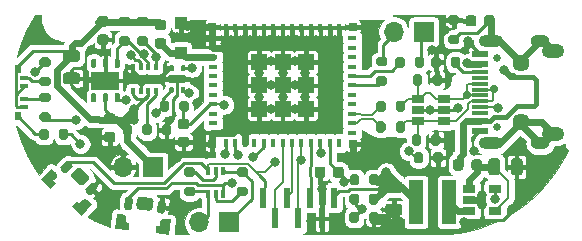
<source format=gbr>
G04 #@! TF.GenerationSoftware,KiCad,Pcbnew,(5.1.10)-1*
G04 #@! TF.CreationDate,2021-07-14T09:56:37-05:00*
G04 #@! TF.ProjectId,temp sensor,74656d70-2073-4656-9e73-6f722e6b6963,0.2*
G04 #@! TF.SameCoordinates,Original*
G04 #@! TF.FileFunction,Copper,L1,Top*
G04 #@! TF.FilePolarity,Positive*
%FSLAX45Y45*%
G04 Gerber Fmt 4.5, Leading zero omitted, Abs format (unit mm)*
G04 Created by KiCad (PCBNEW (5.1.10)-1) date 2021-07-14 09:56:37*
%MOMM*%
%LPD*%
G01*
G04 APERTURE LIST*
G04 #@! TA.AperFunction,ComponentPad*
%ADD10C,0.100000*%
G04 #@! TD*
G04 #@! TA.AperFunction,ComponentPad*
%ADD11O,1.700000X1.700000*%
G04 #@! TD*
G04 #@! TA.AperFunction,ComponentPad*
%ADD12R,1.700000X1.700000*%
G04 #@! TD*
G04 #@! TA.AperFunction,SMDPad,CuDef*
%ADD13R,0.600000X1.750000*%
G04 #@! TD*
G04 #@! TA.AperFunction,ComponentPad*
%ADD14C,1.450000*%
G04 #@! TD*
G04 #@! TA.AperFunction,ComponentPad*
%ADD15O,1.900000X1.200000*%
G04 #@! TD*
G04 #@! TA.AperFunction,SMDPad,CuDef*
%ADD16R,1.060000X0.650000*%
G04 #@! TD*
G04 #@! TA.AperFunction,SMDPad,CuDef*
%ADD17R,0.400000X0.650000*%
G04 #@! TD*
G04 #@! TA.AperFunction,SMDPad,CuDef*
%ADD18R,1.000000X1.000000*%
G04 #@! TD*
G04 #@! TA.AperFunction,SMDPad,CuDef*
%ADD19R,2.400000X1.500000*%
G04 #@! TD*
G04 #@! TA.AperFunction,SMDPad,CuDef*
%ADD20R,0.630000X0.660000*%
G04 #@! TD*
G04 #@! TA.AperFunction,SMDPad,CuDef*
%ADD21R,0.800000X0.400000*%
G04 #@! TD*
G04 #@! TA.AperFunction,SMDPad,CuDef*
%ADD22R,1.200000X3.700000*%
G04 #@! TD*
G04 #@! TA.AperFunction,SMDPad,CuDef*
%ADD23R,0.350000X0.500000*%
G04 #@! TD*
G04 #@! TA.AperFunction,SMDPad,CuDef*
%ADD24R,1.450000X1.450000*%
G04 #@! TD*
G04 #@! TA.AperFunction,SMDPad,CuDef*
%ADD25R,0.700000X0.700000*%
G04 #@! TD*
G04 #@! TA.AperFunction,SMDPad,CuDef*
%ADD26R,0.400000X0.800000*%
G04 #@! TD*
G04 #@! TA.AperFunction,ComponentPad*
%ADD27O,1.600000X1.000000*%
G04 #@! TD*
G04 #@! TA.AperFunction,ComponentPad*
%ADD28C,0.650000*%
G04 #@! TD*
G04 #@! TA.AperFunction,ComponentPad*
%ADD29O,2.100000X1.000000*%
G04 #@! TD*
G04 #@! TA.AperFunction,SMDPad,CuDef*
%ADD30R,1.450000X0.300000*%
G04 #@! TD*
G04 #@! TA.AperFunction,SMDPad,CuDef*
%ADD31R,1.450000X0.600000*%
G04 #@! TD*
G04 #@! TA.AperFunction,ViaPad*
%ADD32C,0.800000*%
G04 #@! TD*
G04 #@! TA.AperFunction,ViaPad*
%ADD33C,0.700000*%
G04 #@! TD*
G04 #@! TA.AperFunction,Conductor*
%ADD34C,0.600000*%
G04 #@! TD*
G04 #@! TA.AperFunction,Conductor*
%ADD35C,0.250000*%
G04 #@! TD*
G04 #@! TA.AperFunction,Conductor*
%ADD36C,0.200000*%
G04 #@! TD*
G04 #@! TA.AperFunction,Conductor*
%ADD37C,0.152400*%
G04 #@! TD*
G04 #@! TA.AperFunction,Conductor*
%ADD38C,0.400000*%
G04 #@! TD*
G04 #@! TA.AperFunction,Conductor*
%ADD39C,0.100000*%
G04 #@! TD*
G04 APERTURE END LIST*
G04 #@! TO.P,R10,2*
G04 #@! TO.N,GND*
G04 #@! TA.AperFunction,SMDPad,CuDef*
G36*
G01*
X15302312Y-9186486D02*
X15302312Y-9131486D01*
G75*
G02*
X15322312Y-9111486I20000J0D01*
G01*
X15362312Y-9111486D01*
G75*
G02*
X15382312Y-9131486I0J-20000D01*
G01*
X15382312Y-9186486D01*
G75*
G02*
X15362312Y-9206486I-20000J0D01*
G01*
X15322312Y-9206486D01*
G75*
G02*
X15302312Y-9186486I0J20000D01*
G01*
G37*
G04 #@! TD.AperFunction*
G04 #@! TO.P,R10,1*
G04 #@! TO.N,/D+*
G04 #@! TA.AperFunction,SMDPad,CuDef*
G36*
G01*
X15137312Y-9186486D02*
X15137312Y-9131486D01*
G75*
G02*
X15157312Y-9111486I20000J0D01*
G01*
X15197312Y-9111486D01*
G75*
G02*
X15217312Y-9131486I0J-20000D01*
G01*
X15217312Y-9186486D01*
G75*
G02*
X15197312Y-9206486I-20000J0D01*
G01*
X15157312Y-9206486D01*
G75*
G02*
X15137312Y-9186486I0J20000D01*
G01*
G37*
G04 #@! TD.AperFunction*
G04 #@! TD*
G04 #@! TA.AperFunction,ComponentPad*
D10*
G04 #@! TO.P,SW1,MP*
G04 #@! TO.N,N/C*
G36*
X12073917Y-9909106D02*
G01*
X12104105Y-9935349D01*
X12103608Y-9935920D01*
X12105052Y-9936745D01*
X12108253Y-9939018D01*
X12111215Y-9941593D01*
X12113911Y-9944447D01*
X12116314Y-9947550D01*
X12118402Y-9950875D01*
X12120153Y-9954388D01*
X12121552Y-9958056D01*
X12122584Y-9961843D01*
X12123241Y-9965713D01*
X12123514Y-9969629D01*
X12123403Y-9973552D01*
X12122908Y-9977447D01*
X12122033Y-9981273D01*
X12120788Y-9984996D01*
X12119183Y-9988578D01*
X12117235Y-9991986D01*
X12114963Y-9995187D01*
X12112387Y-9998150D01*
X12109534Y-10000846D01*
X12106430Y-10003249D01*
X12103106Y-10005336D01*
X12099593Y-10007088D01*
X12095925Y-10008486D01*
X12092138Y-10009519D01*
X12090643Y-10009772D01*
X12118064Y-10033609D01*
X12075421Y-10082665D01*
X11988629Y-10007219D01*
X12073917Y-9909106D01*
G37*
G04 #@! TD.AperFunction*
G04 #@! TA.AperFunction,ComponentPad*
G36*
X12291648Y-10184503D02*
G01*
X12319069Y-10208340D01*
X12319112Y-10206824D01*
X12319607Y-10202930D01*
X12320482Y-10199104D01*
X12321728Y-10195381D01*
X12323332Y-10191798D01*
X12325280Y-10188390D01*
X12327552Y-10185190D01*
X12330128Y-10182227D01*
X12332981Y-10179531D01*
X12336085Y-10177128D01*
X12339409Y-10175041D01*
X12342922Y-10173289D01*
X12346590Y-10171891D01*
X12350377Y-10170858D01*
X12354247Y-10170202D01*
X12358163Y-10169928D01*
X12362087Y-10170039D01*
X12365981Y-10170535D01*
X12369808Y-10171409D01*
X12373530Y-10172655D01*
X12377113Y-10174259D01*
X12380521Y-10176207D01*
X12383722Y-10178480D01*
X12386684Y-10181055D01*
X12389380Y-10183908D01*
X12390398Y-10185223D01*
X12390895Y-10184651D01*
X12421083Y-10210894D01*
X12335795Y-10309006D01*
X12249004Y-10233559D01*
X12291648Y-10184503D01*
G37*
G04 #@! TD.AperFunction*
G04 #@! TO.P,SW1,*
G04 #@! TO.N,*
G04 #@! TA.AperFunction,SMDPad,CuDef*
G36*
G01*
X12248795Y-9951812D02*
X12284878Y-9910303D01*
G75*
G02*
X12323675Y-9907590I20755J-18042D01*
G01*
X12387825Y-9963355D01*
G75*
G02*
X12390538Y-10002152I-18042J-20755D01*
G01*
X12354454Y-10043661D01*
G75*
G02*
X12315658Y-10046373I-20755J18042D01*
G01*
X12251508Y-9990608D01*
G75*
G02*
X12248795Y-9951812I18042J20755D01*
G01*
G37*
G04 #@! TD.AperFunction*
G04 #@! TO.P,SW1,1*
G04 #@! TO.N,GND*
G04 #@! TA.AperFunction,SMDPad,CuDef*
G36*
G01*
X12364468Y-10085491D02*
X12413672Y-10028887D01*
G75*
G02*
X12438361Y-10027161I13207J-11481D01*
G01*
X12464775Y-10050123D01*
G75*
G02*
X12466502Y-10074811I-11481J-13207D01*
G01*
X12417297Y-10131415D01*
G75*
G02*
X12392609Y-10133141I-13207J11481D01*
G01*
X12366194Y-10110179D01*
G75*
G02*
X12364468Y-10085491I11481J13207D01*
G01*
G37*
G04 #@! TD.AperFunction*
G04 #@! TO.P,SW1,2*
G04 #@! TO.N,/EN*
G04 #@! TA.AperFunction,SMDPad,CuDef*
G36*
G01*
X12153149Y-9901794D02*
X12202354Y-9845191D01*
G75*
G02*
X12227042Y-9843464I13207J-11481D01*
G01*
X12253457Y-9866426D01*
G75*
G02*
X12255183Y-9891115I-11481J-13207D01*
G01*
X12205979Y-9947718D01*
G75*
G02*
X12181290Y-9949444I-13207J11481D01*
G01*
X12154876Y-9926482D01*
G75*
G02*
X12153149Y-9901794I11481J13207D01*
G01*
G37*
G04 #@! TD.AperFunction*
G04 #@! TD*
D11*
G04 #@! TO.P,J2,2*
G04 #@! TO.N,GND*
X12683236Y-9896602D03*
D12*
G04 #@! TO.P,J2,1*
G04 #@! TO.N,+3V3*
X12937236Y-9896602D03*
G04 #@! TD*
D13*
G04 #@! TO.P,J3,7*
G04 #@! TO.N,+3V3*
X14467500Y-10155000D03*
G04 #@! TO.P,J3,5*
G04 #@! TO.N,/IO15_pico*
X14267500Y-10155000D03*
G04 #@! TO.P,J3,3*
G04 #@! TO.N,/IO12_pico*
X14067500Y-10155000D03*
G04 #@! TO.P,J3,1*
G04 #@! TO.N,/EN*
X13867500Y-10155000D03*
G04 #@! TO.P,J3,6*
G04 #@! TO.N,GND*
X14367500Y-10330000D03*
G04 #@! TO.P,J3,4*
G04 #@! TO.N,/IO13_pico*
X14167500Y-10330000D03*
G04 #@! TO.P,J3,2*
G04 #@! TO.N,/IO14_pico*
X13967500Y-10330000D03*
G04 #@! TD*
G04 #@! TO.P,R6,2*
G04 #@! TO.N,+3V3*
G04 #@! TA.AperFunction,SMDPad,CuDef*
G36*
G01*
X14767500Y-10030000D02*
X14767500Y-9975000D01*
G75*
G02*
X14787500Y-9955000I20000J0D01*
G01*
X14827500Y-9955000D01*
G75*
G02*
X14847500Y-9975000I0J-20000D01*
G01*
X14847500Y-10030000D01*
G75*
G02*
X14827500Y-10050000I-20000J0D01*
G01*
X14787500Y-10050000D01*
G75*
G02*
X14767500Y-10030000I0J20000D01*
G01*
G37*
G04 #@! TD.AperFunction*
G04 #@! TO.P,R6,1*
G04 #@! TO.N,/Boot_Option*
G04 #@! TA.AperFunction,SMDPad,CuDef*
G36*
G01*
X14602500Y-10030000D02*
X14602500Y-9975000D01*
G75*
G02*
X14622500Y-9955000I20000J0D01*
G01*
X14662500Y-9955000D01*
G75*
G02*
X14682500Y-9975000I0J-20000D01*
G01*
X14682500Y-10030000D01*
G75*
G02*
X14662500Y-10050000I-20000J0D01*
G01*
X14622500Y-10050000D01*
G75*
G02*
X14602500Y-10030000I0J20000D01*
G01*
G37*
G04 #@! TD.AperFunction*
G04 #@! TD*
G04 #@! TO.P,C5,2*
G04 #@! TO.N,GND*
G04 #@! TA.AperFunction,SMDPad,CuDef*
G36*
G01*
X12487500Y-8772500D02*
X12537500Y-8772500D01*
G75*
G02*
X12560000Y-8795000I0J-22500D01*
G01*
X12560000Y-8840000D01*
G75*
G02*
X12537500Y-8862500I-22500J0D01*
G01*
X12487500Y-8862500D01*
G75*
G02*
X12465000Y-8840000I0J22500D01*
G01*
X12465000Y-8795000D01*
G75*
G02*
X12487500Y-8772500I22500J0D01*
G01*
G37*
G04 #@! TD.AperFunction*
G04 #@! TO.P,C5,1*
G04 #@! TO.N,+3V3*
G04 #@! TA.AperFunction,SMDPad,CuDef*
G36*
G01*
X12487500Y-8617500D02*
X12537500Y-8617500D01*
G75*
G02*
X12560000Y-8640000I0J-22500D01*
G01*
X12560000Y-8685000D01*
G75*
G02*
X12537500Y-8707500I-22500J0D01*
G01*
X12487500Y-8707500D01*
G75*
G02*
X12465000Y-8685000I0J22500D01*
G01*
X12465000Y-8640000D01*
G75*
G02*
X12487500Y-8617500I22500J0D01*
G01*
G37*
G04 #@! TD.AperFunction*
G04 #@! TD*
D14*
G04 #@! TO.P,J4,6*
G04 #@! TO.N,/Shield*
X16056250Y-9015000D03*
X16056250Y-9515000D03*
D15*
X16326250Y-8915000D03*
X16326250Y-9615000D03*
G04 #@! TD*
G04 #@! TO.P,R15,2*
G04 #@! TO.N,Net-(D2-Pad2)*
G04 #@! TA.AperFunction,SMDPad,CuDef*
G36*
G01*
X11995000Y-9132500D02*
X12050000Y-9132500D01*
G75*
G02*
X12070000Y-9152500I0J-20000D01*
G01*
X12070000Y-9192500D01*
G75*
G02*
X12050000Y-9212500I-20000J0D01*
G01*
X11995000Y-9212500D01*
G75*
G02*
X11975000Y-9192500I0J20000D01*
G01*
X11975000Y-9152500D01*
G75*
G02*
X11995000Y-9132500I20000J0D01*
G01*
G37*
G04 #@! TD.AperFunction*
G04 #@! TO.P,R15,1*
G04 #@! TO.N,/IO32_pico*
G04 #@! TA.AperFunction,SMDPad,CuDef*
G36*
G01*
X11995000Y-8967500D02*
X12050000Y-8967500D01*
G75*
G02*
X12070000Y-8987500I0J-20000D01*
G01*
X12070000Y-9027500D01*
G75*
G02*
X12050000Y-9047500I-20000J0D01*
G01*
X11995000Y-9047500D01*
G75*
G02*
X11975000Y-9027500I0J20000D01*
G01*
X11975000Y-8987500D01*
G75*
G02*
X11995000Y-8967500I20000J0D01*
G01*
G37*
G04 #@! TD.AperFunction*
G04 #@! TD*
G04 #@! TO.P,R16,2*
G04 #@! TO.N,+3V3*
G04 #@! TA.AperFunction,SMDPad,CuDef*
G36*
G01*
X12723700Y-8701800D02*
X12668700Y-8701800D01*
G75*
G02*
X12648700Y-8681800I0J20000D01*
G01*
X12648700Y-8641800D01*
G75*
G02*
X12668700Y-8621800I20000J0D01*
G01*
X12723700Y-8621800D01*
G75*
G02*
X12743700Y-8641800I0J-20000D01*
G01*
X12743700Y-8681800D01*
G75*
G02*
X12723700Y-8701800I-20000J0D01*
G01*
G37*
G04 #@! TD.AperFunction*
G04 #@! TO.P,R16,1*
G04 #@! TO.N,/IO2_pico*
G04 #@! TA.AperFunction,SMDPad,CuDef*
G36*
G01*
X12723700Y-8866800D02*
X12668700Y-8866800D01*
G75*
G02*
X12648700Y-8846800I0J20000D01*
G01*
X12648700Y-8806800D01*
G75*
G02*
X12668700Y-8786800I20000J0D01*
G01*
X12723700Y-8786800D01*
G75*
G02*
X12743700Y-8806800I0J-20000D01*
G01*
X12743700Y-8846800D01*
G75*
G02*
X12723700Y-8866800I-20000J0D01*
G01*
G37*
G04 #@! TD.AperFunction*
G04 #@! TD*
G04 #@! TO.P,C4,2*
G04 #@! TO.N,/EN*
G04 #@! TA.AperFunction,SMDPad,CuDef*
G36*
G01*
X13220000Y-9575000D02*
X13170000Y-9575000D01*
G75*
G02*
X13147500Y-9552500I0J22500D01*
G01*
X13147500Y-9507500D01*
G75*
G02*
X13170000Y-9485000I22500J0D01*
G01*
X13220000Y-9485000D01*
G75*
G02*
X13242500Y-9507500I0J-22500D01*
G01*
X13242500Y-9552500D01*
G75*
G02*
X13220000Y-9575000I-22500J0D01*
G01*
G37*
G04 #@! TD.AperFunction*
G04 #@! TO.P,C4,1*
G04 #@! TO.N,GND*
G04 #@! TA.AperFunction,SMDPad,CuDef*
G36*
G01*
X13220000Y-9730000D02*
X13170000Y-9730000D01*
G75*
G02*
X13147500Y-9707500I0J22500D01*
G01*
X13147500Y-9662500D01*
G75*
G02*
X13170000Y-9640000I22500J0D01*
G01*
X13220000Y-9640000D01*
G75*
G02*
X13242500Y-9662500I0J-22500D01*
G01*
X13242500Y-9707500D01*
G75*
G02*
X13220000Y-9730000I-22500J0D01*
G01*
G37*
G04 #@! TD.AperFunction*
G04 #@! TD*
G04 #@! TO.P,R13,2*
G04 #@! TO.N,/USB_D-*
G04 #@! TA.AperFunction,SMDPad,CuDef*
G36*
G01*
X14906162Y-9528996D02*
X14906162Y-9583996D01*
G75*
G02*
X14886162Y-9603996I-20000J0D01*
G01*
X14846162Y-9603996D01*
G75*
G02*
X14826162Y-9583996I0J20000D01*
G01*
X14826162Y-9528996D01*
G75*
G02*
X14846162Y-9508996I20000J0D01*
G01*
X14886162Y-9508996D01*
G75*
G02*
X14906162Y-9528996I0J-20000D01*
G01*
G37*
G04 #@! TD.AperFunction*
G04 #@! TO.P,R13,1*
G04 #@! TO.N,/D-*
G04 #@! TA.AperFunction,SMDPad,CuDef*
G36*
G01*
X15071162Y-9528996D02*
X15071162Y-9583996D01*
G75*
G02*
X15051162Y-9603996I-20000J0D01*
G01*
X15011162Y-9603996D01*
G75*
G02*
X14991162Y-9583996I0J20000D01*
G01*
X14991162Y-9528996D01*
G75*
G02*
X15011162Y-9508996I20000J0D01*
G01*
X15051162Y-9508996D01*
G75*
G02*
X15071162Y-9528996I0J-20000D01*
G01*
G37*
G04 #@! TD.AperFunction*
G04 #@! TD*
G04 #@! TO.P,R3,2*
G04 #@! TO.N,Net-(D2-Pad4)*
G04 #@! TA.AperFunction,SMDPad,CuDef*
G36*
G01*
X12050000Y-9347500D02*
X11995000Y-9347500D01*
G75*
G02*
X11975000Y-9327500I0J20000D01*
G01*
X11975000Y-9287500D01*
G75*
G02*
X11995000Y-9267500I20000J0D01*
G01*
X12050000Y-9267500D01*
G75*
G02*
X12070000Y-9287500I0J-20000D01*
G01*
X12070000Y-9327500D01*
G75*
G02*
X12050000Y-9347500I-20000J0D01*
G01*
G37*
G04 #@! TD.AperFunction*
G04 #@! TO.P,R3,1*
G04 #@! TO.N,/IO26_pico*
G04 #@! TA.AperFunction,SMDPad,CuDef*
G36*
G01*
X12050000Y-9512500D02*
X11995000Y-9512500D01*
G75*
G02*
X11975000Y-9492500I0J20000D01*
G01*
X11975000Y-9452500D01*
G75*
G02*
X11995000Y-9432500I20000J0D01*
G01*
X12050000Y-9432500D01*
G75*
G02*
X12070000Y-9452500I0J-20000D01*
G01*
X12070000Y-9492500D01*
G75*
G02*
X12050000Y-9512500I-20000J0D01*
G01*
G37*
G04 #@! TD.AperFunction*
G04 #@! TD*
G04 #@! TO.P,R2,2*
G04 #@! TO.N,/RTX0*
G04 #@! TA.AperFunction,SMDPad,CuDef*
G36*
G01*
X14900776Y-9040722D02*
X14845776Y-9040722D01*
G75*
G02*
X14825776Y-9020722I0J20000D01*
G01*
X14825776Y-8980722D01*
G75*
G02*
X14845776Y-8960722I20000J0D01*
G01*
X14900776Y-8960722D01*
G75*
G02*
X14920776Y-8980722I0J-20000D01*
G01*
X14920776Y-9020722D01*
G75*
G02*
X14900776Y-9040722I-20000J0D01*
G01*
G37*
G04 #@! TD.AperFunction*
G04 #@! TO.P,R2,1*
G04 #@! TO.N,Net-(IC1-Pad30)*
G04 #@! TA.AperFunction,SMDPad,CuDef*
G36*
G01*
X14900776Y-9205722D02*
X14845776Y-9205722D01*
G75*
G02*
X14825776Y-9185722I0J20000D01*
G01*
X14825776Y-9145722D01*
G75*
G02*
X14845776Y-9125722I20000J0D01*
G01*
X14900776Y-9125722D01*
G75*
G02*
X14920776Y-9145722I0J-20000D01*
G01*
X14920776Y-9185722D01*
G75*
G02*
X14900776Y-9205722I-20000J0D01*
G01*
G37*
G04 #@! TD.AperFunction*
G04 #@! TD*
G04 #@! TO.P,R11,2*
G04 #@! TO.N,/D-*
G04 #@! TA.AperFunction,SMDPad,CuDef*
G36*
G01*
X15206644Y-9639740D02*
X15206644Y-9694740D01*
G75*
G02*
X15186644Y-9714740I-20000J0D01*
G01*
X15146644Y-9714740D01*
G75*
G02*
X15126644Y-9694740I0J20000D01*
G01*
X15126644Y-9639740D01*
G75*
G02*
X15146644Y-9619740I20000J0D01*
G01*
X15186644Y-9619740D01*
G75*
G02*
X15206644Y-9639740I0J-20000D01*
G01*
G37*
G04 #@! TD.AperFunction*
G04 #@! TO.P,R11,1*
G04 #@! TO.N,GND*
G04 #@! TA.AperFunction,SMDPad,CuDef*
G36*
G01*
X15371644Y-9639740D02*
X15371644Y-9694740D01*
G75*
G02*
X15351644Y-9714740I-20000J0D01*
G01*
X15311644Y-9714740D01*
G75*
G02*
X15291644Y-9694740I0J20000D01*
G01*
X15291644Y-9639740D01*
G75*
G02*
X15311644Y-9619740I20000J0D01*
G01*
X15351644Y-9619740D01*
G75*
G02*
X15371644Y-9639740I0J-20000D01*
G01*
G37*
G04 #@! TD.AperFunction*
G04 #@! TD*
G04 #@! TO.P,R4,2*
G04 #@! TO.N,Net-(Q1-Pad2)*
G04 #@! TA.AperFunction,SMDPad,CuDef*
G36*
G01*
X13665000Y-10062500D02*
X13720000Y-10062500D01*
G75*
G02*
X13740000Y-10082500I0J-20000D01*
G01*
X13740000Y-10122500D01*
G75*
G02*
X13720000Y-10142500I-20000J0D01*
G01*
X13665000Y-10142500D01*
G75*
G02*
X13645000Y-10122500I0J20000D01*
G01*
X13645000Y-10082500D01*
G75*
G02*
X13665000Y-10062500I20000J0D01*
G01*
G37*
G04 #@! TD.AperFunction*
G04 #@! TO.P,R4,1*
G04 #@! TO.N,/DTR*
G04 #@! TA.AperFunction,SMDPad,CuDef*
G36*
G01*
X13665000Y-9897500D02*
X13720000Y-9897500D01*
G75*
G02*
X13740000Y-9917500I0J-20000D01*
G01*
X13740000Y-9957500D01*
G75*
G02*
X13720000Y-9977500I-20000J0D01*
G01*
X13665000Y-9977500D01*
G75*
G02*
X13645000Y-9957500I0J20000D01*
G01*
X13645000Y-9917500D01*
G75*
G02*
X13665000Y-9897500I20000J0D01*
G01*
G37*
G04 #@! TD.AperFunction*
G04 #@! TD*
G04 #@! TO.P,R7,2*
G04 #@! TO.N,+3V3*
G04 #@! TA.AperFunction,SMDPad,CuDef*
G36*
G01*
X13075000Y-9352500D02*
X13075000Y-9407500D01*
G75*
G02*
X13055000Y-9427500I-20000J0D01*
G01*
X13015000Y-9427500D01*
G75*
G02*
X12995000Y-9407500I0J20000D01*
G01*
X12995000Y-9352500D01*
G75*
G02*
X13015000Y-9332500I20000J0D01*
G01*
X13055000Y-9332500D01*
G75*
G02*
X13075000Y-9352500I0J-20000D01*
G01*
G37*
G04 #@! TD.AperFunction*
G04 #@! TO.P,R7,1*
G04 #@! TO.N,/EN*
G04 #@! TA.AperFunction,SMDPad,CuDef*
G36*
G01*
X13240000Y-9352500D02*
X13240000Y-9407500D01*
G75*
G02*
X13220000Y-9427500I-20000J0D01*
G01*
X13180000Y-9427500D01*
G75*
G02*
X13160000Y-9407500I0J20000D01*
G01*
X13160000Y-9352500D01*
G75*
G02*
X13180000Y-9332500I20000J0D01*
G01*
X13220000Y-9332500D01*
G75*
G02*
X13240000Y-9352500I0J-20000D01*
G01*
G37*
G04 #@! TD.AperFunction*
G04 #@! TD*
D16*
G04 #@! TO.P,U2,5*
G04 #@! TO.N,Net-(R8-Pad1)*
X15832600Y-10078970D03*
G04 #@! TO.P,U2,4*
G04 #@! TO.N,+5V*
X15832600Y-10268970D03*
G04 #@! TO.P,U2,3*
G04 #@! TO.N,Net-(L2-Pad1)*
X15612600Y-10268970D03*
G04 #@! TO.P,U2,2*
G04 #@! TO.N,GND*
X15612600Y-10173970D03*
G04 #@! TO.P,U2,1*
G04 #@! TO.N,+5V*
X15612600Y-10078970D03*
G04 #@! TD*
G04 #@! TO.P,C3,2*
G04 #@! TO.N,GND*
G04 #@! TA.AperFunction,SMDPad,CuDef*
G36*
G01*
X12197500Y-9095000D02*
X12292500Y-9095000D01*
G75*
G02*
X12317500Y-9120000I0J-25000D01*
G01*
X12317500Y-9170000D01*
G75*
G02*
X12292500Y-9195000I-25000J0D01*
G01*
X12197500Y-9195000D01*
G75*
G02*
X12172500Y-9170000I0J25000D01*
G01*
X12172500Y-9120000D01*
G75*
G02*
X12197500Y-9095000I25000J0D01*
G01*
G37*
G04 #@! TD.AperFunction*
G04 #@! TO.P,C3,1*
G04 #@! TO.N,+3V3*
G04 #@! TA.AperFunction,SMDPad,CuDef*
G36*
G01*
X12197500Y-8905000D02*
X12292500Y-8905000D01*
G75*
G02*
X12317500Y-8930000I0J-25000D01*
G01*
X12317500Y-8980000D01*
G75*
G02*
X12292500Y-9005000I-25000J0D01*
G01*
X12197500Y-9005000D01*
G75*
G02*
X12172500Y-8980000I0J25000D01*
G01*
X12172500Y-8930000D01*
G75*
G02*
X12197500Y-8905000I25000J0D01*
G01*
G37*
G04 #@! TD.AperFunction*
G04 #@! TD*
D17*
G04 #@! TO.P,Q1,6*
G04 #@! TO.N,/EN*
X13402500Y-9930000D03*
G04 #@! TO.P,Q1,4*
G04 #@! TO.N,/DTR*
X13532500Y-9930000D03*
G04 #@! TO.P,Q1,2*
G04 #@! TO.N,Net-(Q1-Pad2)*
X13467500Y-10120000D03*
G04 #@! TO.P,Q1,5*
G04 #@! TO.N,Net-(Q1-Pad5)*
X13467500Y-9930000D03*
G04 #@! TO.P,Q1,3*
G04 #@! TO.N,/Boot_Option*
X13532500Y-10120000D03*
G04 #@! TO.P,Q1,1*
G04 #@! TO.N,/RTS*
X13402500Y-10120000D03*
G04 #@! TD*
D18*
G04 #@! TO.P,D1,2*
G04 #@! TO.N,GND*
X13172500Y-8677500D03*
G04 #@! TO.P,D1,1*
G04 #@! TO.N,/3v3*
X13172500Y-8927500D03*
G04 #@! TD*
D19*
G04 #@! TO.P,U4,7*
G04 #@! TO.N,GND*
X12533000Y-9163400D03*
G04 #@! TO.P,U4,6*
G04 #@! TO.N,/IO13_pico*
G04 #@! TA.AperFunction,SMDPad,CuDef*
G36*
G01*
X12623000Y-9268400D02*
X12643000Y-9268400D01*
G75*
G02*
X12653000Y-9278400I0J-10000D01*
G01*
X12653000Y-9338400D01*
G75*
G02*
X12643000Y-9348400I-10000J0D01*
G01*
X12623000Y-9348400D01*
G75*
G02*
X12613000Y-9338400I0J10000D01*
G01*
X12613000Y-9278400D01*
G75*
G02*
X12623000Y-9268400I10000J0D01*
G01*
G37*
G04 #@! TD.AperFunction*
G04 #@! TO.P,U4,5*
G04 #@! TO.N,+3V3*
G04 #@! TA.AperFunction,SMDPad,CuDef*
G36*
G01*
X12523000Y-9268400D02*
X12543000Y-9268400D01*
G75*
G02*
X12553000Y-9278400I0J-10000D01*
G01*
X12553000Y-9338400D01*
G75*
G02*
X12543000Y-9348400I-10000J0D01*
G01*
X12523000Y-9348400D01*
G75*
G02*
X12513000Y-9338400I0J10000D01*
G01*
X12513000Y-9278400D01*
G75*
G02*
X12523000Y-9268400I10000J0D01*
G01*
G37*
G04 #@! TD.AperFunction*
G04 #@! TO.P,U4,4*
G04 #@! TO.N,N/C*
G04 #@! TA.AperFunction,SMDPad,CuDef*
G36*
G01*
X12423000Y-9268400D02*
X12443000Y-9268400D01*
G75*
G02*
X12453000Y-9278400I0J-10000D01*
G01*
X12453000Y-9338400D01*
G75*
G02*
X12443000Y-9348400I-10000J0D01*
G01*
X12423000Y-9348400D01*
G75*
G02*
X12413000Y-9338400I0J10000D01*
G01*
X12413000Y-9278400D01*
G75*
G02*
X12423000Y-9268400I10000J0D01*
G01*
G37*
G04 #@! TD.AperFunction*
G04 #@! TO.P,U4,3*
G04 #@! TA.AperFunction,SMDPad,CuDef*
G36*
G01*
X12423000Y-8978400D02*
X12443000Y-8978400D01*
G75*
G02*
X12453000Y-8988400I0J-10000D01*
G01*
X12453000Y-9048400D01*
G75*
G02*
X12443000Y-9058400I-10000J0D01*
G01*
X12423000Y-9058400D01*
G75*
G02*
X12413000Y-9048400I0J10000D01*
G01*
X12413000Y-8988400D01*
G75*
G02*
X12423000Y-8978400I10000J0D01*
G01*
G37*
G04 #@! TD.AperFunction*
G04 #@! TO.P,U4,2*
G04 #@! TO.N,GND*
G04 #@! TA.AperFunction,SMDPad,CuDef*
G36*
G01*
X12523000Y-8978400D02*
X12543000Y-8978400D01*
G75*
G02*
X12553000Y-8988400I0J-10000D01*
G01*
X12553000Y-9048400D01*
G75*
G02*
X12543000Y-9058400I-10000J0D01*
G01*
X12523000Y-9058400D01*
G75*
G02*
X12513000Y-9048400I0J10000D01*
G01*
X12513000Y-8988400D01*
G75*
G02*
X12523000Y-8978400I10000J0D01*
G01*
G37*
G04 #@! TD.AperFunction*
G04 #@! TO.P,U4,1*
G04 #@! TO.N,/IO2_pico*
G04 #@! TA.AperFunction,SMDPad,CuDef*
G36*
G01*
X12623000Y-8978400D02*
X12643000Y-8978400D01*
G75*
G02*
X12653000Y-8988400I0J-10000D01*
G01*
X12653000Y-9048400D01*
G75*
G02*
X12643000Y-9058400I-10000J0D01*
G01*
X12623000Y-9058400D01*
G75*
G02*
X12613000Y-9048400I0J10000D01*
G01*
X12613000Y-8988400D01*
G75*
G02*
X12623000Y-8978400I10000J0D01*
G01*
G37*
G04 #@! TD.AperFunction*
G04 #@! TD*
D20*
G04 #@! TO.P,D2,6*
G04 #@! TO.N,Net-(D2-Pad6)*
X11790000Y-9467000D03*
D21*
G04 #@! TO.P,D2,5*
G04 #@! TO.N,+3V3*
X11848500Y-9386000D03*
G04 #@! TO.P,D2,4*
G04 #@! TO.N,Net-(D2-Pad4)*
X11848500Y-9318000D03*
G04 #@! TO.P,D2,3*
G04 #@! TO.N,+3V3*
X11848500Y-9212000D03*
G04 #@! TO.P,D2,2*
G04 #@! TO.N,Net-(D2-Pad2)*
X11848500Y-9144000D03*
D20*
G04 #@! TO.P,D2,1*
G04 #@! TO.N,+3V3*
X11790000Y-9063000D03*
G04 #@! TD*
G04 #@! TO.P,R12,2*
G04 #@! TO.N,/USB_D+*
G04 #@! TA.AperFunction,SMDPad,CuDef*
G36*
G01*
X14906924Y-9352466D02*
X14906924Y-9407466D01*
G75*
G02*
X14886924Y-9427466I-20000J0D01*
G01*
X14846924Y-9427466D01*
G75*
G02*
X14826924Y-9407466I0J20000D01*
G01*
X14826924Y-9352466D01*
G75*
G02*
X14846924Y-9332466I20000J0D01*
G01*
X14886924Y-9332466D01*
G75*
G02*
X14906924Y-9352466I0J-20000D01*
G01*
G37*
G04 #@! TD.AperFunction*
G04 #@! TO.P,R12,1*
G04 #@! TO.N,/D+*
G04 #@! TA.AperFunction,SMDPad,CuDef*
G36*
G01*
X15071924Y-9352466D02*
X15071924Y-9407466D01*
G75*
G02*
X15051924Y-9427466I-20000J0D01*
G01*
X15011924Y-9427466D01*
G75*
G02*
X14991924Y-9407466I0J20000D01*
G01*
X14991924Y-9352466D01*
G75*
G02*
X15011924Y-9332466I20000J0D01*
G01*
X15051924Y-9332466D01*
G75*
G02*
X15071924Y-9352466I0J-20000D01*
G01*
G37*
G04 #@! TD.AperFunction*
G04 #@! TD*
G04 #@! TO.P,C9,2*
G04 #@! TO.N,GND*
G04 #@! TA.AperFunction,SMDPad,CuDef*
G36*
G01*
X14927832Y-10206524D02*
X15022832Y-10206524D01*
G75*
G02*
X15047832Y-10231524I0J-25000D01*
G01*
X15047832Y-10281524D01*
G75*
G02*
X15022832Y-10306524I-25000J0D01*
G01*
X14927832Y-10306524D01*
G75*
G02*
X14902832Y-10281524I0J25000D01*
G01*
X14902832Y-10231524D01*
G75*
G02*
X14927832Y-10206524I25000J0D01*
G01*
G37*
G04 #@! TD.AperFunction*
G04 #@! TO.P,C9,1*
G04 #@! TO.N,+3V3*
G04 #@! TA.AperFunction,SMDPad,CuDef*
G36*
G01*
X14927832Y-10016524D02*
X15022832Y-10016524D01*
G75*
G02*
X15047832Y-10041524I0J-25000D01*
G01*
X15047832Y-10091524D01*
G75*
G02*
X15022832Y-10116524I-25000J0D01*
G01*
X14927832Y-10116524D01*
G75*
G02*
X14902832Y-10091524I0J25000D01*
G01*
X14902832Y-10041524D01*
G75*
G02*
X14927832Y-10016524I25000J0D01*
G01*
G37*
G04 #@! TD.AperFunction*
G04 #@! TD*
G04 #@! TO.P,R1,2*
G04 #@! TO.N,/TDX0*
G04 #@! TA.AperFunction,SMDPad,CuDef*
G36*
G01*
X15153276Y-9035722D02*
X15153276Y-8980722D01*
G75*
G02*
X15173276Y-8960722I20000J0D01*
G01*
X15213276Y-8960722D01*
G75*
G02*
X15233276Y-8980722I0J-20000D01*
G01*
X15233276Y-9035722D01*
G75*
G02*
X15213276Y-9055722I-20000J0D01*
G01*
X15173276Y-9055722D01*
G75*
G02*
X15153276Y-9035722I0J20000D01*
G01*
G37*
G04 #@! TD.AperFunction*
G04 #@! TO.P,R1,1*
G04 #@! TO.N,Net-(IC1-Pad31)*
G04 #@! TA.AperFunction,SMDPad,CuDef*
G36*
G01*
X14988276Y-9035722D02*
X14988276Y-8980722D01*
G75*
G02*
X15008276Y-8960722I20000J0D01*
G01*
X15048276Y-8960722D01*
G75*
G02*
X15068276Y-8980722I0J-20000D01*
G01*
X15068276Y-9035722D01*
G75*
G02*
X15048276Y-9055722I-20000J0D01*
G01*
X15008276Y-9055722D01*
G75*
G02*
X14988276Y-9035722I0J20000D01*
G01*
G37*
G04 #@! TD.AperFunction*
G04 #@! TD*
G04 #@! TO.P,R9,2*
G04 #@! TO.N,Net-(R8-Pad1)*
G04 #@! TA.AperFunction,SMDPad,CuDef*
G36*
G01*
X14680000Y-10295000D02*
X14680000Y-10350000D01*
G75*
G02*
X14660000Y-10370000I-20000J0D01*
G01*
X14620000Y-10370000D01*
G75*
G02*
X14600000Y-10350000I0J20000D01*
G01*
X14600000Y-10295000D01*
G75*
G02*
X14620000Y-10275000I20000J0D01*
G01*
X14660000Y-10275000D01*
G75*
G02*
X14680000Y-10295000I0J-20000D01*
G01*
G37*
G04 #@! TD.AperFunction*
G04 #@! TO.P,R9,1*
G04 #@! TO.N,GND*
G04 #@! TA.AperFunction,SMDPad,CuDef*
G36*
G01*
X14845000Y-10295000D02*
X14845000Y-10350000D01*
G75*
G02*
X14825000Y-10370000I-20000J0D01*
G01*
X14785000Y-10370000D01*
G75*
G02*
X14765000Y-10350000I0J20000D01*
G01*
X14765000Y-10295000D01*
G75*
G02*
X14785000Y-10275000I20000J0D01*
G01*
X14825000Y-10275000D01*
G75*
G02*
X14845000Y-10295000I0J-20000D01*
G01*
G37*
G04 #@! TD.AperFunction*
G04 #@! TD*
G04 #@! TO.P,C1,2*
G04 #@! TO.N,GND*
G04 #@! TA.AperFunction,SMDPad,CuDef*
G36*
G01*
X12545206Y-9597124D02*
X12595206Y-9597124D01*
G75*
G02*
X12617706Y-9619624I0J-22500D01*
G01*
X12617706Y-9664624D01*
G75*
G02*
X12595206Y-9687124I-22500J0D01*
G01*
X12545206Y-9687124D01*
G75*
G02*
X12522706Y-9664624I0J22500D01*
G01*
X12522706Y-9619624D01*
G75*
G02*
X12545206Y-9597124I22500J0D01*
G01*
G37*
G04 #@! TD.AperFunction*
G04 #@! TO.P,C1,1*
G04 #@! TO.N,+3V3*
G04 #@! TA.AperFunction,SMDPad,CuDef*
G36*
G01*
X12545206Y-9442124D02*
X12595206Y-9442124D01*
G75*
G02*
X12617706Y-9464624I0J-22500D01*
G01*
X12617706Y-9509624D01*
G75*
G02*
X12595206Y-9532124I-22500J0D01*
G01*
X12545206Y-9532124D01*
G75*
G02*
X12522706Y-9509624I0J22500D01*
G01*
X12522706Y-9464624D01*
G75*
G02*
X12545206Y-9442124I22500J0D01*
G01*
G37*
G04 #@! TD.AperFunction*
G04 #@! TD*
G04 #@! TO.P,R17,2*
G04 #@! TO.N,+3V3*
G04 #@! TA.AperFunction,SMDPad,CuDef*
G36*
G01*
X12876100Y-8701800D02*
X12821100Y-8701800D01*
G75*
G02*
X12801100Y-8681800I0J20000D01*
G01*
X12801100Y-8641800D01*
G75*
G02*
X12821100Y-8621800I20000J0D01*
G01*
X12876100Y-8621800D01*
G75*
G02*
X12896100Y-8641800I0J-20000D01*
G01*
X12896100Y-8681800D01*
G75*
G02*
X12876100Y-8701800I-20000J0D01*
G01*
G37*
G04 #@! TD.AperFunction*
G04 #@! TO.P,R17,1*
G04 #@! TO.N,/IO13_pico*
G04 #@! TA.AperFunction,SMDPad,CuDef*
G36*
G01*
X12876100Y-8866800D02*
X12821100Y-8866800D01*
G75*
G02*
X12801100Y-8846800I0J20000D01*
G01*
X12801100Y-8806800D01*
G75*
G02*
X12821100Y-8786800I20000J0D01*
G01*
X12876100Y-8786800D01*
G75*
G02*
X12896100Y-8806800I0J-20000D01*
G01*
X12896100Y-8846800D01*
G75*
G02*
X12876100Y-8866800I-20000J0D01*
G01*
G37*
G04 #@! TD.AperFunction*
G04 #@! TD*
G04 #@! TO.P,R14,2*
G04 #@! TO.N,Net-(D2-Pad6)*
G04 #@! TA.AperFunction,SMDPad,CuDef*
G36*
G01*
X12052500Y-9590000D02*
X12052500Y-9645000D01*
G75*
G02*
X12032500Y-9665000I-20000J0D01*
G01*
X11992500Y-9665000D01*
G75*
G02*
X11972500Y-9645000I0J20000D01*
G01*
X11972500Y-9590000D01*
G75*
G02*
X11992500Y-9570000I20000J0D01*
G01*
X12032500Y-9570000D01*
G75*
G02*
X12052500Y-9590000I0J-20000D01*
G01*
G37*
G04 #@! TD.AperFunction*
G04 #@! TO.P,R14,1*
G04 #@! TO.N,/IO33_pico*
G04 #@! TA.AperFunction,SMDPad,CuDef*
G36*
G01*
X12217500Y-9590000D02*
X12217500Y-9645000D01*
G75*
G02*
X12197500Y-9665000I-20000J0D01*
G01*
X12157500Y-9665000D01*
G75*
G02*
X12137500Y-9645000I0J20000D01*
G01*
X12137500Y-9590000D01*
G75*
G02*
X12157500Y-9570000I20000J0D01*
G01*
X12197500Y-9570000D01*
G75*
G02*
X12217500Y-9590000I0J-20000D01*
G01*
G37*
G04 #@! TD.AperFunction*
G04 #@! TD*
G04 #@! TO.P,C8,2*
G04 #@! TO.N,GND*
G04 #@! TA.AperFunction,SMDPad,CuDef*
G36*
G01*
X15965720Y-9942324D02*
X15965720Y-9847324D01*
G75*
G02*
X15990720Y-9822324I25000J0D01*
G01*
X16040720Y-9822324D01*
G75*
G02*
X16065720Y-9847324I0J-25000D01*
G01*
X16065720Y-9942324D01*
G75*
G02*
X16040720Y-9967324I-25000J0D01*
G01*
X15990720Y-9967324D01*
G75*
G02*
X15965720Y-9942324I0J25000D01*
G01*
G37*
G04 #@! TD.AperFunction*
G04 #@! TO.P,C8,1*
G04 #@! TO.N,+5V*
G04 #@! TA.AperFunction,SMDPad,CuDef*
G36*
G01*
X15775720Y-9942324D02*
X15775720Y-9847324D01*
G75*
G02*
X15800720Y-9822324I25000J0D01*
G01*
X15850720Y-9822324D01*
G75*
G02*
X15875720Y-9847324I0J-25000D01*
G01*
X15875720Y-9942324D01*
G75*
G02*
X15850720Y-9967324I-25000J0D01*
G01*
X15800720Y-9967324D01*
G75*
G02*
X15775720Y-9942324I0J25000D01*
G01*
G37*
G04 #@! TD.AperFunction*
G04 #@! TD*
G04 #@! TO.P,R8,2*
G04 #@! TO.N,+3V3*
G04 #@! TA.AperFunction,SMDPad,CuDef*
G36*
G01*
X14765000Y-10195000D02*
X14765000Y-10140000D01*
G75*
G02*
X14785000Y-10120000I20000J0D01*
G01*
X14825000Y-10120000D01*
G75*
G02*
X14845000Y-10140000I0J-20000D01*
G01*
X14845000Y-10195000D01*
G75*
G02*
X14825000Y-10215000I-20000J0D01*
G01*
X14785000Y-10215000D01*
G75*
G02*
X14765000Y-10195000I0J20000D01*
G01*
G37*
G04 #@! TD.AperFunction*
G04 #@! TO.P,R8,1*
G04 #@! TO.N,Net-(R8-Pad1)*
G04 #@! TA.AperFunction,SMDPad,CuDef*
G36*
G01*
X14600000Y-10195000D02*
X14600000Y-10140000D01*
G75*
G02*
X14620000Y-10120000I20000J0D01*
G01*
X14660000Y-10120000D01*
G75*
G02*
X14680000Y-10140000I0J-20000D01*
G01*
X14680000Y-10195000D01*
G75*
G02*
X14660000Y-10215000I-20000J0D01*
G01*
X14620000Y-10215000D01*
G75*
G02*
X14600000Y-10195000I0J20000D01*
G01*
G37*
G04 #@! TD.AperFunction*
G04 #@! TD*
D22*
G04 #@! TO.P,L2,2*
G04 #@! TO.N,+3V3*
X15163300Y-10192100D03*
G04 #@! TO.P,L2,1*
G04 #@! TO.N,Net-(L2-Pad1)*
X15443300Y-10192100D03*
G04 #@! TD*
D11*
G04 #@! TO.P,J5,2*
G04 #@! TO.N,/RTX0*
X14975078Y-8750808D03*
D12*
G04 #@! TO.P,J5,1*
G04 #@! TO.N,/TDX0*
X15229078Y-8750808D03*
G04 #@! TD*
G04 #@! TO.P,C2,2*
G04 #@! TO.N,GND*
G04 #@! TA.AperFunction,SMDPad,CuDef*
G36*
G01*
X14395000Y-9915000D02*
X14395000Y-9965000D01*
G75*
G02*
X14372500Y-9987500I-22500J0D01*
G01*
X14327500Y-9987500D01*
G75*
G02*
X14305000Y-9965000I0J22500D01*
G01*
X14305000Y-9915000D01*
G75*
G02*
X14327500Y-9892500I22500J0D01*
G01*
X14372500Y-9892500D01*
G75*
G02*
X14395000Y-9915000I0J-22500D01*
G01*
G37*
G04 #@! TD.AperFunction*
G04 #@! TO.P,C2,1*
G04 #@! TO.N,/Boot_Option*
G04 #@! TA.AperFunction,SMDPad,CuDef*
G36*
G01*
X14550000Y-9915000D02*
X14550000Y-9965000D01*
G75*
G02*
X14527500Y-9987500I-22500J0D01*
G01*
X14482500Y-9987500D01*
G75*
G02*
X14460000Y-9965000I0J22500D01*
G01*
X14460000Y-9915000D01*
G75*
G02*
X14482500Y-9892500I22500J0D01*
G01*
X14527500Y-9892500D01*
G75*
G02*
X14550000Y-9915000I0J-22500D01*
G01*
G37*
G04 #@! TD.AperFunction*
G04 #@! TD*
D11*
G04 #@! TO.P,J6,2*
G04 #@! TO.N,/RTS*
X13328500Y-10365000D03*
D12*
G04 #@! TO.P,J6,1*
G04 #@! TO.N,/DTR*
X13582500Y-10365000D03*
G04 #@! TD*
G04 #@! TO.P,R5,2*
G04 #@! TO.N,Net-(Q1-Pad5)*
G04 #@! TA.AperFunction,SMDPad,CuDef*
G36*
G01*
X13275000Y-9977500D02*
X13220000Y-9977500D01*
G75*
G02*
X13200000Y-9957500I0J20000D01*
G01*
X13200000Y-9917500D01*
G75*
G02*
X13220000Y-9897500I20000J0D01*
G01*
X13275000Y-9897500D01*
G75*
G02*
X13295000Y-9917500I0J-20000D01*
G01*
X13295000Y-9957500D01*
G75*
G02*
X13275000Y-9977500I-20000J0D01*
G01*
G37*
G04 #@! TD.AperFunction*
G04 #@! TO.P,R5,1*
G04 #@! TO.N,/RTS*
G04 #@! TA.AperFunction,SMDPad,CuDef*
G36*
G01*
X13275000Y-10142500D02*
X13220000Y-10142500D01*
G75*
G02*
X13200000Y-10122500I0J20000D01*
G01*
X13200000Y-10082500D01*
G75*
G02*
X13220000Y-10062500I20000J0D01*
G01*
X13275000Y-10062500D01*
G75*
G02*
X13295000Y-10082500I0J-20000D01*
G01*
X13295000Y-10122500D01*
G75*
G02*
X13275000Y-10142500I-20000J0D01*
G01*
G37*
G04 #@! TD.AperFunction*
G04 #@! TD*
D23*
G04 #@! TO.P,U3,5*
G04 #@! TO.N,Net-(JP1-Pad2)*
X12960700Y-9253200D03*
G04 #@! TO.P,U3,6*
G04 #@! TO.N,+3V3*
X12895700Y-9253200D03*
G04 #@! TO.P,U3,7*
G04 #@! TO.N,GND*
X12830700Y-9253200D03*
G04 #@! TO.P,U3,8*
G04 #@! TO.N,+3V3*
X12765700Y-9253200D03*
G04 #@! TO.P,U3,1*
G04 #@! TO.N,GND*
X12765700Y-9048200D03*
G04 #@! TO.P,U3,2*
G04 #@! TO.N,+3V3*
X12830700Y-9048200D03*
G04 #@! TO.P,U3,3*
G04 #@! TO.N,/IO2_pico*
X12895700Y-9048200D03*
G04 #@! TO.P,U3,4*
G04 #@! TO.N,/IO13_pico*
X12960700Y-9048200D03*
G04 #@! TD*
G04 #@! TO.P,L1,2*
G04 #@! TO.N,/3v3*
G04 #@! TA.AperFunction,SMDPad,CuDef*
G36*
G01*
X12974375Y-8805000D02*
X13025625Y-8805000D01*
G75*
G02*
X13047500Y-8826875I0J-21875D01*
G01*
X13047500Y-8870625D01*
G75*
G02*
X13025625Y-8892500I-21875J0D01*
G01*
X12974375Y-8892500D01*
G75*
G02*
X12952500Y-8870625I0J21875D01*
G01*
X12952500Y-8826875D01*
G75*
G02*
X12974375Y-8805000I21875J0D01*
G01*
G37*
G04 #@! TD.AperFunction*
G04 #@! TO.P,L1,1*
G04 #@! TO.N,+3V3*
G04 #@! TA.AperFunction,SMDPad,CuDef*
G36*
G01*
X12974375Y-8647500D02*
X13025625Y-8647500D01*
G75*
G02*
X13047500Y-8669375I0J-21875D01*
G01*
X13047500Y-8713125D01*
G75*
G02*
X13025625Y-8735000I-21875J0D01*
G01*
X12974375Y-8735000D01*
G75*
G02*
X12952500Y-8713125I0J21875D01*
G01*
X12952500Y-8669375D01*
G75*
G02*
X12974375Y-8647500I21875J0D01*
G01*
G37*
G04 #@! TD.AperFunction*
G04 #@! TD*
D16*
G04 #@! TO.P,U5,5*
G04 #@! TO.N,GND*
X15401308Y-9414002D03*
G04 #@! TO.P,U5,6*
G04 #@! TO.N,/D+*
X15401308Y-9319002D03*
G04 #@! TO.P,U5,4*
G04 #@! TO.N,/D-*
X15401308Y-9509002D03*
G04 #@! TO.P,U5,3*
X15181308Y-9509002D03*
G04 #@! TO.P,U5,2*
G04 #@! TO.N,GND*
X15181308Y-9414002D03*
G04 #@! TO.P,U5,1*
G04 #@! TO.N,/D+*
X15181308Y-9319002D03*
G04 #@! TD*
G04 #@! TO.P,U1,5*
G04 #@! TO.N,GND*
G04 #@! TA.AperFunction,SMDPad,CuDef*
G36*
G01*
X13205100Y-9185700D02*
X13080100Y-9185700D01*
G75*
G02*
X13062600Y-9168200I0J17500D01*
G01*
X13062600Y-9133200D01*
G75*
G02*
X13080100Y-9115700I17500J0D01*
G01*
X13205100Y-9115700D01*
G75*
G02*
X13222600Y-9133200I0J-17500D01*
G01*
X13222600Y-9168200D01*
G75*
G02*
X13205100Y-9185700I-17500J0D01*
G01*
G37*
G04 #@! TD.AperFunction*
G04 #@! TO.P,U1,4*
G04 #@! TA.AperFunction,SMDPad,CuDef*
G36*
G01*
X13101350Y-9085700D02*
X13083850Y-9085700D01*
G75*
G02*
X13075100Y-9076950I0J8750D01*
G01*
X13075100Y-9039450D01*
G75*
G02*
X13083850Y-9030700I8750J0D01*
G01*
X13101350Y-9030700D01*
G75*
G02*
X13110100Y-9039450I0J-8750D01*
G01*
X13110100Y-9076950D01*
G75*
G02*
X13101350Y-9085700I-8750J0D01*
G01*
G37*
G04 #@! TD.AperFunction*
G04 #@! TO.P,U1,3*
G04 #@! TO.N,/IO2_pico*
G04 #@! TA.AperFunction,SMDPad,CuDef*
G36*
G01*
X13201350Y-9085700D02*
X13183850Y-9085700D01*
G75*
G02*
X13175100Y-9076950I0J8750D01*
G01*
X13175100Y-9039450D01*
G75*
G02*
X13183850Y-9030700I8750J0D01*
G01*
X13201350Y-9030700D01*
G75*
G02*
X13210100Y-9039450I0J-8750D01*
G01*
X13210100Y-9076950D01*
G75*
G02*
X13201350Y-9085700I-8750J0D01*
G01*
G37*
G04 #@! TD.AperFunction*
G04 #@! TO.P,U1,2*
G04 #@! TO.N,/IO13_pico*
G04 #@! TA.AperFunction,SMDPad,CuDef*
G36*
G01*
X13201350Y-9270700D02*
X13183850Y-9270700D01*
G75*
G02*
X13175100Y-9261950I0J8750D01*
G01*
X13175100Y-9224450D01*
G75*
G02*
X13183850Y-9215700I8750J0D01*
G01*
X13201350Y-9215700D01*
G75*
G02*
X13210100Y-9224450I0J-8750D01*
G01*
X13210100Y-9261950D01*
G75*
G02*
X13201350Y-9270700I-8750J0D01*
G01*
G37*
G04 #@! TD.AperFunction*
G04 #@! TO.P,U1,1*
G04 #@! TO.N,+3V3*
G04 #@! TA.AperFunction,SMDPad,CuDef*
G36*
G01*
X13101350Y-9270700D02*
X13083850Y-9270700D01*
G75*
G02*
X13075100Y-9261950I0J8750D01*
G01*
X13075100Y-9224450D01*
G75*
G02*
X13083850Y-9215700I8750J0D01*
G01*
X13101350Y-9215700D01*
G75*
G02*
X13110100Y-9224450I0J-8750D01*
G01*
X13110100Y-9261950D01*
G75*
G02*
X13101350Y-9270700I-8750J0D01*
G01*
G37*
G04 #@! TD.AperFunction*
G04 #@! TD*
G04 #@! TA.AperFunction,ComponentPad*
D10*
G04 #@! TO.P,SW2,MP*
G04 #@! TO.N,N/C*
G36*
X12628760Y-10290958D02*
G01*
X12668541Y-10295140D01*
X12668462Y-10295893D01*
X12670117Y-10295741D01*
X12674043Y-10295766D01*
X12677947Y-10296177D01*
X12681791Y-10296968D01*
X12685540Y-10298132D01*
X12689157Y-10299658D01*
X12692607Y-10301531D01*
X12695856Y-10303733D01*
X12698874Y-10306243D01*
X12701632Y-10309037D01*
X12704102Y-10312087D01*
X12706262Y-10315365D01*
X12708089Y-10318839D01*
X12709568Y-10322476D01*
X12710683Y-10326239D01*
X12711423Y-10330094D01*
X12711782Y-10334003D01*
X12711757Y-10337929D01*
X12711346Y-10341832D01*
X12710555Y-10345677D01*
X12709391Y-10349426D01*
X12707865Y-10353043D01*
X12705992Y-10356493D01*
X12703790Y-10359742D01*
X12701280Y-10362760D01*
X12700201Y-10363825D01*
X12736336Y-10367623D01*
X12729541Y-10432267D01*
X12615171Y-10420246D01*
X12628760Y-10290958D01*
G37*
G04 #@! TD.AperFunction*
G04 #@! TA.AperFunction,ComponentPad*
G36*
X12965076Y-10391665D02*
G01*
X13001210Y-10395463D01*
X13000376Y-10394196D01*
X12998548Y-10390723D01*
X12997070Y-10387086D01*
X12995955Y-10383322D01*
X12995214Y-10379467D01*
X12994855Y-10375559D01*
X12994881Y-10371633D01*
X12995291Y-10367729D01*
X12996082Y-10363884D01*
X12997246Y-10360136D01*
X12998772Y-10356519D01*
X13000645Y-10353069D01*
X13002847Y-10349820D01*
X13005357Y-10346802D01*
X13008151Y-10344044D01*
X13011202Y-10341574D01*
X13014480Y-10339414D01*
X13017954Y-10337587D01*
X13021590Y-10336108D01*
X13025354Y-10334993D01*
X13029209Y-10334253D01*
X13033118Y-10333894D01*
X13037043Y-10333919D01*
X13040947Y-10334330D01*
X13044792Y-10335121D01*
X13046380Y-10335614D01*
X13046459Y-10334860D01*
X13086240Y-10339042D01*
X13072651Y-10468329D01*
X12958281Y-10456309D01*
X12965076Y-10391665D01*
G37*
G04 #@! TD.AperFunction*
G04 #@! TO.P,SW2,*
G04 #@! TO.N,*
G04 #@! TA.AperFunction,SMDPad,CuDef*
G36*
G01*
X12796507Y-10225635D02*
X12802256Y-10170936D01*
G75*
G02*
X12832480Y-10146461I27349J-2875D01*
G01*
X12917014Y-10155346D01*
G75*
G02*
X12941489Y-10185570I-2875J-27349D01*
G01*
X12935740Y-10240269D01*
G75*
G02*
X12905516Y-10264744I-27349J2875D01*
G01*
X12820982Y-10255859D01*
G75*
G02*
X12796507Y-10225635I2875J27349D01*
G01*
G37*
G04 #@! TD.AperFunction*
G04 #@! TO.P,SW2,1*
G04 #@! TO.N,GND*
G04 #@! TA.AperFunction,SMDPad,CuDef*
G36*
G01*
X12967935Y-10268791D02*
X12975775Y-10194201D01*
G75*
G02*
X12995008Y-10178627I17404J-1829D01*
G01*
X13029816Y-10182285D01*
G75*
G02*
X13045391Y-10201518I-1829J-17404D01*
G01*
X13037552Y-10276107D01*
G75*
G02*
X13018318Y-10291682I-17404J1829D01*
G01*
X12983510Y-10288024D01*
G75*
G02*
X12967935Y-10268791I1829J17404D01*
G01*
G37*
G04 #@! TD.AperFunction*
G04 #@! TO.P,SW2,2*
G04 #@! TO.N,/Boot_Option*
G04 #@! TA.AperFunction,SMDPad,CuDef*
G36*
G01*
X12689469Y-10239523D02*
X12697309Y-10164933D01*
G75*
G02*
X12716542Y-10149359I17404J-1829D01*
G01*
X12751350Y-10153017D01*
G75*
G02*
X12766925Y-10172250I-1829J-17404D01*
G01*
X12759085Y-10246839D01*
G75*
G02*
X12739852Y-10262414I-17404J1829D01*
G01*
X12705044Y-10258756D01*
G75*
G02*
X12689469Y-10239523I1829J17404D01*
G01*
G37*
G04 #@! TD.AperFunction*
G04 #@! TD*
D24*
G04 #@! TO.P,IC1,61*
G04 #@! TO.N,GND*
X14033300Y-9007300D03*
G04 #@! TO.P,IC1,60*
X14230800Y-9007300D03*
G04 #@! TO.P,IC1,59*
X14230800Y-9204800D03*
G04 #@! TO.P,IC1,58*
X14230800Y-9402300D03*
G04 #@! TO.P,IC1,57*
X14033300Y-9402300D03*
G04 #@! TO.P,IC1,56*
X13835800Y-9402300D03*
G04 #@! TO.P,IC1,55*
X13835800Y-9204800D03*
G04 #@! TO.P,IC1,54*
X13835800Y-9007300D03*
D25*
G04 #@! TO.P,IC1,53*
X13438300Y-8709800D03*
G04 #@! TO.P,IC1,52*
X13438300Y-9699800D03*
G04 #@! TO.P,IC1,51*
X14628300Y-9699800D03*
G04 #@! TO.P,IC1,50*
X14628300Y-8709800D03*
D24*
G04 #@! TO.P,IC1,49*
X14033300Y-9204800D03*
D26*
G04 #@! TO.P,IC1,48*
X13553300Y-8714800D03*
G04 #@! TO.P,IC1,47*
X13633300Y-8714800D03*
G04 #@! TO.P,IC1,46*
X13713300Y-8714800D03*
G04 #@! TO.P,IC1,45*
X13793300Y-8714800D03*
G04 #@! TO.P,IC1,44*
X13873300Y-8714800D03*
G04 #@! TO.P,IC1,43*
X13953300Y-8714800D03*
G04 #@! TO.P,IC1,42*
X14033300Y-8714800D03*
G04 #@! TO.P,IC1,41*
X14113300Y-8714800D03*
G04 #@! TO.P,IC1,40*
X14193300Y-8714800D03*
G04 #@! TO.P,IC1,39*
X14273300Y-8714800D03*
G04 #@! TO.P,IC1,38*
X14353300Y-8714800D03*
G04 #@! TO.P,IC1,37*
X14433300Y-8714800D03*
G04 #@! TO.P,IC1,36*
X14513300Y-8714800D03*
D21*
G04 #@! TO.P,IC1,35*
G04 #@! TO.N,N/C*
X14623300Y-8804800D03*
G04 #@! TO.P,IC1,34*
X14623300Y-8884800D03*
G04 #@! TO.P,IC1,33*
X14623300Y-8964800D03*
G04 #@! TO.P,IC1,32*
X14623300Y-9044800D03*
G04 #@! TO.P,IC1,31*
G04 #@! TO.N,Net-(IC1-Pad31)*
X14623300Y-9124800D03*
G04 #@! TO.P,IC1,30*
G04 #@! TO.N,Net-(IC1-Pad30)*
X14623300Y-9204800D03*
G04 #@! TO.P,IC1,29*
G04 #@! TO.N,N/C*
X14623300Y-9284800D03*
G04 #@! TO.P,IC1,28*
X14623300Y-9364800D03*
G04 #@! TO.P,IC1,27*
G04 #@! TO.N,/USB_D+*
X14623300Y-9444800D03*
G04 #@! TO.P,IC1,26*
G04 #@! TO.N,/USB_D-*
X14623300Y-9524800D03*
G04 #@! TO.P,IC1,25*
G04 #@! TO.N,N/C*
X14623300Y-9604800D03*
D26*
G04 #@! TO.P,IC1,24*
X14513300Y-9694800D03*
G04 #@! TO.P,IC1,23*
G04 #@! TO.N,/Boot_Option*
X14433300Y-9694800D03*
G04 #@! TO.P,IC1,22*
G04 #@! TO.N,/IO2_pico*
X14353300Y-9694800D03*
G04 #@! TO.P,IC1,21*
G04 #@! TO.N,/IO15_pico*
X14273300Y-9694800D03*
G04 #@! TO.P,IC1,20*
G04 #@! TO.N,/IO13_pico*
X14193300Y-9694800D03*
G04 #@! TO.P,IC1,19*
G04 #@! TO.N,/IO12_pico*
X14113300Y-9694800D03*
G04 #@! TO.P,IC1,18*
G04 #@! TO.N,/IO14_pico*
X14033300Y-9694800D03*
G04 #@! TO.P,IC1,17*
G04 #@! TO.N,N/C*
X13953300Y-9694800D03*
G04 #@! TO.P,IC1,16*
G04 #@! TO.N,/IO26_pico*
X13873300Y-9694800D03*
G04 #@! TO.P,IC1,15*
G04 #@! TO.N,N/C*
X13793300Y-9694800D03*
G04 #@! TO.P,IC1,14*
G04 #@! TO.N,GND*
X13713300Y-9694800D03*
G04 #@! TO.P,IC1,13*
G04 #@! TO.N,/IO33_pico*
X13633300Y-9694800D03*
G04 #@! TO.P,IC1,12*
G04 #@! TO.N,/IO32_pico*
X13553300Y-9694800D03*
D21*
G04 #@! TO.P,IC1,11*
G04 #@! TO.N,GND*
X13443300Y-9604800D03*
G04 #@! TO.P,IC1,10*
G04 #@! TO.N,N/C*
X13443300Y-9524800D03*
G04 #@! TO.P,IC1,9*
X13443300Y-9444800D03*
G04 #@! TO.P,IC1,8*
G04 #@! TO.N,/EN*
X13443300Y-9364800D03*
G04 #@! TO.P,IC1,7*
G04 #@! TO.N,N/C*
X13443300Y-9284800D03*
G04 #@! TO.P,IC1,6*
X13443300Y-9204800D03*
G04 #@! TO.P,IC1,5*
X13443300Y-9124800D03*
G04 #@! TO.P,IC1,4*
X13443300Y-9044800D03*
G04 #@! TO.P,IC1,3*
G04 #@! TO.N,/3v3*
X13443300Y-8964800D03*
G04 #@! TO.P,IC1,2*
G04 #@! TO.N,GND*
X13443300Y-8884800D03*
G04 #@! TO.P,IC1,1*
X13443300Y-8804800D03*
G04 #@! TD*
G04 #@! TO.P,C6,1*
G04 #@! TO.N,/Shield*
G04 #@! TA.AperFunction,SMDPad,CuDef*
G36*
G01*
X15829352Y-8633352D02*
X15829352Y-8683352D01*
G75*
G02*
X15806852Y-8705852I-22500J0D01*
G01*
X15761852Y-8705852D01*
G75*
G02*
X15739352Y-8683352I0J22500D01*
G01*
X15739352Y-8633352D01*
G75*
G02*
X15761852Y-8610852I22500J0D01*
G01*
X15806852Y-8610852D01*
G75*
G02*
X15829352Y-8633352I0J-22500D01*
G01*
G37*
G04 #@! TD.AperFunction*
G04 #@! TO.P,C6,2*
G04 #@! TO.N,GND*
G04 #@! TA.AperFunction,SMDPad,CuDef*
G36*
G01*
X15674352Y-8633352D02*
X15674352Y-8683352D01*
G75*
G02*
X15651852Y-8705852I-22500J0D01*
G01*
X15606852Y-8705852D01*
G75*
G02*
X15584352Y-8683352I0J22500D01*
G01*
X15584352Y-8633352D01*
G75*
G02*
X15606852Y-8610852I22500J0D01*
G01*
X15651852Y-8610852D01*
G75*
G02*
X15674352Y-8633352I0J-22500D01*
G01*
G37*
G04 #@! TD.AperFunction*
G04 #@! TD*
D27*
G04 #@! TO.P,J1,S1*
G04 #@! TO.N,/Shield*
X16214696Y-8832396D03*
D28*
G04 #@! TO.P,J1,*
G04 #@! TO.N,*
X15849696Y-8975396D03*
D27*
G04 #@! TO.P,J1,S1*
G04 #@! TO.N,/Shield*
X16214696Y-9696396D03*
D28*
G04 #@! TO.P,J1,*
G04 #@! TO.N,*
X15849696Y-9553396D03*
D29*
G04 #@! TO.P,J1,S1*
G04 #@! TO.N,/Shield*
X15796696Y-9696396D03*
X15796696Y-8832396D03*
D30*
G04 #@! TO.P,J1,A6*
G04 #@! TO.N,/D+*
X15705196Y-9289396D03*
G04 #@! TO.P,J1,B5*
G04 #@! TO.N,/CC2*
X15705196Y-9089396D03*
G04 #@! TO.P,J1,A8*
G04 #@! TO.N,N/C*
X15705196Y-9139396D03*
G04 #@! TO.P,J1,B6*
G04 #@! TO.N,/D+*
X15705196Y-9189396D03*
G04 #@! TO.P,J1,A7*
G04 #@! TO.N,/D-*
X15705196Y-9239396D03*
G04 #@! TO.P,J1,B7*
X15705196Y-9339396D03*
G04 #@! TO.P,J1,A5*
G04 #@! TO.N,/CC1*
X15705196Y-9389396D03*
G04 #@! TO.P,J1,B8*
G04 #@! TO.N,N/C*
X15705196Y-9439396D03*
D31*
G04 #@! TO.P,J1,A12*
G04 #@! TO.N,GND*
X15705196Y-8939396D03*
G04 #@! TO.P,J1,B4*
G04 #@! TO.N,/V_USB*
X15705196Y-9019396D03*
G04 #@! TO.P,J1,A4*
X15705196Y-9509396D03*
G04 #@! TO.P,J1,A1*
G04 #@! TO.N,GND*
X15705196Y-9589396D03*
G04 #@! TO.P,J1,B12*
X15705196Y-9589396D03*
G04 #@! TO.P,J1,B9*
G04 #@! TO.N,/V_USB*
X15705196Y-9509396D03*
G04 #@! TO.P,J1,A9*
X15705196Y-9019396D03*
G04 #@! TO.P,J1,B1*
G04 #@! TO.N,GND*
X15705196Y-8939396D03*
G04 #@! TD*
G04 #@! TO.P,R18,2*
G04 #@! TO.N,/Shield*
G04 #@! TA.AperFunction,SMDPad,CuDef*
G36*
G01*
X15456340Y-8775274D02*
X15511340Y-8775274D01*
G75*
G02*
X15531340Y-8795274I0J-20000D01*
G01*
X15531340Y-8835274D01*
G75*
G02*
X15511340Y-8855274I-20000J0D01*
G01*
X15456340Y-8855274D01*
G75*
G02*
X15436340Y-8835274I0J20000D01*
G01*
X15436340Y-8795274D01*
G75*
G02*
X15456340Y-8775274I20000J0D01*
G01*
G37*
G04 #@! TD.AperFunction*
G04 #@! TO.P,R18,1*
G04 #@! TO.N,GND*
G04 #@! TA.AperFunction,SMDPad,CuDef*
G36*
G01*
X15456340Y-8610274D02*
X15511340Y-8610274D01*
G75*
G02*
X15531340Y-8630274I0J-20000D01*
G01*
X15531340Y-8670274D01*
G75*
G02*
X15511340Y-8690274I-20000J0D01*
G01*
X15456340Y-8690274D01*
G75*
G02*
X15436340Y-8670274I0J20000D01*
G01*
X15436340Y-8630274D01*
G75*
G02*
X15456340Y-8610274I20000J0D01*
G01*
G37*
G04 #@! TD.AperFunction*
G04 #@! TD*
G04 #@! TO.P,R19,1*
G04 #@! TO.N,GND*
G04 #@! TA.AperFunction,SMDPad,CuDef*
G36*
G01*
X15291998Y-9035356D02*
X15291998Y-8980356D01*
G75*
G02*
X15311998Y-8960356I20000J0D01*
G01*
X15351998Y-8960356D01*
G75*
G02*
X15371998Y-8980356I0J-20000D01*
G01*
X15371998Y-9035356D01*
G75*
G02*
X15351998Y-9055356I-20000J0D01*
G01*
X15311998Y-9055356D01*
G75*
G02*
X15291998Y-9035356I0J20000D01*
G01*
G37*
G04 #@! TD.AperFunction*
G04 #@! TO.P,R19,2*
G04 #@! TO.N,/CC2*
G04 #@! TA.AperFunction,SMDPad,CuDef*
G36*
G01*
X15456998Y-9035356D02*
X15456998Y-8980356D01*
G75*
G02*
X15476998Y-8960356I20000J0D01*
G01*
X15516998Y-8960356D01*
G75*
G02*
X15536998Y-8980356I0J-20000D01*
G01*
X15536998Y-9035356D01*
G75*
G02*
X15516998Y-9055356I-20000J0D01*
G01*
X15476998Y-9055356D01*
G75*
G02*
X15456998Y-9035356I0J20000D01*
G01*
G37*
G04 #@! TD.AperFunction*
G04 #@! TD*
G04 #@! TO.P,R20,1*
G04 #@! TO.N,GND*
G04 #@! TA.AperFunction,SMDPad,CuDef*
G36*
G01*
X15390186Y-9788584D02*
X15390186Y-9843584D01*
G75*
G02*
X15370186Y-9863584I-20000J0D01*
G01*
X15330186Y-9863584D01*
G75*
G02*
X15310186Y-9843584I0J20000D01*
G01*
X15310186Y-9788584D01*
G75*
G02*
X15330186Y-9768584I20000J0D01*
G01*
X15370186Y-9768584D01*
G75*
G02*
X15390186Y-9788584I0J-20000D01*
G01*
G37*
G04 #@! TD.AperFunction*
G04 #@! TO.P,R20,2*
G04 #@! TO.N,/CC1*
G04 #@! TA.AperFunction,SMDPad,CuDef*
G36*
G01*
X15225186Y-9788584D02*
X15225186Y-9843584D01*
G75*
G02*
X15205186Y-9863584I-20000J0D01*
G01*
X15165186Y-9863584D01*
G75*
G02*
X15145186Y-9843584I0J20000D01*
G01*
X15145186Y-9788584D01*
G75*
G02*
X15165186Y-9768584I20000J0D01*
G01*
X15205186Y-9768584D01*
G75*
G02*
X15225186Y-9788584I0J-20000D01*
G01*
G37*
G04 #@! TD.AperFunction*
G04 #@! TD*
G04 #@! TO.P,F1,1*
G04 #@! TO.N,+5V*
G04 #@! TA.AperFunction,SMDPad,CuDef*
G36*
G01*
X15720386Y-9852181D02*
X15720386Y-9903431D01*
G75*
G02*
X15698511Y-9925306I-21875J0D01*
G01*
X15654761Y-9925306D01*
G75*
G02*
X15632886Y-9903431I0J21875D01*
G01*
X15632886Y-9852181D01*
G75*
G02*
X15654761Y-9830306I21875J0D01*
G01*
X15698511Y-9830306D01*
G75*
G02*
X15720386Y-9852181I0J-21875D01*
G01*
G37*
G04 #@! TD.AperFunction*
G04 #@! TO.P,F1,2*
G04 #@! TO.N,/V_USB*
G04 #@! TA.AperFunction,SMDPad,CuDef*
G36*
G01*
X15562886Y-9852181D02*
X15562886Y-9903431D01*
G75*
G02*
X15541011Y-9925306I-21875J0D01*
G01*
X15497261Y-9925306D01*
G75*
G02*
X15475386Y-9903431I0J21875D01*
G01*
X15475386Y-9852181D01*
G75*
G02*
X15497261Y-9830306I21875J0D01*
G01*
X15541011Y-9830306D01*
G75*
G02*
X15562886Y-9852181I0J-21875D01*
G01*
G37*
G04 #@! TD.AperFunction*
G04 #@! TD*
G04 #@! TO.P,JP1,1*
G04 #@! TO.N,+3V3*
G04 #@! TA.AperFunction,SMDPad,CuDef*
G36*
G01*
X12680116Y-9608126D02*
X12680116Y-9553126D01*
G75*
G02*
X12700116Y-9533126I20000J0D01*
G01*
X12740116Y-9533126D01*
G75*
G02*
X12760116Y-9553126I0J-20000D01*
G01*
X12760116Y-9608126D01*
G75*
G02*
X12740116Y-9628126I-20000J0D01*
G01*
X12700116Y-9628126D01*
G75*
G02*
X12680116Y-9608126I0J20000D01*
G01*
G37*
G04 #@! TD.AperFunction*
G04 #@! TO.P,JP1,2*
G04 #@! TO.N,Net-(JP1-Pad2)*
G04 #@! TA.AperFunction,SMDPad,CuDef*
G36*
G01*
X12845116Y-9608126D02*
X12845116Y-9553126D01*
G75*
G02*
X12865116Y-9533126I20000J0D01*
G01*
X12905116Y-9533126D01*
G75*
G02*
X12925116Y-9553126I0J-20000D01*
G01*
X12925116Y-9608126D01*
G75*
G02*
X12905116Y-9628126I-20000J0D01*
G01*
X12865116Y-9628126D01*
G75*
G02*
X12845116Y-9608126I0J20000D01*
G01*
G37*
G04 #@! TD.AperFunction*
G04 #@! TO.P,JP1,3*
G04 #@! TO.N,GND*
G04 #@! TA.AperFunction,SMDPad,CuDef*
G36*
G01*
X13010116Y-9608126D02*
X13010116Y-9553126D01*
G75*
G02*
X13030116Y-9533126I20000J0D01*
G01*
X13070116Y-9533126D01*
G75*
G02*
X13090116Y-9553126I0J-20000D01*
G01*
X13090116Y-9608126D01*
G75*
G02*
X13070116Y-9628126I-20000J0D01*
G01*
X13030116Y-9628126D01*
G75*
G02*
X13010116Y-9608126I0J20000D01*
G01*
G37*
G04 #@! TD.AperFunction*
G04 #@! TD*
D32*
G04 #@! TO.N,GND*
X14452400Y-8871300D03*
X13830100Y-9099900D03*
X14223800Y-9099900D03*
X13931700Y-9201500D03*
X15976346Y-10249916D03*
X14490500Y-9112600D03*
X13931700Y-9404700D03*
X14134900Y-9201500D03*
X14401600Y-9404700D03*
X13002899Y-9150701D03*
X14134900Y-8820500D03*
X14465100Y-9544400D03*
X14236500Y-8833200D03*
X14503200Y-9315800D03*
X14401600Y-9201500D03*
X13665000Y-9201500D03*
X13665000Y-9011000D03*
X13715800Y-8807800D03*
X14134900Y-8998300D03*
X14350800Y-8820500D03*
X13931700Y-8998300D03*
X14223800Y-9569800D03*
X14033300Y-9099900D03*
X14223800Y-9303100D03*
X13830100Y-9303100D03*
X14033300Y-8833200D03*
X13830100Y-8833200D03*
X13613400Y-8884800D03*
X14134900Y-9404700D03*
X14033300Y-9303100D03*
X14401600Y-9011000D03*
X13931700Y-8820500D03*
X13115544Y-10149078D03*
X14365000Y-10077500D03*
X11907520Y-8746744D03*
X13140700Y-8797100D03*
X12410000Y-8902500D03*
X11875008Y-9692640D03*
X12573762Y-10157714D03*
X12527500Y-10272500D03*
X13164566Y-10392664D03*
X14272500Y-10350000D03*
X14480000Y-10342500D03*
X14792706Y-9720580D03*
X15297404Y-8905494D03*
X14747494Y-9024112D03*
X14800580Y-8706612D03*
X15406116Y-8731758D03*
X15722966Y-10131284D03*
X15722418Y-10217189D03*
X16295624Y-9907016D03*
X16032226Y-9713214D03*
X11966702Y-9848596D03*
X15016480Y-10353294D03*
X15303300Y-10192100D03*
X15653258Y-9763760D03*
X16141192Y-10083800D03*
X16388588Y-9767062D03*
X15573248Y-10362946D03*
X15303246Y-10352024D03*
X15306802Y-9938004D03*
X14920934Y-10352066D03*
X13308838Y-9353550D03*
X13312140Y-9181846D03*
X13313000Y-8709800D03*
X15516098Y-9392158D03*
X15445486Y-9646158D03*
X15282674Y-9414000D03*
X12886950Y-9146950D03*
X12329800Y-9260000D03*
X13140000Y-9820000D03*
X14620000Y-9820000D03*
X15601900Y-8832501D03*
G04 #@! TO.N,+3V3*
X14912500Y-10025000D03*
X14912500Y-9940000D03*
X12747510Y-8949990D03*
X12773150Y-9407874D03*
X12773153Y-9496451D03*
X12960604Y-9437624D03*
G04 #@! TO.N,/Boot_Option*
X13602500Y-10030000D03*
X14552500Y-10022500D03*
G04 #@! TO.N,/EN*
X13538708Y-9368536D03*
X13966190Y-9854946D03*
D33*
G04 #@! TO.N,/D-*
X15819999Y-9232138D03*
G04 #@! TO.N,/D+*
X15592429Y-9288280D03*
D32*
G04 #@! TO.N,Net-(R8-Pad1)*
X15832253Y-10165472D03*
X14708886Y-10251440D03*
G04 #@! TO.N,/IO32_pico*
X11937746Y-9088120D03*
X13546412Y-9787456D03*
G04 #@! TO.N,/IO33_pico*
X12322497Y-9700951D03*
X13659273Y-9794401D03*
G04 #@! TO.N,/IO26_pico*
X12285110Y-9497390D03*
X13786189Y-9813125D03*
G04 #@! TO.N,/IO13_pico*
X14187484Y-9837499D03*
X12962499Y-8960000D03*
X12707682Y-9332282D03*
X13243311Y-9271699D03*
G04 #@! TO.N,/IO2_pico*
X13269600Y-9054800D03*
X14357500Y-9780000D03*
X12857125Y-8936298D03*
G04 #@! TO.N,/V_USB*
X15597790Y-9018197D03*
X15906750Y-9072118D03*
G04 #@! TO.N,/CC1*
X15854553Y-9396301D03*
X15100808Y-9762998D03*
G04 #@! TD*
D34*
G04 #@! TO.N,GND*
X13438300Y-8709800D02*
X13438300Y-8879800D01*
X13220500Y-8709800D02*
X13191500Y-8680800D01*
D35*
X13015489Y-9112489D02*
X13015489Y-9138111D01*
X12765700Y-9084200D02*
X12765700Y-9048200D01*
X12533000Y-9018400D02*
X12533000Y-9163400D01*
X13084388Y-9058200D02*
X13092600Y-9058200D01*
D34*
X13199200Y-8804800D02*
X13191500Y-8797100D01*
X13443300Y-8804800D02*
X13291700Y-8804800D01*
X13438300Y-9609800D02*
X13443300Y-9604800D01*
D35*
X12830700Y-9149200D02*
X12765700Y-9084200D01*
X12830700Y-9253200D02*
X12830700Y-9156300D01*
X12533000Y-9163400D02*
X12823600Y-9163400D01*
X13030099Y-9112489D02*
X13084388Y-9058200D01*
X12823600Y-9163400D02*
X12830700Y-9156300D01*
X12830700Y-9156300D02*
X12830700Y-9149200D01*
D34*
X13443300Y-8884800D02*
X13713300Y-8884800D01*
D35*
X13015489Y-9112489D02*
X13030099Y-9112489D01*
D34*
X13438300Y-9699800D02*
X13438300Y-9609800D01*
X13438300Y-8879800D02*
X13443300Y-8884800D01*
D35*
X13015489Y-9138111D02*
X13002899Y-9150701D01*
D34*
X13438300Y-8709800D02*
X13313000Y-8709800D01*
D35*
X12514600Y-9145000D02*
X12533000Y-9163400D01*
X12245000Y-9145000D02*
X12514600Y-9145000D01*
X12512500Y-8817500D02*
X12512500Y-8842500D01*
X13010340Y-9583928D02*
X13107507Y-9486761D01*
X13107507Y-9486761D02*
X13107507Y-9323487D01*
X13107507Y-9323487D02*
X13142600Y-9288394D01*
X13142600Y-9288394D02*
X13142600Y-9150700D01*
D34*
X15680280Y-10173970D02*
X15722966Y-10131284D01*
X15612600Y-10173970D02*
X15680280Y-10173970D01*
X15679199Y-10173970D02*
X15722418Y-10217189D01*
X15612600Y-10173970D02*
X15679199Y-10173970D01*
D36*
X15705196Y-9589396D02*
X15643352Y-9651240D01*
X15643352Y-9651240D02*
X15643352Y-9739880D01*
D34*
X14975332Y-10312146D02*
X15016480Y-10353294D01*
X14975332Y-10256524D02*
X14975332Y-10312146D01*
D35*
X15692833Y-9589396D02*
X15652073Y-9630156D01*
X15705196Y-9589396D02*
X15692833Y-9589396D01*
D34*
X13713300Y-9594800D02*
X13687899Y-9569399D01*
X13687899Y-9569399D02*
X13646467Y-9569399D01*
X13443300Y-9604800D02*
X13611066Y-9604800D01*
X13611066Y-9604800D02*
X13646467Y-9569399D01*
X13713300Y-9694800D02*
X13713300Y-9594800D01*
D36*
X15639796Y-9642433D02*
X15652073Y-9630156D01*
X15639796Y-9674098D02*
X15639796Y-9642433D01*
D34*
X14909356Y-10322500D02*
X14975332Y-10256524D01*
X14805000Y-10322500D02*
X14909356Y-10322500D01*
D35*
X15593037Y-10343157D02*
X15573248Y-10362946D01*
X15902413Y-10343157D02*
X15593037Y-10343157D01*
X15976346Y-10269224D02*
X15902413Y-10343157D01*
X15976346Y-10249916D02*
X15976346Y-10269224D01*
D34*
X14918000Y-10355000D02*
X14920934Y-10352066D01*
X14805000Y-10322500D02*
X14891368Y-10322500D01*
X14975332Y-10256524D02*
X14920934Y-10310922D01*
X14891368Y-10322500D02*
X14920934Y-10352066D01*
X14920934Y-10310922D02*
X14920934Y-10352066D01*
X14801250Y-10355000D02*
X14918000Y-10355000D01*
D35*
X15401308Y-9414002D02*
X15494254Y-9414002D01*
X15494254Y-9414002D02*
X15516098Y-9392158D01*
X15401308Y-9414002D02*
X15282676Y-9414002D01*
X15282676Y-9414002D02*
X15282674Y-9414000D01*
X15181308Y-9414002D02*
X15282672Y-9414002D01*
X15282672Y-9414002D02*
X15282674Y-9414000D01*
X12830700Y-9253200D02*
X12830700Y-9203200D01*
X12830700Y-9203200D02*
X12886950Y-9146950D01*
X12955873Y-9146950D02*
X12886950Y-9146950D01*
X12960700Y-9151777D02*
X12955873Y-9146950D01*
X12883199Y-9150701D02*
X12886950Y-9146950D01*
X12977277Y-9150701D02*
X12883199Y-9150701D01*
X13015489Y-9112489D02*
X12977277Y-9150701D01*
X12300000Y-9260000D02*
X12329800Y-9260000D01*
X12245000Y-9205000D02*
X12300000Y-9260000D01*
X12245000Y-9145000D02*
X12245000Y-9205000D01*
D34*
X14628300Y-9699800D02*
X14628300Y-9811700D01*
X14628300Y-9811700D02*
X14620000Y-9820000D01*
D35*
X15601900Y-8836100D02*
X15601900Y-8832501D01*
X15596900Y-8808800D02*
X15601900Y-8813800D01*
X15705196Y-8939396D02*
X15601900Y-8836100D01*
X15601900Y-8813800D02*
X15601900Y-8832501D01*
G04 #@! TO.N,+3V3*
X12895700Y-9289200D02*
X12895700Y-9253200D01*
X13092600Y-9243200D02*
X13020000Y-9315800D01*
X11783500Y-9386000D02*
X11776000Y-9378500D01*
X11848500Y-9386000D02*
X11783500Y-9386000D01*
X11776000Y-9296500D02*
X11776000Y-9284500D01*
X11776000Y-9077000D02*
X11776000Y-9296500D01*
X11790000Y-9063000D02*
X11776000Y-9077000D01*
X11776000Y-9378500D02*
X11776000Y-9296500D01*
X11776000Y-9284500D02*
X11848500Y-9212000D01*
D34*
X14866650Y-10070850D02*
X14912500Y-10025000D01*
X14866650Y-10120750D02*
X14866650Y-10070850D01*
X14866650Y-10120750D02*
X14912500Y-10074900D01*
X14912500Y-10074900D02*
X14912500Y-9940000D01*
X14847500Y-10005000D02*
X14912500Y-9940000D01*
X14805000Y-10005000D02*
X14847500Y-10005000D01*
X14801250Y-10186150D02*
X14912500Y-10074900D01*
D35*
X12184651Y-8952350D02*
X12253600Y-8952350D01*
D34*
X12987750Y-8665000D02*
X13013700Y-8690950D01*
D35*
X12601500Y-8676500D02*
X12590000Y-8665000D01*
D34*
X12590000Y-8665000D02*
X12987750Y-8665000D01*
D35*
X12695500Y-8662500D02*
X12696200Y-8661800D01*
X12512500Y-8662500D02*
X12695500Y-8662500D01*
D34*
X12241250Y-8956250D02*
X12245000Y-8956250D01*
D35*
X14852500Y-10085000D02*
X14912500Y-10025000D01*
X14600752Y-10085000D02*
X14852500Y-10085000D01*
X14590752Y-10095000D02*
X14600752Y-10085000D01*
X14515000Y-10095000D02*
X14590752Y-10095000D01*
X14467500Y-10142500D02*
X14515000Y-10095000D01*
D34*
X12122499Y-9077501D02*
X12245000Y-8955000D01*
X12122499Y-9207499D02*
X12122499Y-9077501D01*
X12404200Y-9489200D02*
X12122499Y-9207499D01*
X12474900Y-9489200D02*
X12404200Y-9489200D01*
X12467500Y-8665000D02*
X12590000Y-8665000D01*
X12247650Y-8869850D02*
X12272500Y-8845000D01*
X12247650Y-8952350D02*
X12247650Y-8869850D01*
X12245000Y-8955000D02*
X12247650Y-8952350D01*
X12330000Y-8845000D02*
X12512500Y-8662500D01*
X12272500Y-8845000D02*
X12330000Y-8845000D01*
D35*
X12533000Y-9415500D02*
X12611100Y-9493600D01*
X12533000Y-9308400D02*
X12533000Y-9415500D01*
D34*
X12483900Y-9493600D02*
X12611100Y-9493600D01*
D35*
X13020000Y-9362500D02*
X13037500Y-9380000D01*
X13020000Y-9315800D02*
X13020000Y-9362500D01*
X12788219Y-8990700D02*
X12747510Y-8949990D01*
X12809200Y-8990700D02*
X12788219Y-8990700D01*
X12830700Y-9012200D02*
X12809200Y-8990700D01*
X12830700Y-9048200D02*
X12830700Y-9012200D01*
D34*
X12611100Y-9493600D02*
X12613951Y-9496451D01*
X12773149Y-9496451D02*
X12776000Y-9493600D01*
X12773149Y-9469351D02*
X12773149Y-9496451D01*
D35*
X12795850Y-9473750D02*
X12773149Y-9496451D01*
X12947500Y-9850000D02*
X12940672Y-9850000D01*
D34*
X12773149Y-9496451D02*
X12773149Y-9407875D01*
D35*
X12895700Y-9285324D02*
X12773150Y-9407874D01*
X12895700Y-9253200D02*
X12895700Y-9285324D01*
D34*
X12773149Y-9407875D02*
X12773150Y-9407874D01*
D35*
X12196137Y-8911336D02*
X12237151Y-8952350D01*
X11921236Y-8911336D02*
X12196137Y-8911336D01*
X11790000Y-9042572D02*
X11921236Y-8911336D01*
X11790000Y-9063000D02*
X11790000Y-9042572D01*
D34*
X15048734Y-10066524D02*
X14975332Y-10066524D01*
X15163300Y-10181090D02*
X15048734Y-10066524D01*
X15163300Y-10192100D02*
X15163300Y-10181090D01*
X14933808Y-10025000D02*
X14912500Y-10025000D01*
X14975332Y-10066524D02*
X14933808Y-10025000D01*
D35*
X12765700Y-9283332D02*
X12798168Y-9315800D01*
X12765700Y-9253200D02*
X12765700Y-9283332D01*
X12798168Y-9315800D02*
X12870459Y-9315800D01*
X12870459Y-9315800D02*
X12895700Y-9290559D01*
X12895700Y-9290559D02*
X12895700Y-9253200D01*
D34*
X12684573Y-9496451D02*
X12671705Y-9496451D01*
X12671705Y-9496451D02*
X12773149Y-9496451D01*
X12773150Y-9407874D02*
X12684573Y-9496451D01*
X12613951Y-9496451D02*
X12671705Y-9496451D01*
X14912500Y-9941300D02*
X15163300Y-10192100D01*
X14912500Y-9940000D02*
X14912500Y-9941300D01*
X14830000Y-10025000D02*
X14807500Y-10002500D01*
X14912500Y-10025000D02*
X14830000Y-10025000D01*
X12626614Y-9487124D02*
X12720116Y-9580626D01*
X12570206Y-9487124D02*
X12626614Y-9487124D01*
X12720116Y-9679482D02*
X12937236Y-9896602D01*
X12720116Y-9580626D02*
X12720116Y-9679482D01*
D35*
X13035000Y-9380000D02*
X13018228Y-9380000D01*
X13018228Y-9380000D02*
X12960604Y-9437624D01*
D34*
G04 #@! TO.N,+5V*
X15609058Y-10075428D02*
X15612600Y-10078970D01*
D36*
X15832600Y-10268970D02*
X15832600Y-10264122D01*
D34*
X15612600Y-10078970D02*
X15612600Y-10001522D01*
X15676636Y-9937486D02*
X15676636Y-9877806D01*
X15612600Y-10001522D02*
X15676636Y-9937486D01*
X15693654Y-9894824D02*
X15676636Y-9877806D01*
X15825720Y-9894824D02*
X15693654Y-9894824D01*
D36*
X15825720Y-9894824D02*
X15945358Y-10014462D01*
X15945358Y-10156212D02*
X15832600Y-10268970D01*
X15945358Y-10014462D02*
X15945358Y-10156212D01*
D35*
G04 #@! TO.N,/RTX0*
X14887500Y-8861000D02*
X14996000Y-8752500D01*
X14887500Y-9002500D02*
X14887500Y-8861000D01*
G04 #@! TO.N,/TDX0*
X15207500Y-8795000D02*
X15250000Y-8752500D01*
X15207500Y-9010000D02*
X15207500Y-8795000D01*
D34*
G04 #@! TO.N,/3v3*
X13212400Y-8964800D02*
X13443300Y-8964800D01*
X13175100Y-8927500D02*
X13212400Y-8964800D01*
X13172500Y-8927500D02*
X13175100Y-8927500D01*
X13078750Y-8927500D02*
X13000000Y-8848750D01*
X13172500Y-8927500D02*
X13078750Y-8927500D01*
D35*
G04 #@! TO.N,/Boot_Option*
X14570000Y-10005000D02*
X14552500Y-10022500D01*
X14575000Y-10005000D02*
X14570000Y-10005000D01*
X14637500Y-10002500D02*
X14640000Y-10005000D01*
X14577500Y-10002500D02*
X14637500Y-10002500D01*
X14575000Y-10005000D02*
X14577500Y-10002500D01*
X13602500Y-10030000D02*
X13545931Y-10030000D01*
X13545931Y-10030000D02*
X13525932Y-10050000D01*
X13532500Y-10056568D02*
X13525932Y-10050000D01*
X13532500Y-10120000D02*
X13532500Y-10056568D01*
X12728197Y-10157403D02*
X12728197Y-10198797D01*
X12728197Y-10198797D02*
X12735000Y-10205600D01*
X12808869Y-10076731D02*
X12728197Y-10157403D01*
X13050162Y-10076731D02*
X12808869Y-10076731D01*
X13096894Y-10029999D02*
X13050162Y-10076731D01*
X13296747Y-10029999D02*
X13096894Y-10029999D01*
X13316748Y-10050000D02*
X13296747Y-10029999D01*
X13525932Y-10050000D02*
X13316748Y-10050000D01*
X14433300Y-9694800D02*
X14433300Y-9863300D01*
X14505000Y-9935000D02*
X14575000Y-10005000D01*
X14433300Y-9863300D02*
X14505000Y-9935000D01*
G04 #@! TO.N,/EN*
X13193750Y-9497500D02*
X13159550Y-9531700D01*
X13342499Y-9864999D02*
X13198253Y-9864999D01*
X13402500Y-9925000D02*
X13342499Y-9864999D01*
X13193750Y-9392500D02*
X13193750Y-9497500D01*
X13416015Y-9364800D02*
X13249115Y-9531700D01*
X13443300Y-9364800D02*
X13416015Y-9364800D01*
X13249115Y-9531700D02*
X13159550Y-9531700D01*
X13031522Y-10031730D02*
X13198253Y-9864999D01*
X12603734Y-10031730D02*
X13031522Y-10031730D01*
X12429135Y-9857131D02*
X12603734Y-10031730D01*
X12243490Y-9857131D02*
X12429135Y-9857131D01*
X12204166Y-9896454D02*
X12243490Y-9857131D01*
D36*
X13412500Y-9867500D02*
X13402500Y-9877500D01*
X13740712Y-9867500D02*
X13412500Y-9867500D01*
X13402500Y-9877500D02*
X13402500Y-9930000D01*
D35*
X13887500Y-10014288D02*
X13835486Y-9962274D01*
X13887500Y-10067500D02*
X13887500Y-10014288D01*
D36*
X13443300Y-9364800D02*
X13534972Y-9364800D01*
X13534972Y-9364800D02*
X13538708Y-9368536D01*
X13883750Y-9937386D02*
X13966190Y-9854946D01*
X13810598Y-9937386D02*
X13883750Y-9937386D01*
X13835486Y-9962274D02*
X13810598Y-9937386D01*
X13810598Y-9937386D02*
X13740712Y-9867500D01*
D35*
G04 #@! TO.N,Net-(IC1-Pad31)*
X14623300Y-9124800D02*
X14653550Y-9124800D01*
X14775200Y-9124800D02*
X14820000Y-9080000D01*
X14956498Y-9080000D02*
X15028276Y-9008222D01*
X14820000Y-9080000D02*
X14956498Y-9080000D01*
X14623300Y-9124800D02*
X14775200Y-9124800D01*
G04 #@! TO.N,Net-(D2-Pad2)*
X11913108Y-9168750D02*
X12022500Y-9168750D01*
X11888358Y-9144000D02*
X11913108Y-9168750D01*
X11848500Y-9144000D02*
X11888358Y-9144000D01*
G04 #@! TO.N,Net-(IC1-Pad30)*
X14835976Y-9203022D02*
X14873276Y-9165722D01*
X14623300Y-9204800D02*
X14850200Y-9204800D01*
D36*
G04 #@! TO.N,/D-*
X15812696Y-9332396D02*
X15812696Y-9251114D01*
X15805696Y-9339396D02*
X15812696Y-9332396D01*
X15705196Y-9339396D02*
X15805696Y-9339396D01*
X15800978Y-9239396D02*
X15705196Y-9239396D01*
X15812696Y-9251114D02*
X15800978Y-9239396D01*
D37*
X15705196Y-9339396D02*
X15697816Y-9346776D01*
X15183662Y-9511356D02*
X15181308Y-9509002D01*
X15078656Y-9509002D02*
X15031162Y-9556496D01*
X15181308Y-9509002D02*
X15078656Y-9509002D01*
X15181308Y-9509002D02*
X15401308Y-9509002D01*
X15181308Y-9665394D02*
X15183662Y-9667748D01*
X15181308Y-9509002D02*
X15181308Y-9665394D01*
X15605076Y-9360210D02*
X15625890Y-9339396D01*
X15625890Y-9339396D02*
X15705196Y-9339396D01*
X15605076Y-9405290D02*
X15605076Y-9360210D01*
X15501364Y-9509002D02*
X15605076Y-9405290D01*
X15401308Y-9509002D02*
X15501364Y-9509002D01*
X15800978Y-9239396D02*
X15808236Y-9232138D01*
X15808236Y-9232138D02*
X15819999Y-9232138D01*
G04 #@! TO.N,/D+*
X15705196Y-9289396D02*
X15707696Y-9286896D01*
X15594984Y-9289396D02*
X15705196Y-9289396D01*
X15593822Y-9288234D02*
X15594984Y-9289396D01*
X15604696Y-9189396D02*
X15593822Y-9200270D01*
X15593822Y-9200270D02*
X15593822Y-9288234D01*
X15624626Y-9189396D02*
X15604696Y-9189396D01*
X15705196Y-9189396D02*
X15624626Y-9189396D01*
X15181308Y-9162982D02*
X15177312Y-9158986D01*
X15162508Y-9305798D02*
X15181308Y-9286998D01*
X15032784Y-9379106D02*
X15031924Y-9379966D01*
X15092888Y-9319002D02*
X15032784Y-9379106D01*
X15181308Y-9319002D02*
X15092888Y-9319002D01*
X15177312Y-9315006D02*
X15181308Y-9319002D01*
X15177312Y-9158986D02*
X15177312Y-9315006D01*
X15401308Y-9319002D02*
X15561706Y-9319002D01*
X15561706Y-9319002D02*
X15592429Y-9288280D01*
X15181308Y-9319002D02*
X15201808Y-9319002D01*
X15201808Y-9319002D02*
X15249548Y-9271262D01*
X15249548Y-9271262D02*
X15285328Y-9271262D01*
X15285328Y-9271262D02*
X15333068Y-9319002D01*
X15333068Y-9319002D02*
X15401308Y-9319002D01*
D35*
G04 #@! TO.N,Net-(R8-Pad1)*
X15832400Y-10095100D02*
X15832400Y-10165326D01*
X15832400Y-10165326D02*
X15832253Y-10165472D01*
X14690190Y-10251440D02*
X14708886Y-10251440D01*
X14643750Y-10205000D02*
X14690190Y-10251440D01*
X14640000Y-10320326D02*
X14708886Y-10251440D01*
X14640000Y-10322500D02*
X14640000Y-10320326D01*
D34*
G04 #@! TO.N,Net-(L2-Pad1)*
X15449400Y-10198200D02*
X15443300Y-10192100D01*
X15520170Y-10268970D02*
X15612600Y-10268970D01*
X15443300Y-10192100D02*
X15520170Y-10268970D01*
D35*
G04 #@! TO.N,Net-(D2-Pad4)*
X12015750Y-9318000D02*
X12022500Y-9311250D01*
X11848500Y-9318000D02*
X12015750Y-9318000D01*
G04 #@! TO.N,Net-(D2-Pad6)*
X11940500Y-9617500D02*
X11790000Y-9467000D01*
X12016250Y-9617500D02*
X11940500Y-9617500D01*
G04 #@! TO.N,/IO32_pico*
X12022500Y-9011250D02*
X12014616Y-9011250D01*
X12014616Y-9011250D02*
X11937746Y-9088120D01*
X13553300Y-9780569D02*
X13546412Y-9787456D01*
X13553300Y-9694800D02*
X13553300Y-9780569D01*
G04 #@! TO.N,/IO33_pico*
X12239046Y-9617500D02*
X12322497Y-9700951D01*
X12173750Y-9617500D02*
X12239046Y-9617500D01*
X13633300Y-9694800D02*
X13633300Y-9768428D01*
X13633300Y-9768428D02*
X13659273Y-9794401D01*
G04 #@! TO.N,/IO26_pico*
X12051140Y-9497390D02*
X12285110Y-9497390D01*
X12022500Y-9468750D02*
X12051140Y-9497390D01*
X13873300Y-9726013D02*
X13786189Y-9813125D01*
X13873300Y-9694800D02*
X13873300Y-9726013D01*
D36*
G04 #@! TO.N,/IO14_pico*
X14036190Y-9821346D02*
X14036190Y-10018626D01*
X14033300Y-9818456D02*
X14036190Y-9821346D01*
X14033300Y-9694800D02*
X14033300Y-9818456D01*
X13967500Y-10087316D02*
X13967500Y-10330000D01*
X14036190Y-10018626D02*
X13967500Y-10087316D01*
G04 #@! TO.N,/IO12_pico*
X14113300Y-10109200D02*
X14113300Y-9694800D01*
X14067500Y-10155000D02*
X14113300Y-10109200D01*
D35*
G04 #@! TO.N,/IO13_pico*
X13193400Y-9244000D02*
X13192600Y-9243200D01*
X12962499Y-8935992D02*
X12962499Y-8960000D01*
X12853308Y-8826800D02*
X12962499Y-8935992D01*
X12848600Y-8826800D02*
X12853308Y-8826800D01*
X12960700Y-8961799D02*
X12962499Y-8960000D01*
X12960700Y-9048200D02*
X12960700Y-8961799D01*
X12656882Y-9332282D02*
X12707682Y-9332282D01*
X12633000Y-9308400D02*
X12656882Y-9332282D01*
X13221099Y-9271699D02*
X13243311Y-9271699D01*
X13192600Y-9243200D02*
X13221099Y-9271699D01*
X14188229Y-9838244D02*
X14187484Y-9837499D01*
D36*
X14167500Y-9857483D02*
X14187484Y-9837499D01*
X14167500Y-10330000D02*
X14167500Y-9857483D01*
X14187484Y-9700616D02*
X14193300Y-9694800D01*
X14187484Y-9837499D02*
X14187484Y-9700616D01*
D35*
G04 #@! TO.N,/IO15_pico*
X14273300Y-10136700D02*
X14267500Y-10142500D01*
X14262500Y-9972783D02*
X14273300Y-9983583D01*
X14262500Y-9897217D02*
X14262500Y-9972783D01*
X14273300Y-9886417D02*
X14262500Y-9897217D01*
X14273300Y-9983583D02*
X14273300Y-10136700D01*
X14273300Y-9694800D02*
X14273300Y-9886417D01*
G04 #@! TO.N,/DTR*
X13607500Y-10360000D02*
X13607500Y-10330000D01*
X13772501Y-10017501D02*
X13692500Y-9937500D01*
X13772501Y-10164999D02*
X13772501Y-10017501D01*
X13607500Y-10330000D02*
X13772501Y-10164999D01*
X13532500Y-9925000D02*
X13545000Y-9937500D01*
X13545000Y-9937500D02*
X13692500Y-9937500D01*
G04 #@! TO.N,/RTS*
X13402500Y-10311000D02*
X13353500Y-10360000D01*
X13402500Y-10115000D02*
X13402500Y-10311000D01*
X13390000Y-10102500D02*
X13402500Y-10115000D01*
X13247500Y-10102500D02*
X13390000Y-10102500D01*
G04 #@! TO.N,Net-(Q1-Pad5)*
X13467500Y-9982500D02*
X13467500Y-9925000D01*
X13247500Y-9937500D02*
X13295000Y-9937500D01*
X13295000Y-9937500D02*
X13362499Y-10004999D01*
X13362499Y-10004999D02*
X13445001Y-10004999D01*
X13445001Y-10004999D02*
X13467500Y-9982500D01*
G04 #@! TO.N,Net-(Q1-Pad2)*
X13607500Y-10187500D02*
X13692500Y-10102500D01*
X13482500Y-10187500D02*
X13607500Y-10187500D01*
X13467500Y-10172500D02*
X13482500Y-10187500D01*
X13467500Y-10115000D02*
X13467500Y-10172500D01*
G04 #@! TO.N,/IO2_pico*
X13192600Y-9058200D02*
X13210100Y-9058200D01*
X13266200Y-9058200D02*
X13269600Y-9054800D01*
X13192600Y-9058200D02*
X13266200Y-9058200D01*
X14353300Y-9775800D02*
X14357500Y-9780000D01*
X14353300Y-9694800D02*
X14353300Y-9775800D01*
X12633000Y-8890000D02*
X12696200Y-8826800D01*
X12633000Y-9018400D02*
X12633000Y-8890000D01*
X12828000Y-8927948D02*
X12828000Y-8944500D01*
X12696200Y-8826800D02*
X12726852Y-8826800D01*
X12726852Y-8826800D02*
X12828000Y-8927948D01*
X12836202Y-8936298D02*
X12857125Y-8936298D01*
X12828000Y-8944500D02*
X12836202Y-8936298D01*
X12890155Y-9042655D02*
X12895700Y-9048200D01*
X12828000Y-8944500D02*
X12890155Y-9006654D01*
X12890155Y-9006654D02*
X12890155Y-9042655D01*
G04 #@! TO.N,/Shield*
X15784352Y-8743102D02*
X16056250Y-9015000D01*
X15784352Y-8658352D02*
X15784352Y-8743102D01*
D34*
X16056250Y-8990842D02*
X16214696Y-8832396D01*
X16056250Y-9015000D02*
X16056250Y-8990842D01*
X16243646Y-8832396D02*
X16326250Y-8915000D01*
X16214696Y-8832396D02*
X16243646Y-8832396D01*
X15873646Y-8832396D02*
X16056250Y-9015000D01*
X15796696Y-8832396D02*
X15873646Y-8832396D01*
X15796696Y-8670696D02*
X15784352Y-8658352D01*
X15796696Y-8832396D02*
X15796696Y-8670696D01*
X15874854Y-9696396D02*
X16056250Y-9515000D01*
X15796696Y-9696396D02*
X15874854Y-9696396D01*
X16056250Y-9537950D02*
X16214696Y-9696396D01*
X16056250Y-9515000D02*
X16056250Y-9537950D01*
X16244854Y-9696396D02*
X16326250Y-9615000D01*
X16214696Y-9696396D02*
X16244854Y-9696396D01*
X16226250Y-9515000D02*
X16326250Y-9615000D01*
X16056250Y-9515000D02*
X16226250Y-9515000D01*
D35*
X15536066Y-8760000D02*
X15478506Y-8817560D01*
X15682704Y-8760000D02*
X15536066Y-8760000D01*
X15784352Y-8658352D02*
X15682704Y-8760000D01*
G04 #@! TO.N,Net-(JP1-Pad2)*
X12960700Y-9289200D02*
X12960700Y-9253200D01*
X12885116Y-9364784D02*
X12960700Y-9289200D01*
X12885116Y-9580626D02*
X12885116Y-9364784D01*
D34*
G04 #@! TO.N,/V_USB*
X15598988Y-9019396D02*
X15597790Y-9018197D01*
X15705196Y-9019396D02*
X15598988Y-9019396D01*
X15957550Y-9122918D02*
X15906750Y-9072118D01*
X15533454Y-9812203D02*
X15533454Y-9877806D01*
X15558721Y-9786936D02*
X15533454Y-9812203D01*
X15582458Y-9509396D02*
X15558721Y-9533133D01*
X15705196Y-9509396D02*
X15582458Y-9509396D01*
X15558721Y-9533133D02*
X15558721Y-9786936D01*
D38*
X16151352Y-9131300D02*
X15990062Y-9131300D01*
X16180000Y-9159948D02*
X16151352Y-9131300D01*
X15990062Y-9131300D02*
X15981680Y-9122918D01*
X16180000Y-9360000D02*
X16180000Y-9159948D01*
X16160000Y-9380000D02*
X16180000Y-9360000D01*
X15923699Y-9476301D02*
X16020000Y-9380000D01*
X15819491Y-9476301D02*
X15923699Y-9476301D01*
X15786396Y-9509396D02*
X15819491Y-9476301D01*
X16020000Y-9380000D02*
X16160000Y-9380000D01*
X15705196Y-9509396D02*
X15786396Y-9509396D01*
D34*
X15981680Y-9122918D02*
X15957550Y-9122918D01*
D35*
G04 #@! TO.N,/CC2*
X15703894Y-9090698D02*
X15705196Y-9089396D01*
X15562990Y-9090698D02*
X15703894Y-9090698D01*
X15510968Y-9038676D02*
X15562990Y-9090698D01*
X15510968Y-9018778D02*
X15510968Y-9038676D01*
D36*
G04 #@! TO.N,/CC1*
X15847648Y-9389396D02*
X15854553Y-9396301D01*
X15705196Y-9389396D02*
X15847648Y-9389396D01*
X15187676Y-9844024D02*
X15106650Y-9762998D01*
X15106650Y-9762998D02*
X15100808Y-9762998D01*
D37*
G04 #@! TO.N,/USB_D+*
X14788692Y-9458198D02*
X14866924Y-9379966D01*
X14702536Y-9458198D02*
X14788692Y-9458198D01*
X14689138Y-9444800D02*
X14702536Y-9458198D01*
X14623300Y-9444800D02*
X14689138Y-9444800D01*
G04 #@! TO.N,/USB_D-*
X14664636Y-9524800D02*
X14623300Y-9524800D01*
X14699742Y-9489694D02*
X14664636Y-9524800D01*
X14799360Y-9489694D02*
X14699742Y-9489694D01*
X14866162Y-9556496D02*
X14799360Y-9489694D01*
G04 #@! TD*
D39*
G04 #@! TO.N,GND*
X15339486Y-9585851D02*
X15348308Y-9586720D01*
X15454308Y-9586720D01*
X15463129Y-9585851D01*
X15465934Y-9585000D01*
X15483721Y-9585000D01*
X15483721Y-9755870D01*
X15483026Y-9756565D01*
X15480165Y-9758914D01*
X15470792Y-9770334D01*
X15463828Y-9783363D01*
X15459838Y-9796518D01*
X15449819Y-9804739D01*
X15441475Y-9814906D01*
X15435275Y-9826506D01*
X15431457Y-9839092D01*
X15430168Y-9852181D01*
X15430168Y-9903431D01*
X15431457Y-9916520D01*
X15435275Y-9929106D01*
X15441475Y-9940706D01*
X15449819Y-9950873D01*
X15459986Y-9959217D01*
X15464974Y-9961882D01*
X15383300Y-9961882D01*
X15374478Y-9962751D01*
X15365996Y-9965324D01*
X15358178Y-9969503D01*
X15351326Y-9975126D01*
X15345703Y-9981978D01*
X15341524Y-9989796D01*
X15338951Y-9998279D01*
X15338082Y-10007100D01*
X15338082Y-10377100D01*
X15338951Y-10385922D01*
X15341524Y-10394404D01*
X15345703Y-10402222D01*
X15351326Y-10409074D01*
X15358178Y-10414697D01*
X15365996Y-10418876D01*
X15374478Y-10421449D01*
X15383300Y-10422318D01*
X15503300Y-10422318D01*
X15512121Y-10421449D01*
X15520604Y-10418876D01*
X15528422Y-10414697D01*
X15535274Y-10409074D01*
X15540897Y-10402222D01*
X15545076Y-10394404D01*
X15547649Y-10385922D01*
X15548518Y-10377100D01*
X15548518Y-10345133D01*
X15550778Y-10345819D01*
X15559600Y-10346688D01*
X15665600Y-10346688D01*
X15674421Y-10345819D01*
X15682904Y-10343246D01*
X15690722Y-10339067D01*
X15697574Y-10333444D01*
X15703197Y-10326592D01*
X15707376Y-10318774D01*
X15709949Y-10310292D01*
X15710818Y-10301470D01*
X15710818Y-10236470D01*
X15709949Y-10227649D01*
X15707376Y-10219166D01*
X15703197Y-10211348D01*
X15697574Y-10204496D01*
X15696100Y-10203287D01*
X15696000Y-10196570D01*
X15688400Y-10188970D01*
X15627600Y-10188970D01*
X15627600Y-10190970D01*
X15597600Y-10190970D01*
X15597600Y-10188970D01*
X15595600Y-10188970D01*
X15595600Y-10158970D01*
X15597600Y-10158970D01*
X15597600Y-10156970D01*
X15627600Y-10156970D01*
X15627600Y-10158970D01*
X15688400Y-10158970D01*
X15696000Y-10151370D01*
X15696100Y-10144653D01*
X15697574Y-10143444D01*
X15703197Y-10136592D01*
X15707376Y-10128774D01*
X15709949Y-10120292D01*
X15710818Y-10111470D01*
X15710818Y-10046470D01*
X15709949Y-10037649D01*
X15707376Y-10029166D01*
X15703197Y-10021348D01*
X15701233Y-10018955D01*
X15727065Y-9993123D01*
X15729925Y-9990776D01*
X15732322Y-9987855D01*
X15739298Y-9979355D01*
X15740288Y-9977503D01*
X15742336Y-9981335D01*
X15751069Y-9991975D01*
X15761709Y-10000708D01*
X15766679Y-10003365D01*
X15762296Y-10004694D01*
X15754478Y-10008873D01*
X15747626Y-10014496D01*
X15742003Y-10021348D01*
X15737824Y-10029166D01*
X15735251Y-10037649D01*
X15734382Y-10046470D01*
X15734382Y-10111470D01*
X15735251Y-10120292D01*
X15737824Y-10128774D01*
X15742003Y-10136592D01*
X15747626Y-10143444D01*
X15749641Y-10145097D01*
X15747253Y-10157100D01*
X15747253Y-10173844D01*
X15750520Y-10190266D01*
X15754185Y-10199114D01*
X15747626Y-10204496D01*
X15742003Y-10211348D01*
X15737824Y-10219166D01*
X15735251Y-10227649D01*
X15734382Y-10236470D01*
X15734382Y-10301470D01*
X15735251Y-10310292D01*
X15737824Y-10318774D01*
X15742003Y-10326592D01*
X15747626Y-10333444D01*
X15754478Y-10339067D01*
X15762296Y-10343246D01*
X15770778Y-10345819D01*
X15779600Y-10346688D01*
X15863393Y-10346688D01*
X15833327Y-10361908D01*
X15706074Y-10409107D01*
X15574294Y-10441597D01*
X15439189Y-10459024D01*
X15353253Y-10462100D01*
X14205590Y-10461921D01*
X14206321Y-10461849D01*
X14214804Y-10459276D01*
X14222622Y-10455097D01*
X14229474Y-10449474D01*
X14235097Y-10442622D01*
X14239276Y-10434804D01*
X14241849Y-10426322D01*
X14242718Y-10417500D01*
X14306953Y-10417500D01*
X14307540Y-10423459D01*
X14309278Y-10429190D01*
X14312101Y-10434471D01*
X14315900Y-10439100D01*
X14320529Y-10442899D01*
X14325810Y-10445722D01*
X14331541Y-10447460D01*
X14337500Y-10448047D01*
X14344900Y-10447900D01*
X14352500Y-10440300D01*
X14352500Y-10345000D01*
X14382500Y-10345000D01*
X14382500Y-10440300D01*
X14390100Y-10447900D01*
X14397500Y-10448047D01*
X14403459Y-10447460D01*
X14409190Y-10445722D01*
X14414471Y-10442899D01*
X14419100Y-10439100D01*
X14422899Y-10434471D01*
X14425722Y-10429190D01*
X14427460Y-10423459D01*
X14428047Y-10417500D01*
X14427900Y-10352600D01*
X14420300Y-10345000D01*
X14382500Y-10345000D01*
X14352500Y-10345000D01*
X14314700Y-10345000D01*
X14307100Y-10352600D01*
X14306953Y-10417500D01*
X14242718Y-10417500D01*
X14242718Y-10287718D01*
X14297500Y-10287718D01*
X14306321Y-10286849D01*
X14307053Y-10286627D01*
X14307100Y-10307400D01*
X14314700Y-10315000D01*
X14352500Y-10315000D01*
X14352500Y-10219700D01*
X14344900Y-10212100D01*
X14342718Y-10212057D01*
X14342718Y-10067500D01*
X14341849Y-10058679D01*
X14339276Y-10050196D01*
X14335097Y-10042378D01*
X14330800Y-10037142D01*
X14330800Y-10014500D01*
X14335000Y-10010300D01*
X14335000Y-9955000D01*
X14333000Y-9955000D01*
X14333000Y-9925000D01*
X14335000Y-9925000D01*
X14335000Y-9923000D01*
X14365000Y-9923000D01*
X14365000Y-9925000D01*
X14367000Y-9925000D01*
X14367000Y-9955000D01*
X14365000Y-9955000D01*
X14365000Y-10010300D01*
X14372600Y-10017900D01*
X14395000Y-10018047D01*
X14400959Y-10017460D01*
X14406690Y-10015722D01*
X14411971Y-10012899D01*
X14416600Y-10009100D01*
X14420399Y-10004471D01*
X14423222Y-9999190D01*
X14423634Y-9997831D01*
X14426195Y-10002622D01*
X14434616Y-10012884D01*
X14444878Y-10021305D01*
X14446706Y-10022282D01*
X14437500Y-10022282D01*
X14428678Y-10023151D01*
X14420196Y-10025724D01*
X14412378Y-10029903D01*
X14405526Y-10035526D01*
X14399903Y-10042378D01*
X14395724Y-10050196D01*
X14393151Y-10058679D01*
X14392282Y-10067500D01*
X14392282Y-10212057D01*
X14390100Y-10212100D01*
X14382500Y-10219700D01*
X14382500Y-10315000D01*
X14420300Y-10315000D01*
X14427900Y-10307400D01*
X14427947Y-10286627D01*
X14428678Y-10286849D01*
X14437500Y-10287718D01*
X14497500Y-10287718D01*
X14506321Y-10286849D01*
X14514804Y-10284276D01*
X14522622Y-10280097D01*
X14529474Y-10274474D01*
X14535097Y-10267622D01*
X14539276Y-10259804D01*
X14541849Y-10251322D01*
X14542718Y-10242500D01*
X14542718Y-10152500D01*
X14554782Y-10152500D01*
X14554782Y-10195000D01*
X14556035Y-10207723D01*
X14559747Y-10219958D01*
X14565773Y-10231233D01*
X14573884Y-10241116D01*
X14578617Y-10245000D01*
X14573884Y-10248884D01*
X14565773Y-10258767D01*
X14559747Y-10270042D01*
X14556035Y-10282277D01*
X14554782Y-10295000D01*
X14554782Y-10350000D01*
X14556035Y-10362723D01*
X14559747Y-10374958D01*
X14565773Y-10386233D01*
X14573884Y-10396116D01*
X14583767Y-10404227D01*
X14595042Y-10410253D01*
X14607277Y-10413965D01*
X14620000Y-10415218D01*
X14660000Y-10415218D01*
X14672723Y-10413965D01*
X14684958Y-10410253D01*
X14696233Y-10404227D01*
X14706116Y-10396116D01*
X14714226Y-10386233D01*
X14720253Y-10374958D01*
X14723965Y-10362723D01*
X14725218Y-10350000D01*
X14725218Y-10334857D01*
X14733680Y-10333174D01*
X14734600Y-10332792D01*
X14734600Y-10337500D01*
X14742200Y-10337500D01*
X14734600Y-10345100D01*
X14734453Y-10370000D01*
X14735040Y-10375959D01*
X14736778Y-10381690D01*
X14739601Y-10386971D01*
X14743400Y-10391600D01*
X14748029Y-10395399D01*
X14753310Y-10398222D01*
X14759041Y-10399960D01*
X14765000Y-10400547D01*
X14782400Y-10400400D01*
X14790000Y-10392800D01*
X14790000Y-10337500D01*
X14820000Y-10337500D01*
X14820000Y-10392800D01*
X14827600Y-10400400D01*
X14845000Y-10400547D01*
X14850959Y-10399960D01*
X14856690Y-10398222D01*
X14861971Y-10395399D01*
X14866600Y-10391600D01*
X14870399Y-10386971D01*
X14873222Y-10381690D01*
X14874960Y-10375959D01*
X14875547Y-10370000D01*
X14875400Y-10345100D01*
X14867800Y-10337500D01*
X14820000Y-10337500D01*
X14790000Y-10337500D01*
X14788000Y-10337500D01*
X14788000Y-10307500D01*
X14790000Y-10307500D01*
X14790000Y-10305500D01*
X14820000Y-10305500D01*
X14820000Y-10307500D01*
X14867800Y-10307500D01*
X14872304Y-10302996D01*
X14872285Y-10306524D01*
X14872872Y-10312483D01*
X14874610Y-10318214D01*
X14877433Y-10323495D01*
X14881232Y-10328124D01*
X14885861Y-10331923D01*
X14891142Y-10334746D01*
X14896873Y-10336484D01*
X14902832Y-10337071D01*
X14952732Y-10336924D01*
X14960332Y-10329324D01*
X14960332Y-10271524D01*
X14880032Y-10271524D01*
X14875541Y-10276015D01*
X14875547Y-10275000D01*
X14874960Y-10269041D01*
X14873222Y-10263310D01*
X14870399Y-10258029D01*
X14866600Y-10253400D01*
X14861971Y-10249601D01*
X14861248Y-10249214D01*
X14871116Y-10241116D01*
X14874951Y-10236443D01*
X14880032Y-10241524D01*
X14960332Y-10241524D01*
X14960332Y-10183724D01*
X14952732Y-10176124D01*
X14917526Y-10176020D01*
X14919939Y-10174040D01*
X14922287Y-10171179D01*
X14931724Y-10161742D01*
X15022832Y-10161742D01*
X15026513Y-10161379D01*
X15041131Y-10175997D01*
X14997932Y-10176124D01*
X14990332Y-10183724D01*
X14990332Y-10241524D01*
X14992332Y-10241524D01*
X14992332Y-10271524D01*
X14990332Y-10271524D01*
X14990332Y-10329324D01*
X14997932Y-10336924D01*
X15047832Y-10337071D01*
X15053791Y-10336484D01*
X15058082Y-10335183D01*
X15058082Y-10377100D01*
X15058951Y-10385922D01*
X15061524Y-10394404D01*
X15065703Y-10402222D01*
X15071326Y-10409074D01*
X15078178Y-10414697D01*
X15085996Y-10418876D01*
X15094478Y-10421449D01*
X15103300Y-10422318D01*
X15223300Y-10422318D01*
X15232121Y-10421449D01*
X15240604Y-10418876D01*
X15248422Y-10414697D01*
X15255274Y-10409074D01*
X15260897Y-10402222D01*
X15265076Y-10394404D01*
X15267649Y-10385922D01*
X15268518Y-10377100D01*
X15268518Y-10007100D01*
X15267649Y-9998279D01*
X15265076Y-9989796D01*
X15260897Y-9981978D01*
X15255274Y-9975126D01*
X15248422Y-9969503D01*
X15240604Y-9965324D01*
X15232121Y-9962751D01*
X15223300Y-9961882D01*
X15103300Y-9961882D01*
X15094478Y-9962751D01*
X15085996Y-9965324D01*
X15078178Y-9969503D01*
X15071326Y-9975126D01*
X15065703Y-9981978D01*
X15064094Y-9984988D01*
X15061843Y-9983140D01*
X15058756Y-9981490D01*
X14994671Y-9917405D01*
X14994234Y-9915206D01*
X14987826Y-9899737D01*
X14978524Y-9885816D01*
X14966685Y-9873976D01*
X14952763Y-9864674D01*
X14937294Y-9858267D01*
X14920872Y-9855000D01*
X14904128Y-9855000D01*
X14887707Y-9858267D01*
X14872238Y-9864674D01*
X14858316Y-9873976D01*
X14846476Y-9885816D01*
X14837174Y-9899737D01*
X14832797Y-9910304D01*
X14827500Y-9909782D01*
X14787500Y-9909782D01*
X14774777Y-9911035D01*
X14762542Y-9914747D01*
X14751267Y-9920774D01*
X14741384Y-9928884D01*
X14733273Y-9938767D01*
X14727247Y-9950042D01*
X14725000Y-9957449D01*
X14722753Y-9950042D01*
X14716726Y-9938767D01*
X14708616Y-9928884D01*
X14698733Y-9920774D01*
X14687458Y-9914747D01*
X14675223Y-9911035D01*
X14662500Y-9909782D01*
X14622500Y-9909782D01*
X14609777Y-9911035D01*
X14597542Y-9914747D01*
X14595218Y-9915989D01*
X14595218Y-9915000D01*
X14593916Y-9901789D01*
X14590063Y-9889086D01*
X14583805Y-9877378D01*
X14575384Y-9867116D01*
X14565122Y-9858695D01*
X14553414Y-9852437D01*
X14540711Y-9848584D01*
X14527500Y-9847282D01*
X14498599Y-9847282D01*
X14490800Y-9839483D01*
X14490800Y-9779772D01*
X14493300Y-9780018D01*
X14533300Y-9780018D01*
X14542121Y-9779149D01*
X14550604Y-9776576D01*
X14558422Y-9772397D01*
X14565274Y-9766774D01*
X14570897Y-9759922D01*
X14572450Y-9757016D01*
X14576329Y-9760199D01*
X14581610Y-9763022D01*
X14587341Y-9764760D01*
X14593300Y-9765347D01*
X14605700Y-9765200D01*
X14613300Y-9757600D01*
X14613300Y-9714800D01*
X14643300Y-9714800D01*
X14643300Y-9757600D01*
X14650900Y-9765200D01*
X14663300Y-9765347D01*
X14669259Y-9764760D01*
X14674990Y-9763022D01*
X14680271Y-9760199D01*
X14684900Y-9756400D01*
X14688699Y-9751771D01*
X14691522Y-9746490D01*
X14693260Y-9740759D01*
X14693847Y-9734800D01*
X14693700Y-9722400D01*
X14686100Y-9714800D01*
X14643300Y-9714800D01*
X14613300Y-9714800D01*
X14611300Y-9714800D01*
X14611300Y-9684800D01*
X14613300Y-9684800D01*
X14613300Y-9682800D01*
X14643300Y-9682800D01*
X14643300Y-9684800D01*
X14686100Y-9684800D01*
X14693700Y-9677200D01*
X14693847Y-9664800D01*
X14693260Y-9658841D01*
X14693159Y-9658509D01*
X14695274Y-9656774D01*
X14700897Y-9649922D01*
X14705076Y-9642104D01*
X14707649Y-9633622D01*
X14708518Y-9624800D01*
X14708518Y-9585021D01*
X14772034Y-9627365D01*
X14772454Y-9627617D01*
X14789721Y-9636826D01*
X14790625Y-9637200D01*
X14809354Y-9642871D01*
X14810313Y-9643061D01*
X14820935Y-9644106D01*
X14821204Y-9644249D01*
X14833439Y-9647961D01*
X14846162Y-9649214D01*
X14886162Y-9649214D01*
X14898885Y-9647961D01*
X14908645Y-9645000D01*
X14988679Y-9645000D01*
X14998439Y-9647961D01*
X15011162Y-9649214D01*
X15051162Y-9649214D01*
X15063885Y-9647961D01*
X15064518Y-9647769D01*
X15072479Y-9651066D01*
X15081426Y-9657932D01*
X15081426Y-9680188D01*
X15076014Y-9681265D01*
X15060545Y-9687672D01*
X15046624Y-9696974D01*
X15034784Y-9708814D01*
X15025482Y-9722736D01*
X15019074Y-9738205D01*
X15015808Y-9754626D01*
X15015808Y-9771370D01*
X15019074Y-9787792D01*
X15025482Y-9803261D01*
X15034784Y-9817183D01*
X15046624Y-9829022D01*
X15060545Y-9838324D01*
X15076014Y-9844732D01*
X15092436Y-9847998D01*
X15100403Y-9847998D01*
X15101221Y-9856307D01*
X15104933Y-9868542D01*
X15110959Y-9879817D01*
X15119070Y-9889700D01*
X15128953Y-9897811D01*
X15140228Y-9903837D01*
X15152463Y-9907549D01*
X15165186Y-9908802D01*
X15205186Y-9908802D01*
X15217909Y-9907549D01*
X15230144Y-9903837D01*
X15241419Y-9897811D01*
X15251302Y-9889700D01*
X15259412Y-9879817D01*
X15265439Y-9868542D01*
X15266943Y-9863584D01*
X15279639Y-9863584D01*
X15280226Y-9869543D01*
X15281964Y-9875274D01*
X15284787Y-9880555D01*
X15288586Y-9885184D01*
X15293215Y-9888983D01*
X15298496Y-9891806D01*
X15304227Y-9893544D01*
X15310186Y-9894131D01*
X15327586Y-9893984D01*
X15335186Y-9886384D01*
X15335186Y-9831084D01*
X15365186Y-9831084D01*
X15365186Y-9886384D01*
X15372786Y-9893984D01*
X15390186Y-9894131D01*
X15396145Y-9893544D01*
X15401876Y-9891806D01*
X15407157Y-9888983D01*
X15411786Y-9885184D01*
X15415585Y-9880555D01*
X15418408Y-9875274D01*
X15420146Y-9869543D01*
X15420733Y-9863584D01*
X15420586Y-9838684D01*
X15412986Y-9831084D01*
X15365186Y-9831084D01*
X15335186Y-9831084D01*
X15287386Y-9831084D01*
X15279786Y-9838684D01*
X15279639Y-9863584D01*
X15266943Y-9863584D01*
X15269151Y-9856307D01*
X15270404Y-9843584D01*
X15270404Y-9788584D01*
X15269151Y-9775861D01*
X15265439Y-9763626D01*
X15259412Y-9752351D01*
X15251302Y-9742468D01*
X15241419Y-9734358D01*
X15239107Y-9733122D01*
X15240870Y-9730973D01*
X15246897Y-9719698D01*
X15248401Y-9714740D01*
X15261097Y-9714740D01*
X15261684Y-9720699D01*
X15263422Y-9726430D01*
X15266245Y-9731711D01*
X15270044Y-9736340D01*
X15274673Y-9740139D01*
X15279954Y-9742962D01*
X15285685Y-9744700D01*
X15290760Y-9745200D01*
X15288586Y-9746984D01*
X15284787Y-9751613D01*
X15281964Y-9756894D01*
X15280226Y-9762625D01*
X15279639Y-9768584D01*
X15279786Y-9793484D01*
X15287386Y-9801084D01*
X15335186Y-9801084D01*
X15335186Y-9799084D01*
X15365186Y-9799084D01*
X15365186Y-9801084D01*
X15412986Y-9801084D01*
X15420586Y-9793484D01*
X15420733Y-9768584D01*
X15420146Y-9762625D01*
X15418408Y-9756894D01*
X15415585Y-9751613D01*
X15411786Y-9746984D01*
X15407157Y-9743185D01*
X15401876Y-9740362D01*
X15396145Y-9738624D01*
X15391070Y-9738124D01*
X15393244Y-9736340D01*
X15397043Y-9731711D01*
X15399866Y-9726430D01*
X15401604Y-9720699D01*
X15402191Y-9714740D01*
X15402044Y-9689840D01*
X15394444Y-9682240D01*
X15346644Y-9682240D01*
X15346644Y-9684240D01*
X15316644Y-9684240D01*
X15316644Y-9682240D01*
X15268844Y-9682240D01*
X15261244Y-9689840D01*
X15261097Y-9714740D01*
X15248401Y-9714740D01*
X15250609Y-9707463D01*
X15251862Y-9694740D01*
X15251862Y-9639740D01*
X15251049Y-9631492D01*
X15252456Y-9627473D01*
X15261387Y-9613258D01*
X15262041Y-9612605D01*
X15261684Y-9613781D01*
X15261097Y-9619740D01*
X15261244Y-9644640D01*
X15268844Y-9652240D01*
X15316644Y-9652240D01*
X15316644Y-9596940D01*
X15346644Y-9596940D01*
X15346644Y-9652240D01*
X15394444Y-9652240D01*
X15402044Y-9644640D01*
X15402191Y-9619740D01*
X15401604Y-9613781D01*
X15399866Y-9608050D01*
X15397043Y-9602769D01*
X15393244Y-9598140D01*
X15388615Y-9594341D01*
X15383334Y-9591518D01*
X15377603Y-9589780D01*
X15371644Y-9589193D01*
X15354244Y-9589340D01*
X15346644Y-9596940D01*
X15316644Y-9596940D01*
X15309044Y-9589340D01*
X15296676Y-9589235D01*
X15303318Y-9586911D01*
X15320281Y-9585000D01*
X15336681Y-9585000D01*
X15339486Y-9585851D01*
G04 #@! TA.AperFunction,Conductor*
G36*
X15339486Y-9585851D02*
G01*
X15348308Y-9586720D01*
X15454308Y-9586720D01*
X15463129Y-9585851D01*
X15465934Y-9585000D01*
X15483721Y-9585000D01*
X15483721Y-9755870D01*
X15483026Y-9756565D01*
X15480165Y-9758914D01*
X15470792Y-9770334D01*
X15463828Y-9783363D01*
X15459838Y-9796518D01*
X15449819Y-9804739D01*
X15441475Y-9814906D01*
X15435275Y-9826506D01*
X15431457Y-9839092D01*
X15430168Y-9852181D01*
X15430168Y-9903431D01*
X15431457Y-9916520D01*
X15435275Y-9929106D01*
X15441475Y-9940706D01*
X15449819Y-9950873D01*
X15459986Y-9959217D01*
X15464974Y-9961882D01*
X15383300Y-9961882D01*
X15374478Y-9962751D01*
X15365996Y-9965324D01*
X15358178Y-9969503D01*
X15351326Y-9975126D01*
X15345703Y-9981978D01*
X15341524Y-9989796D01*
X15338951Y-9998279D01*
X15338082Y-10007100D01*
X15338082Y-10377100D01*
X15338951Y-10385922D01*
X15341524Y-10394404D01*
X15345703Y-10402222D01*
X15351326Y-10409074D01*
X15358178Y-10414697D01*
X15365996Y-10418876D01*
X15374478Y-10421449D01*
X15383300Y-10422318D01*
X15503300Y-10422318D01*
X15512121Y-10421449D01*
X15520604Y-10418876D01*
X15528422Y-10414697D01*
X15535274Y-10409074D01*
X15540897Y-10402222D01*
X15545076Y-10394404D01*
X15547649Y-10385922D01*
X15548518Y-10377100D01*
X15548518Y-10345133D01*
X15550778Y-10345819D01*
X15559600Y-10346688D01*
X15665600Y-10346688D01*
X15674421Y-10345819D01*
X15682904Y-10343246D01*
X15690722Y-10339067D01*
X15697574Y-10333444D01*
X15703197Y-10326592D01*
X15707376Y-10318774D01*
X15709949Y-10310292D01*
X15710818Y-10301470D01*
X15710818Y-10236470D01*
X15709949Y-10227649D01*
X15707376Y-10219166D01*
X15703197Y-10211348D01*
X15697574Y-10204496D01*
X15696100Y-10203287D01*
X15696000Y-10196570D01*
X15688400Y-10188970D01*
X15627600Y-10188970D01*
X15627600Y-10190970D01*
X15597600Y-10190970D01*
X15597600Y-10188970D01*
X15595600Y-10188970D01*
X15595600Y-10158970D01*
X15597600Y-10158970D01*
X15597600Y-10156970D01*
X15627600Y-10156970D01*
X15627600Y-10158970D01*
X15688400Y-10158970D01*
X15696000Y-10151370D01*
X15696100Y-10144653D01*
X15697574Y-10143444D01*
X15703197Y-10136592D01*
X15707376Y-10128774D01*
X15709949Y-10120292D01*
X15710818Y-10111470D01*
X15710818Y-10046470D01*
X15709949Y-10037649D01*
X15707376Y-10029166D01*
X15703197Y-10021348D01*
X15701233Y-10018955D01*
X15727065Y-9993123D01*
X15729925Y-9990776D01*
X15732322Y-9987855D01*
X15739298Y-9979355D01*
X15740288Y-9977503D01*
X15742336Y-9981335D01*
X15751069Y-9991975D01*
X15761709Y-10000708D01*
X15766679Y-10003365D01*
X15762296Y-10004694D01*
X15754478Y-10008873D01*
X15747626Y-10014496D01*
X15742003Y-10021348D01*
X15737824Y-10029166D01*
X15735251Y-10037649D01*
X15734382Y-10046470D01*
X15734382Y-10111470D01*
X15735251Y-10120292D01*
X15737824Y-10128774D01*
X15742003Y-10136592D01*
X15747626Y-10143444D01*
X15749641Y-10145097D01*
X15747253Y-10157100D01*
X15747253Y-10173844D01*
X15750520Y-10190266D01*
X15754185Y-10199114D01*
X15747626Y-10204496D01*
X15742003Y-10211348D01*
X15737824Y-10219166D01*
X15735251Y-10227649D01*
X15734382Y-10236470D01*
X15734382Y-10301470D01*
X15735251Y-10310292D01*
X15737824Y-10318774D01*
X15742003Y-10326592D01*
X15747626Y-10333444D01*
X15754478Y-10339067D01*
X15762296Y-10343246D01*
X15770778Y-10345819D01*
X15779600Y-10346688D01*
X15863393Y-10346688D01*
X15833327Y-10361908D01*
X15706074Y-10409107D01*
X15574294Y-10441597D01*
X15439189Y-10459024D01*
X15353253Y-10462100D01*
X14205590Y-10461921D01*
X14206321Y-10461849D01*
X14214804Y-10459276D01*
X14222622Y-10455097D01*
X14229474Y-10449474D01*
X14235097Y-10442622D01*
X14239276Y-10434804D01*
X14241849Y-10426322D01*
X14242718Y-10417500D01*
X14306953Y-10417500D01*
X14307540Y-10423459D01*
X14309278Y-10429190D01*
X14312101Y-10434471D01*
X14315900Y-10439100D01*
X14320529Y-10442899D01*
X14325810Y-10445722D01*
X14331541Y-10447460D01*
X14337500Y-10448047D01*
X14344900Y-10447900D01*
X14352500Y-10440300D01*
X14352500Y-10345000D01*
X14382500Y-10345000D01*
X14382500Y-10440300D01*
X14390100Y-10447900D01*
X14397500Y-10448047D01*
X14403459Y-10447460D01*
X14409190Y-10445722D01*
X14414471Y-10442899D01*
X14419100Y-10439100D01*
X14422899Y-10434471D01*
X14425722Y-10429190D01*
X14427460Y-10423459D01*
X14428047Y-10417500D01*
X14427900Y-10352600D01*
X14420300Y-10345000D01*
X14382500Y-10345000D01*
X14352500Y-10345000D01*
X14314700Y-10345000D01*
X14307100Y-10352600D01*
X14306953Y-10417500D01*
X14242718Y-10417500D01*
X14242718Y-10287718D01*
X14297500Y-10287718D01*
X14306321Y-10286849D01*
X14307053Y-10286627D01*
X14307100Y-10307400D01*
X14314700Y-10315000D01*
X14352500Y-10315000D01*
X14352500Y-10219700D01*
X14344900Y-10212100D01*
X14342718Y-10212057D01*
X14342718Y-10067500D01*
X14341849Y-10058679D01*
X14339276Y-10050196D01*
X14335097Y-10042378D01*
X14330800Y-10037142D01*
X14330800Y-10014500D01*
X14335000Y-10010300D01*
X14335000Y-9955000D01*
X14333000Y-9955000D01*
X14333000Y-9925000D01*
X14335000Y-9925000D01*
X14335000Y-9923000D01*
X14365000Y-9923000D01*
X14365000Y-9925000D01*
X14367000Y-9925000D01*
X14367000Y-9955000D01*
X14365000Y-9955000D01*
X14365000Y-10010300D01*
X14372600Y-10017900D01*
X14395000Y-10018047D01*
X14400959Y-10017460D01*
X14406690Y-10015722D01*
X14411971Y-10012899D01*
X14416600Y-10009100D01*
X14420399Y-10004471D01*
X14423222Y-9999190D01*
X14423634Y-9997831D01*
X14426195Y-10002622D01*
X14434616Y-10012884D01*
X14444878Y-10021305D01*
X14446706Y-10022282D01*
X14437500Y-10022282D01*
X14428678Y-10023151D01*
X14420196Y-10025724D01*
X14412378Y-10029903D01*
X14405526Y-10035526D01*
X14399903Y-10042378D01*
X14395724Y-10050196D01*
X14393151Y-10058679D01*
X14392282Y-10067500D01*
X14392282Y-10212057D01*
X14390100Y-10212100D01*
X14382500Y-10219700D01*
X14382500Y-10315000D01*
X14420300Y-10315000D01*
X14427900Y-10307400D01*
X14427947Y-10286627D01*
X14428678Y-10286849D01*
X14437500Y-10287718D01*
X14497500Y-10287718D01*
X14506321Y-10286849D01*
X14514804Y-10284276D01*
X14522622Y-10280097D01*
X14529474Y-10274474D01*
X14535097Y-10267622D01*
X14539276Y-10259804D01*
X14541849Y-10251322D01*
X14542718Y-10242500D01*
X14542718Y-10152500D01*
X14554782Y-10152500D01*
X14554782Y-10195000D01*
X14556035Y-10207723D01*
X14559747Y-10219958D01*
X14565773Y-10231233D01*
X14573884Y-10241116D01*
X14578617Y-10245000D01*
X14573884Y-10248884D01*
X14565773Y-10258767D01*
X14559747Y-10270042D01*
X14556035Y-10282277D01*
X14554782Y-10295000D01*
X14554782Y-10350000D01*
X14556035Y-10362723D01*
X14559747Y-10374958D01*
X14565773Y-10386233D01*
X14573884Y-10396116D01*
X14583767Y-10404227D01*
X14595042Y-10410253D01*
X14607277Y-10413965D01*
X14620000Y-10415218D01*
X14660000Y-10415218D01*
X14672723Y-10413965D01*
X14684958Y-10410253D01*
X14696233Y-10404227D01*
X14706116Y-10396116D01*
X14714226Y-10386233D01*
X14720253Y-10374958D01*
X14723965Y-10362723D01*
X14725218Y-10350000D01*
X14725218Y-10334857D01*
X14733680Y-10333174D01*
X14734600Y-10332792D01*
X14734600Y-10337500D01*
X14742200Y-10337500D01*
X14734600Y-10345100D01*
X14734453Y-10370000D01*
X14735040Y-10375959D01*
X14736778Y-10381690D01*
X14739601Y-10386971D01*
X14743400Y-10391600D01*
X14748029Y-10395399D01*
X14753310Y-10398222D01*
X14759041Y-10399960D01*
X14765000Y-10400547D01*
X14782400Y-10400400D01*
X14790000Y-10392800D01*
X14790000Y-10337500D01*
X14820000Y-10337500D01*
X14820000Y-10392800D01*
X14827600Y-10400400D01*
X14845000Y-10400547D01*
X14850959Y-10399960D01*
X14856690Y-10398222D01*
X14861971Y-10395399D01*
X14866600Y-10391600D01*
X14870399Y-10386971D01*
X14873222Y-10381690D01*
X14874960Y-10375959D01*
X14875547Y-10370000D01*
X14875400Y-10345100D01*
X14867800Y-10337500D01*
X14820000Y-10337500D01*
X14790000Y-10337500D01*
X14788000Y-10337500D01*
X14788000Y-10307500D01*
X14790000Y-10307500D01*
X14790000Y-10305500D01*
X14820000Y-10305500D01*
X14820000Y-10307500D01*
X14867800Y-10307500D01*
X14872304Y-10302996D01*
X14872285Y-10306524D01*
X14872872Y-10312483D01*
X14874610Y-10318214D01*
X14877433Y-10323495D01*
X14881232Y-10328124D01*
X14885861Y-10331923D01*
X14891142Y-10334746D01*
X14896873Y-10336484D01*
X14902832Y-10337071D01*
X14952732Y-10336924D01*
X14960332Y-10329324D01*
X14960332Y-10271524D01*
X14880032Y-10271524D01*
X14875541Y-10276015D01*
X14875547Y-10275000D01*
X14874960Y-10269041D01*
X14873222Y-10263310D01*
X14870399Y-10258029D01*
X14866600Y-10253400D01*
X14861971Y-10249601D01*
X14861248Y-10249214D01*
X14871116Y-10241116D01*
X14874951Y-10236443D01*
X14880032Y-10241524D01*
X14960332Y-10241524D01*
X14960332Y-10183724D01*
X14952732Y-10176124D01*
X14917526Y-10176020D01*
X14919939Y-10174040D01*
X14922287Y-10171179D01*
X14931724Y-10161742D01*
X15022832Y-10161742D01*
X15026513Y-10161379D01*
X15041131Y-10175997D01*
X14997932Y-10176124D01*
X14990332Y-10183724D01*
X14990332Y-10241524D01*
X14992332Y-10241524D01*
X14992332Y-10271524D01*
X14990332Y-10271524D01*
X14990332Y-10329324D01*
X14997932Y-10336924D01*
X15047832Y-10337071D01*
X15053791Y-10336484D01*
X15058082Y-10335183D01*
X15058082Y-10377100D01*
X15058951Y-10385922D01*
X15061524Y-10394404D01*
X15065703Y-10402222D01*
X15071326Y-10409074D01*
X15078178Y-10414697D01*
X15085996Y-10418876D01*
X15094478Y-10421449D01*
X15103300Y-10422318D01*
X15223300Y-10422318D01*
X15232121Y-10421449D01*
X15240604Y-10418876D01*
X15248422Y-10414697D01*
X15255274Y-10409074D01*
X15260897Y-10402222D01*
X15265076Y-10394404D01*
X15267649Y-10385922D01*
X15268518Y-10377100D01*
X15268518Y-10007100D01*
X15267649Y-9998279D01*
X15265076Y-9989796D01*
X15260897Y-9981978D01*
X15255274Y-9975126D01*
X15248422Y-9969503D01*
X15240604Y-9965324D01*
X15232121Y-9962751D01*
X15223300Y-9961882D01*
X15103300Y-9961882D01*
X15094478Y-9962751D01*
X15085996Y-9965324D01*
X15078178Y-9969503D01*
X15071326Y-9975126D01*
X15065703Y-9981978D01*
X15064094Y-9984988D01*
X15061843Y-9983140D01*
X15058756Y-9981490D01*
X14994671Y-9917405D01*
X14994234Y-9915206D01*
X14987826Y-9899737D01*
X14978524Y-9885816D01*
X14966685Y-9873976D01*
X14952763Y-9864674D01*
X14937294Y-9858267D01*
X14920872Y-9855000D01*
X14904128Y-9855000D01*
X14887707Y-9858267D01*
X14872238Y-9864674D01*
X14858316Y-9873976D01*
X14846476Y-9885816D01*
X14837174Y-9899737D01*
X14832797Y-9910304D01*
X14827500Y-9909782D01*
X14787500Y-9909782D01*
X14774777Y-9911035D01*
X14762542Y-9914747D01*
X14751267Y-9920774D01*
X14741384Y-9928884D01*
X14733273Y-9938767D01*
X14727247Y-9950042D01*
X14725000Y-9957449D01*
X14722753Y-9950042D01*
X14716726Y-9938767D01*
X14708616Y-9928884D01*
X14698733Y-9920774D01*
X14687458Y-9914747D01*
X14675223Y-9911035D01*
X14662500Y-9909782D01*
X14622500Y-9909782D01*
X14609777Y-9911035D01*
X14597542Y-9914747D01*
X14595218Y-9915989D01*
X14595218Y-9915000D01*
X14593916Y-9901789D01*
X14590063Y-9889086D01*
X14583805Y-9877378D01*
X14575384Y-9867116D01*
X14565122Y-9858695D01*
X14553414Y-9852437D01*
X14540711Y-9848584D01*
X14527500Y-9847282D01*
X14498599Y-9847282D01*
X14490800Y-9839483D01*
X14490800Y-9779772D01*
X14493300Y-9780018D01*
X14533300Y-9780018D01*
X14542121Y-9779149D01*
X14550604Y-9776576D01*
X14558422Y-9772397D01*
X14565274Y-9766774D01*
X14570897Y-9759922D01*
X14572450Y-9757016D01*
X14576329Y-9760199D01*
X14581610Y-9763022D01*
X14587341Y-9764760D01*
X14593300Y-9765347D01*
X14605700Y-9765200D01*
X14613300Y-9757600D01*
X14613300Y-9714800D01*
X14643300Y-9714800D01*
X14643300Y-9757600D01*
X14650900Y-9765200D01*
X14663300Y-9765347D01*
X14669259Y-9764760D01*
X14674990Y-9763022D01*
X14680271Y-9760199D01*
X14684900Y-9756400D01*
X14688699Y-9751771D01*
X14691522Y-9746490D01*
X14693260Y-9740759D01*
X14693847Y-9734800D01*
X14693700Y-9722400D01*
X14686100Y-9714800D01*
X14643300Y-9714800D01*
X14613300Y-9714800D01*
X14611300Y-9714800D01*
X14611300Y-9684800D01*
X14613300Y-9684800D01*
X14613300Y-9682800D01*
X14643300Y-9682800D01*
X14643300Y-9684800D01*
X14686100Y-9684800D01*
X14693700Y-9677200D01*
X14693847Y-9664800D01*
X14693260Y-9658841D01*
X14693159Y-9658509D01*
X14695274Y-9656774D01*
X14700897Y-9649922D01*
X14705076Y-9642104D01*
X14707649Y-9633622D01*
X14708518Y-9624800D01*
X14708518Y-9585021D01*
X14772034Y-9627365D01*
X14772454Y-9627617D01*
X14789721Y-9636826D01*
X14790625Y-9637200D01*
X14809354Y-9642871D01*
X14810313Y-9643061D01*
X14820935Y-9644106D01*
X14821204Y-9644249D01*
X14833439Y-9647961D01*
X14846162Y-9649214D01*
X14886162Y-9649214D01*
X14898885Y-9647961D01*
X14908645Y-9645000D01*
X14988679Y-9645000D01*
X14998439Y-9647961D01*
X15011162Y-9649214D01*
X15051162Y-9649214D01*
X15063885Y-9647961D01*
X15064518Y-9647769D01*
X15072479Y-9651066D01*
X15081426Y-9657932D01*
X15081426Y-9680188D01*
X15076014Y-9681265D01*
X15060545Y-9687672D01*
X15046624Y-9696974D01*
X15034784Y-9708814D01*
X15025482Y-9722736D01*
X15019074Y-9738205D01*
X15015808Y-9754626D01*
X15015808Y-9771370D01*
X15019074Y-9787792D01*
X15025482Y-9803261D01*
X15034784Y-9817183D01*
X15046624Y-9829022D01*
X15060545Y-9838324D01*
X15076014Y-9844732D01*
X15092436Y-9847998D01*
X15100403Y-9847998D01*
X15101221Y-9856307D01*
X15104933Y-9868542D01*
X15110959Y-9879817D01*
X15119070Y-9889700D01*
X15128953Y-9897811D01*
X15140228Y-9903837D01*
X15152463Y-9907549D01*
X15165186Y-9908802D01*
X15205186Y-9908802D01*
X15217909Y-9907549D01*
X15230144Y-9903837D01*
X15241419Y-9897811D01*
X15251302Y-9889700D01*
X15259412Y-9879817D01*
X15265439Y-9868542D01*
X15266943Y-9863584D01*
X15279639Y-9863584D01*
X15280226Y-9869543D01*
X15281964Y-9875274D01*
X15284787Y-9880555D01*
X15288586Y-9885184D01*
X15293215Y-9888983D01*
X15298496Y-9891806D01*
X15304227Y-9893544D01*
X15310186Y-9894131D01*
X15327586Y-9893984D01*
X15335186Y-9886384D01*
X15335186Y-9831084D01*
X15365186Y-9831084D01*
X15365186Y-9886384D01*
X15372786Y-9893984D01*
X15390186Y-9894131D01*
X15396145Y-9893544D01*
X15401876Y-9891806D01*
X15407157Y-9888983D01*
X15411786Y-9885184D01*
X15415585Y-9880555D01*
X15418408Y-9875274D01*
X15420146Y-9869543D01*
X15420733Y-9863584D01*
X15420586Y-9838684D01*
X15412986Y-9831084D01*
X15365186Y-9831084D01*
X15335186Y-9831084D01*
X15287386Y-9831084D01*
X15279786Y-9838684D01*
X15279639Y-9863584D01*
X15266943Y-9863584D01*
X15269151Y-9856307D01*
X15270404Y-9843584D01*
X15270404Y-9788584D01*
X15269151Y-9775861D01*
X15265439Y-9763626D01*
X15259412Y-9752351D01*
X15251302Y-9742468D01*
X15241419Y-9734358D01*
X15239107Y-9733122D01*
X15240870Y-9730973D01*
X15246897Y-9719698D01*
X15248401Y-9714740D01*
X15261097Y-9714740D01*
X15261684Y-9720699D01*
X15263422Y-9726430D01*
X15266245Y-9731711D01*
X15270044Y-9736340D01*
X15274673Y-9740139D01*
X15279954Y-9742962D01*
X15285685Y-9744700D01*
X15290760Y-9745200D01*
X15288586Y-9746984D01*
X15284787Y-9751613D01*
X15281964Y-9756894D01*
X15280226Y-9762625D01*
X15279639Y-9768584D01*
X15279786Y-9793484D01*
X15287386Y-9801084D01*
X15335186Y-9801084D01*
X15335186Y-9799084D01*
X15365186Y-9799084D01*
X15365186Y-9801084D01*
X15412986Y-9801084D01*
X15420586Y-9793484D01*
X15420733Y-9768584D01*
X15420146Y-9762625D01*
X15418408Y-9756894D01*
X15415585Y-9751613D01*
X15411786Y-9746984D01*
X15407157Y-9743185D01*
X15401876Y-9740362D01*
X15396145Y-9738624D01*
X15391070Y-9738124D01*
X15393244Y-9736340D01*
X15397043Y-9731711D01*
X15399866Y-9726430D01*
X15401604Y-9720699D01*
X15402191Y-9714740D01*
X15402044Y-9689840D01*
X15394444Y-9682240D01*
X15346644Y-9682240D01*
X15346644Y-9684240D01*
X15316644Y-9684240D01*
X15316644Y-9682240D01*
X15268844Y-9682240D01*
X15261244Y-9689840D01*
X15261097Y-9714740D01*
X15248401Y-9714740D01*
X15250609Y-9707463D01*
X15251862Y-9694740D01*
X15251862Y-9639740D01*
X15251049Y-9631492D01*
X15252456Y-9627473D01*
X15261387Y-9613258D01*
X15262041Y-9612605D01*
X15261684Y-9613781D01*
X15261097Y-9619740D01*
X15261244Y-9644640D01*
X15268844Y-9652240D01*
X15316644Y-9652240D01*
X15316644Y-9596940D01*
X15346644Y-9596940D01*
X15346644Y-9652240D01*
X15394444Y-9652240D01*
X15402044Y-9644640D01*
X15402191Y-9619740D01*
X15401604Y-9613781D01*
X15399866Y-9608050D01*
X15397043Y-9602769D01*
X15393244Y-9598140D01*
X15388615Y-9594341D01*
X15383334Y-9591518D01*
X15377603Y-9589780D01*
X15371644Y-9589193D01*
X15354244Y-9589340D01*
X15346644Y-9596940D01*
X15316644Y-9596940D01*
X15309044Y-9589340D01*
X15296676Y-9589235D01*
X15303318Y-9586911D01*
X15320281Y-9585000D01*
X15336681Y-9585000D01*
X15339486Y-9585851D01*
G37*
G04 #@! TD.AperFunction*
X13154782Y-10122500D02*
X13156035Y-10135223D01*
X13159747Y-10147458D01*
X13165773Y-10158733D01*
X13173884Y-10168616D01*
X13183767Y-10176727D01*
X13195042Y-10182753D01*
X13207277Y-10186465D01*
X13220000Y-10187718D01*
X13275000Y-10187718D01*
X13287723Y-10186465D01*
X13299958Y-10182753D01*
X13311233Y-10176727D01*
X13321116Y-10168616D01*
X13328187Y-10160000D01*
X13338021Y-10160000D01*
X13338151Y-10161322D01*
X13340724Y-10169804D01*
X13344903Y-10177622D01*
X13345000Y-10177740D01*
X13345000Y-10235735D01*
X13341304Y-10235000D01*
X13315696Y-10235000D01*
X13290580Y-10239996D01*
X13266922Y-10249796D01*
X13245630Y-10264022D01*
X13227522Y-10282130D01*
X13213295Y-10303422D01*
X13203496Y-10327080D01*
X13198500Y-10352196D01*
X13198500Y-10377804D01*
X13203496Y-10402920D01*
X13213295Y-10426578D01*
X13227522Y-10447870D01*
X13241423Y-10461771D01*
X13118809Y-10461752D01*
X13131210Y-10343768D01*
X13131268Y-10334904D01*
X13129596Y-10326199D01*
X13126257Y-10317988D01*
X13121381Y-10310585D01*
X13115154Y-10304276D01*
X13107816Y-10299303D01*
X13099649Y-10295858D01*
X13090966Y-10294072D01*
X13066624Y-10291513D01*
X13069343Y-10264467D01*
X13062579Y-10256114D01*
X13020013Y-10251640D01*
X13019804Y-10253629D01*
X12989968Y-10250493D01*
X12990177Y-10248504D01*
X12988188Y-10248295D01*
X12990973Y-10221805D01*
X13023149Y-10221805D01*
X13065715Y-10226278D01*
X13074067Y-10219514D01*
X13077600Y-10187307D01*
X13077639Y-10181319D01*
X13076510Y-10175438D01*
X13074254Y-10169891D01*
X13070960Y-10164890D01*
X13066754Y-10160628D01*
X13061796Y-10157269D01*
X13056279Y-10154941D01*
X13050414Y-10153734D01*
X13038066Y-10152585D01*
X13029713Y-10159349D01*
X13023149Y-10221805D01*
X12990973Y-10221805D01*
X12991324Y-10218460D01*
X12993313Y-10218669D01*
X12999878Y-10156213D01*
X12993114Y-10147860D01*
X12980797Y-10146417D01*
X12976883Y-10146392D01*
X12970652Y-10136933D01*
X12967985Y-10134231D01*
X13047338Y-10134231D01*
X13050162Y-10134509D01*
X13052986Y-10134231D01*
X13052987Y-10134231D01*
X13061434Y-10133399D01*
X13072273Y-10130111D01*
X13082262Y-10124772D01*
X13091018Y-10117587D01*
X13092819Y-10115392D01*
X13120712Y-10087499D01*
X13154782Y-10087499D01*
X13154782Y-10122500D01*
G04 #@! TA.AperFunction,Conductor*
G36*
X13154782Y-10122500D02*
G01*
X13156035Y-10135223D01*
X13159747Y-10147458D01*
X13165773Y-10158733D01*
X13173884Y-10168616D01*
X13183767Y-10176727D01*
X13195042Y-10182753D01*
X13207277Y-10186465D01*
X13220000Y-10187718D01*
X13275000Y-10187718D01*
X13287723Y-10186465D01*
X13299958Y-10182753D01*
X13311233Y-10176727D01*
X13321116Y-10168616D01*
X13328187Y-10160000D01*
X13338021Y-10160000D01*
X13338151Y-10161322D01*
X13340724Y-10169804D01*
X13344903Y-10177622D01*
X13345000Y-10177740D01*
X13345000Y-10235735D01*
X13341304Y-10235000D01*
X13315696Y-10235000D01*
X13290580Y-10239996D01*
X13266922Y-10249796D01*
X13245630Y-10264022D01*
X13227522Y-10282130D01*
X13213295Y-10303422D01*
X13203496Y-10327080D01*
X13198500Y-10352196D01*
X13198500Y-10377804D01*
X13203496Y-10402920D01*
X13213295Y-10426578D01*
X13227522Y-10447870D01*
X13241423Y-10461771D01*
X13118809Y-10461752D01*
X13131210Y-10343768D01*
X13131268Y-10334904D01*
X13129596Y-10326199D01*
X13126257Y-10317988D01*
X13121381Y-10310585D01*
X13115154Y-10304276D01*
X13107816Y-10299303D01*
X13099649Y-10295858D01*
X13090966Y-10294072D01*
X13066624Y-10291513D01*
X13069343Y-10264467D01*
X13062579Y-10256114D01*
X13020013Y-10251640D01*
X13019804Y-10253629D01*
X12989968Y-10250493D01*
X12990177Y-10248504D01*
X12988188Y-10248295D01*
X12990973Y-10221805D01*
X13023149Y-10221805D01*
X13065715Y-10226278D01*
X13074067Y-10219514D01*
X13077600Y-10187307D01*
X13077639Y-10181319D01*
X13076510Y-10175438D01*
X13074254Y-10169891D01*
X13070960Y-10164890D01*
X13066754Y-10160628D01*
X13061796Y-10157269D01*
X13056279Y-10154941D01*
X13050414Y-10153734D01*
X13038066Y-10152585D01*
X13029713Y-10159349D01*
X13023149Y-10221805D01*
X12990973Y-10221805D01*
X12991324Y-10218460D01*
X12993313Y-10218669D01*
X12999878Y-10156213D01*
X12993114Y-10147860D01*
X12980797Y-10146417D01*
X12976883Y-10146392D01*
X12970652Y-10136933D01*
X12967985Y-10134231D01*
X13047338Y-10134231D01*
X13050162Y-10134509D01*
X13052986Y-10134231D01*
X13052987Y-10134231D01*
X13061434Y-10133399D01*
X13072273Y-10130111D01*
X13082262Y-10124772D01*
X13091018Y-10117587D01*
X13092819Y-10115392D01*
X13120712Y-10087499D01*
X13154782Y-10087499D01*
X13154782Y-10122500D01*
G37*
G04 #@! TD.AperFunction*
X12561078Y-10070391D02*
X12562879Y-10072585D01*
X12566353Y-10075437D01*
X12571634Y-10079771D01*
X12579970Y-10084227D01*
X12581623Y-10085110D01*
X12592462Y-10088398D01*
X12600909Y-10089230D01*
X12600910Y-10089230D01*
X12603734Y-10089508D01*
X12606558Y-10089230D01*
X12715053Y-10089230D01*
X12697835Y-10106448D01*
X12696900Y-10106628D01*
X12685511Y-10111258D01*
X12675243Y-10118022D01*
X12666493Y-10126658D01*
X12659595Y-10136836D01*
X12654816Y-10148164D01*
X12652339Y-10160207D01*
X12644499Y-10234796D01*
X12644418Y-10247091D01*
X12644428Y-10247138D01*
X12633486Y-10245988D01*
X12624622Y-10245930D01*
X12615917Y-10247603D01*
X12607706Y-10250941D01*
X12600303Y-10255818D01*
X12593995Y-10262044D01*
X12589022Y-10269382D01*
X12585576Y-10277550D01*
X12583790Y-10286232D01*
X12571476Y-10403390D01*
X12569213Y-10402790D01*
X12442801Y-10353377D01*
X12384100Y-10322361D01*
X12455209Y-10240559D01*
X12460341Y-10233331D01*
X12463964Y-10225241D01*
X12465939Y-10216600D01*
X12466191Y-10207739D01*
X12464709Y-10199000D01*
X12461550Y-10190718D01*
X12456836Y-10183211D01*
X12450749Y-10176767D01*
X12432276Y-10160709D01*
X12450016Y-10140114D01*
X12449266Y-10129392D01*
X12416965Y-10101312D01*
X12415652Y-10102822D01*
X12393011Y-10083140D01*
X12394323Y-10081631D01*
X12392814Y-10080319D01*
X12394246Y-10078671D01*
X12436646Y-10078671D01*
X12468948Y-10106751D01*
X12479670Y-10106001D01*
X12501037Y-10081645D01*
X12504504Y-10076762D01*
X12506951Y-10071297D01*
X12508286Y-10065459D01*
X12508456Y-10059473D01*
X12507454Y-10053569D01*
X12505321Y-10047974D01*
X12502136Y-10042903D01*
X12498024Y-10038550D01*
X12488569Y-10030526D01*
X12477847Y-10031275D01*
X12436646Y-10078671D01*
X12394246Y-10078671D01*
X12412496Y-10057677D01*
X12414005Y-10058989D01*
X12455206Y-10011594D01*
X12454456Y-10000872D01*
X12445194Y-9992626D01*
X12442003Y-9990360D01*
X12442324Y-9979037D01*
X12439940Y-9964983D01*
X12434861Y-9951663D01*
X12427280Y-9939591D01*
X12417490Y-9929229D01*
X12400697Y-9914631D01*
X12405318Y-9914631D01*
X12561078Y-10070391D01*
G04 #@! TA.AperFunction,Conductor*
G36*
X12561078Y-10070391D02*
G01*
X12562879Y-10072585D01*
X12566353Y-10075437D01*
X12571634Y-10079771D01*
X12579970Y-10084227D01*
X12581623Y-10085110D01*
X12592462Y-10088398D01*
X12600909Y-10089230D01*
X12600910Y-10089230D01*
X12603734Y-10089508D01*
X12606558Y-10089230D01*
X12715053Y-10089230D01*
X12697835Y-10106448D01*
X12696900Y-10106628D01*
X12685511Y-10111258D01*
X12675243Y-10118022D01*
X12666493Y-10126658D01*
X12659595Y-10136836D01*
X12654816Y-10148164D01*
X12652339Y-10160207D01*
X12644499Y-10234796D01*
X12644418Y-10247091D01*
X12644428Y-10247138D01*
X12633486Y-10245988D01*
X12624622Y-10245930D01*
X12615917Y-10247603D01*
X12607706Y-10250941D01*
X12600303Y-10255818D01*
X12593995Y-10262044D01*
X12589022Y-10269382D01*
X12585576Y-10277550D01*
X12583790Y-10286232D01*
X12571476Y-10403390D01*
X12569213Y-10402790D01*
X12442801Y-10353377D01*
X12384100Y-10322361D01*
X12455209Y-10240559D01*
X12460341Y-10233331D01*
X12463964Y-10225241D01*
X12465939Y-10216600D01*
X12466191Y-10207739D01*
X12464709Y-10199000D01*
X12461550Y-10190718D01*
X12456836Y-10183211D01*
X12450749Y-10176767D01*
X12432276Y-10160709D01*
X12450016Y-10140114D01*
X12449266Y-10129392D01*
X12416965Y-10101312D01*
X12415652Y-10102822D01*
X12393011Y-10083140D01*
X12394323Y-10081631D01*
X12392814Y-10080319D01*
X12394246Y-10078671D01*
X12436646Y-10078671D01*
X12468948Y-10106751D01*
X12479670Y-10106001D01*
X12501037Y-10081645D01*
X12504504Y-10076762D01*
X12506951Y-10071297D01*
X12508286Y-10065459D01*
X12508456Y-10059473D01*
X12507454Y-10053569D01*
X12505321Y-10047974D01*
X12502136Y-10042903D01*
X12498024Y-10038550D01*
X12488569Y-10030526D01*
X12477847Y-10031275D01*
X12436646Y-10078671D01*
X12394246Y-10078671D01*
X12412496Y-10057677D01*
X12414005Y-10058989D01*
X12455206Y-10011594D01*
X12454456Y-10000872D01*
X12445194Y-9992626D01*
X12442003Y-9990360D01*
X12442324Y-9979037D01*
X12439940Y-9964983D01*
X12434861Y-9951663D01*
X12427280Y-9939591D01*
X12417490Y-9929229D01*
X12400697Y-9914631D01*
X12405318Y-9914631D01*
X12561078Y-10070391D01*
G37*
G04 #@! TD.AperFunction*
X16090975Y-9678741D02*
X16089236Y-9696396D01*
X16091071Y-9715019D01*
X16096503Y-9732927D01*
X16105324Y-9749431D01*
X16117196Y-9763896D01*
X16131661Y-9775768D01*
X16148165Y-9784589D01*
X16166073Y-9790021D01*
X16180029Y-9791396D01*
X16249362Y-9791396D01*
X16263319Y-9790021D01*
X16281227Y-9784589D01*
X16297730Y-9775768D01*
X16312196Y-9763896D01*
X16324068Y-9749431D01*
X16332889Y-9732927D01*
X16336810Y-9720000D01*
X16366408Y-9720000D01*
X16381834Y-9718481D01*
X16401626Y-9712477D01*
X16419867Y-9702727D01*
X16424199Y-9699171D01*
X16424200Y-9706671D01*
X16423970Y-9709004D01*
X16424200Y-9711336D01*
X16424200Y-9711337D01*
X16424888Y-9718315D01*
X16424888Y-9718316D01*
X16424888Y-9718316D01*
X16427605Y-9727269D01*
X16430416Y-9732528D01*
X16432016Y-9735520D01*
X16432016Y-9735521D01*
X16434564Y-9738624D01*
X16437952Y-9742753D01*
X16437953Y-9742753D01*
X16437953Y-9742753D01*
X16440326Y-9744700D01*
X16445186Y-9748688D01*
X16445186Y-9748688D01*
X16446616Y-9749452D01*
X16416836Y-9815870D01*
X16347644Y-9932634D01*
X16265679Y-10040815D01*
X16171994Y-10139022D01*
X16067796Y-10225991D01*
X15954420Y-10300607D01*
X15928980Y-10313485D01*
X15929949Y-10310292D01*
X15930818Y-10301470D01*
X15930818Y-10248534D01*
X15982339Y-10197013D01*
X15984437Y-10195291D01*
X15986159Y-10193193D01*
X15986159Y-10193193D01*
X15991310Y-10186916D01*
X15991720Y-10186150D01*
X15996417Y-10177361D01*
X15999562Y-10166994D01*
X16000358Y-10158914D01*
X16000358Y-10158913D01*
X16000624Y-10156212D01*
X16000358Y-10153511D01*
X16000358Y-10017163D01*
X16000624Y-10014462D01*
X16000358Y-10011761D01*
X16000358Y-10011760D01*
X15999562Y-10003680D01*
X15998564Y-10000389D01*
X15996676Y-9994168D01*
X16000720Y-9990124D01*
X16000720Y-9909824D01*
X16030720Y-9909824D01*
X16030720Y-9990124D01*
X16038320Y-9997724D01*
X16065720Y-9997871D01*
X16071679Y-9997284D01*
X16077410Y-9995546D01*
X16082691Y-9992723D01*
X16087320Y-9988924D01*
X16091119Y-9984295D01*
X16093942Y-9979014D01*
X16095680Y-9973283D01*
X16096267Y-9967324D01*
X16096120Y-9917424D01*
X16088520Y-9909824D01*
X16030720Y-9909824D01*
X16000720Y-9909824D01*
X15942920Y-9909824D01*
X15935320Y-9917424D01*
X15935293Y-9926615D01*
X15920938Y-9912260D01*
X15920938Y-9847324D01*
X15919588Y-9833625D01*
X15916160Y-9822324D01*
X15935173Y-9822324D01*
X15935320Y-9872224D01*
X15942920Y-9879824D01*
X16000720Y-9879824D01*
X16000720Y-9799524D01*
X16030720Y-9799524D01*
X16030720Y-9879824D01*
X16088520Y-9879824D01*
X16096120Y-9872224D01*
X16096267Y-9822324D01*
X16095680Y-9816365D01*
X16093942Y-9810634D01*
X16091119Y-9805353D01*
X16087320Y-9800724D01*
X16082691Y-9796925D01*
X16077410Y-9794102D01*
X16071679Y-9792364D01*
X16065720Y-9791777D01*
X16038320Y-9791924D01*
X16030720Y-9799524D01*
X16000720Y-9799524D01*
X15993120Y-9791924D01*
X15965720Y-9791777D01*
X15959761Y-9792364D01*
X15954030Y-9794102D01*
X15948749Y-9796925D01*
X15944120Y-9800724D01*
X15940321Y-9805353D01*
X15937498Y-9810634D01*
X15935760Y-9816365D01*
X15935173Y-9822324D01*
X15916160Y-9822324D01*
X15915593Y-9820453D01*
X15909104Y-9808313D01*
X15900371Y-9797673D01*
X15889731Y-9788940D01*
X15883993Y-9785873D01*
X15888227Y-9784589D01*
X15904730Y-9775768D01*
X15919196Y-9763896D01*
X15931068Y-9749431D01*
X15934722Y-9742594D01*
X16044775Y-9632541D01*
X16090975Y-9678741D01*
G04 #@! TA.AperFunction,Conductor*
G36*
X16090975Y-9678741D02*
G01*
X16089236Y-9696396D01*
X16091071Y-9715019D01*
X16096503Y-9732927D01*
X16105324Y-9749431D01*
X16117196Y-9763896D01*
X16131661Y-9775768D01*
X16148165Y-9784589D01*
X16166073Y-9790021D01*
X16180029Y-9791396D01*
X16249362Y-9791396D01*
X16263319Y-9790021D01*
X16281227Y-9784589D01*
X16297730Y-9775768D01*
X16312196Y-9763896D01*
X16324068Y-9749431D01*
X16332889Y-9732927D01*
X16336810Y-9720000D01*
X16366408Y-9720000D01*
X16381834Y-9718481D01*
X16401626Y-9712477D01*
X16419867Y-9702727D01*
X16424199Y-9699171D01*
X16424200Y-9706671D01*
X16423970Y-9709004D01*
X16424200Y-9711336D01*
X16424200Y-9711337D01*
X16424888Y-9718315D01*
X16424888Y-9718316D01*
X16424888Y-9718316D01*
X16427605Y-9727269D01*
X16430416Y-9732528D01*
X16432016Y-9735520D01*
X16432016Y-9735521D01*
X16434564Y-9738624D01*
X16437952Y-9742753D01*
X16437953Y-9742753D01*
X16437953Y-9742753D01*
X16440326Y-9744700D01*
X16445186Y-9748688D01*
X16445186Y-9748688D01*
X16446616Y-9749452D01*
X16416836Y-9815870D01*
X16347644Y-9932634D01*
X16265679Y-10040815D01*
X16171994Y-10139022D01*
X16067796Y-10225991D01*
X15954420Y-10300607D01*
X15928980Y-10313485D01*
X15929949Y-10310292D01*
X15930818Y-10301470D01*
X15930818Y-10248534D01*
X15982339Y-10197013D01*
X15984437Y-10195291D01*
X15986159Y-10193193D01*
X15986159Y-10193193D01*
X15991310Y-10186916D01*
X15991720Y-10186150D01*
X15996417Y-10177361D01*
X15999562Y-10166994D01*
X16000358Y-10158914D01*
X16000358Y-10158913D01*
X16000624Y-10156212D01*
X16000358Y-10153511D01*
X16000358Y-10017163D01*
X16000624Y-10014462D01*
X16000358Y-10011761D01*
X16000358Y-10011760D01*
X15999562Y-10003680D01*
X15998564Y-10000389D01*
X15996676Y-9994168D01*
X16000720Y-9990124D01*
X16000720Y-9909824D01*
X16030720Y-9909824D01*
X16030720Y-9990124D01*
X16038320Y-9997724D01*
X16065720Y-9997871D01*
X16071679Y-9997284D01*
X16077410Y-9995546D01*
X16082691Y-9992723D01*
X16087320Y-9988924D01*
X16091119Y-9984295D01*
X16093942Y-9979014D01*
X16095680Y-9973283D01*
X16096267Y-9967324D01*
X16096120Y-9917424D01*
X16088520Y-9909824D01*
X16030720Y-9909824D01*
X16000720Y-9909824D01*
X15942920Y-9909824D01*
X15935320Y-9917424D01*
X15935293Y-9926615D01*
X15920938Y-9912260D01*
X15920938Y-9847324D01*
X15919588Y-9833625D01*
X15916160Y-9822324D01*
X15935173Y-9822324D01*
X15935320Y-9872224D01*
X15942920Y-9879824D01*
X16000720Y-9879824D01*
X16000720Y-9799524D01*
X16030720Y-9799524D01*
X16030720Y-9879824D01*
X16088520Y-9879824D01*
X16096120Y-9872224D01*
X16096267Y-9822324D01*
X16095680Y-9816365D01*
X16093942Y-9810634D01*
X16091119Y-9805353D01*
X16087320Y-9800724D01*
X16082691Y-9796925D01*
X16077410Y-9794102D01*
X16071679Y-9792364D01*
X16065720Y-9791777D01*
X16038320Y-9791924D01*
X16030720Y-9799524D01*
X16000720Y-9799524D01*
X15993120Y-9791924D01*
X15965720Y-9791777D01*
X15959761Y-9792364D01*
X15954030Y-9794102D01*
X15948749Y-9796925D01*
X15944120Y-9800724D01*
X15940321Y-9805353D01*
X15937498Y-9810634D01*
X15935760Y-9816365D01*
X15935173Y-9822324D01*
X15916160Y-9822324D01*
X15915593Y-9820453D01*
X15909104Y-9808313D01*
X15900371Y-9797673D01*
X15889731Y-9788940D01*
X15883993Y-9785873D01*
X15888227Y-9784589D01*
X15904730Y-9775768D01*
X15919196Y-9763896D01*
X15931068Y-9749431D01*
X15934722Y-9742594D01*
X16044775Y-9632541D01*
X16090975Y-9678741D01*
G37*
G04 #@! TD.AperFunction*
X11897844Y-9656161D02*
X11899645Y-9658355D01*
X11903521Y-9661537D01*
X11908400Y-9665541D01*
X11910336Y-9666576D01*
X11918389Y-9670880D01*
X11929228Y-9674168D01*
X11934790Y-9674716D01*
X11938273Y-9681233D01*
X11946384Y-9691116D01*
X11956267Y-9699227D01*
X11967542Y-9705253D01*
X11979777Y-9708965D01*
X11992500Y-9710218D01*
X12032500Y-9710218D01*
X12045223Y-9708965D01*
X12057458Y-9705253D01*
X12068733Y-9699227D01*
X12078616Y-9691116D01*
X12086726Y-9681233D01*
X12092753Y-9669958D01*
X12095000Y-9662551D01*
X12097247Y-9669958D01*
X12103273Y-9681233D01*
X12111384Y-9691116D01*
X12121267Y-9699227D01*
X12132542Y-9705253D01*
X12144777Y-9708965D01*
X12157500Y-9710218D01*
X12197500Y-9710218D01*
X12210223Y-9708965D01*
X12222458Y-9705253D01*
X12233733Y-9699227D01*
X12236876Y-9696647D01*
X12237497Y-9697269D01*
X12237497Y-9709323D01*
X12240764Y-9725745D01*
X12247171Y-9741214D01*
X12256474Y-9755136D01*
X12268313Y-9766975D01*
X12282235Y-9776277D01*
X12297704Y-9782685D01*
X12314126Y-9785951D01*
X12330869Y-9785951D01*
X12347291Y-9782685D01*
X12362760Y-9776277D01*
X12376682Y-9766975D01*
X12388521Y-9755136D01*
X12397823Y-9741214D01*
X12404231Y-9725745D01*
X12407497Y-9709323D01*
X12407497Y-9692580D01*
X12406412Y-9687124D01*
X12492159Y-9687124D01*
X12492746Y-9693083D01*
X12494484Y-9698814D01*
X12497307Y-9704095D01*
X12501106Y-9708724D01*
X12505735Y-9712523D01*
X12511016Y-9715346D01*
X12516747Y-9717084D01*
X12522706Y-9717671D01*
X12547606Y-9717524D01*
X12555206Y-9709924D01*
X12555206Y-9657124D01*
X12499906Y-9657124D01*
X12492306Y-9664724D01*
X12492159Y-9687124D01*
X12406412Y-9687124D01*
X12404231Y-9676158D01*
X12397823Y-9660689D01*
X12388521Y-9646767D01*
X12376682Y-9634928D01*
X12362760Y-9625625D01*
X12347291Y-9619218D01*
X12330869Y-9615951D01*
X12318815Y-9615951D01*
X12285254Y-9582390D01*
X12293481Y-9582390D01*
X12309903Y-9579124D01*
X12325372Y-9572716D01*
X12339294Y-9563414D01*
X12351133Y-9551575D01*
X12354975Y-9545825D01*
X12362330Y-9551862D01*
X12375359Y-9558826D01*
X12389497Y-9563114D01*
X12400516Y-9564200D01*
X12400517Y-9564200D01*
X12404199Y-9564562D01*
X12407882Y-9564200D01*
X12458269Y-9564200D01*
X12469197Y-9567515D01*
X12480216Y-9568600D01*
X12512012Y-9568600D01*
X12511016Y-9568902D01*
X12505735Y-9571725D01*
X12501106Y-9575524D01*
X12497307Y-9580153D01*
X12494484Y-9585434D01*
X12492746Y-9591165D01*
X12492159Y-9597124D01*
X12492306Y-9619524D01*
X12499906Y-9627124D01*
X12555206Y-9627124D01*
X12555206Y-9625124D01*
X12585206Y-9625124D01*
X12585206Y-9627124D01*
X12587206Y-9627124D01*
X12587206Y-9657124D01*
X12585206Y-9657124D01*
X12585206Y-9709924D01*
X12592806Y-9717524D01*
X12617706Y-9717671D01*
X12623665Y-9717084D01*
X12629396Y-9715346D01*
X12634677Y-9712523D01*
X12639306Y-9708724D01*
X12643105Y-9704095D01*
X12645928Y-9698814D01*
X12646767Y-9696048D01*
X12650490Y-9708322D01*
X12652908Y-9712847D01*
X12657454Y-9721351D01*
X12661083Y-9725773D01*
X12664478Y-9729910D01*
X12664479Y-9729911D01*
X12666827Y-9732772D01*
X12669687Y-9735119D01*
X12723511Y-9788944D01*
X12717518Y-9786411D01*
X12715951Y-9785936D01*
X12698236Y-9789851D01*
X12698236Y-9881602D01*
X12790058Y-9881602D01*
X12793902Y-9863887D01*
X12790792Y-9856224D01*
X12807018Y-9872450D01*
X12807018Y-9974230D01*
X12767977Y-9974230D01*
X12772959Y-9969177D01*
X12785394Y-9950278D01*
X12793902Y-9929317D01*
X12790058Y-9911602D01*
X12698236Y-9911602D01*
X12698236Y-9913602D01*
X12668236Y-9913602D01*
X12668236Y-9911602D01*
X12576414Y-9911602D01*
X12574365Y-9921044D01*
X12517208Y-9863887D01*
X12572569Y-9863887D01*
X12576414Y-9881602D01*
X12668236Y-9881602D01*
X12668236Y-9789851D01*
X12650521Y-9785936D01*
X12648954Y-9786411D01*
X12628116Y-9795216D01*
X12609395Y-9807918D01*
X12593513Y-9824027D01*
X12581078Y-9842926D01*
X12572569Y-9863887D01*
X12517208Y-9863887D01*
X12471791Y-9818470D01*
X12469990Y-9816276D01*
X12461235Y-9809090D01*
X12451246Y-9803751D01*
X12440407Y-9800463D01*
X12431960Y-9799631D01*
X12431959Y-9799631D01*
X12429135Y-9799353D01*
X12426311Y-9799631D01*
X12246314Y-9799631D01*
X12243489Y-9799353D01*
X12240858Y-9799612D01*
X12235462Y-9797195D01*
X12223476Y-9794455D01*
X12211186Y-9794107D01*
X12199064Y-9796163D01*
X12187577Y-9800544D01*
X12177164Y-9807082D01*
X12168227Y-9815525D01*
X12119023Y-9872128D01*
X12111905Y-9882153D01*
X12111885Y-9882198D01*
X12103582Y-9874980D01*
X12096355Y-9869848D01*
X12088265Y-9866225D01*
X12079623Y-9864250D01*
X12070763Y-9863999D01*
X12062023Y-9865481D01*
X12053741Y-9868640D01*
X12046234Y-9873353D01*
X12039791Y-9879441D01*
X11969233Y-9960608D01*
X11936055Y-9915193D01*
X11868912Y-9797238D01*
X11815553Y-9672443D01*
X11777505Y-9545218D01*
X11786900Y-9545218D01*
X11897844Y-9656161D01*
G04 #@! TA.AperFunction,Conductor*
G36*
X11897844Y-9656161D02*
G01*
X11899645Y-9658355D01*
X11903521Y-9661537D01*
X11908400Y-9665541D01*
X11910336Y-9666576D01*
X11918389Y-9670880D01*
X11929228Y-9674168D01*
X11934790Y-9674716D01*
X11938273Y-9681233D01*
X11946384Y-9691116D01*
X11956267Y-9699227D01*
X11967542Y-9705253D01*
X11979777Y-9708965D01*
X11992500Y-9710218D01*
X12032500Y-9710218D01*
X12045223Y-9708965D01*
X12057458Y-9705253D01*
X12068733Y-9699227D01*
X12078616Y-9691116D01*
X12086726Y-9681233D01*
X12092753Y-9669958D01*
X12095000Y-9662551D01*
X12097247Y-9669958D01*
X12103273Y-9681233D01*
X12111384Y-9691116D01*
X12121267Y-9699227D01*
X12132542Y-9705253D01*
X12144777Y-9708965D01*
X12157500Y-9710218D01*
X12197500Y-9710218D01*
X12210223Y-9708965D01*
X12222458Y-9705253D01*
X12233733Y-9699227D01*
X12236876Y-9696647D01*
X12237497Y-9697269D01*
X12237497Y-9709323D01*
X12240764Y-9725745D01*
X12247171Y-9741214D01*
X12256474Y-9755136D01*
X12268313Y-9766975D01*
X12282235Y-9776277D01*
X12297704Y-9782685D01*
X12314126Y-9785951D01*
X12330869Y-9785951D01*
X12347291Y-9782685D01*
X12362760Y-9776277D01*
X12376682Y-9766975D01*
X12388521Y-9755136D01*
X12397823Y-9741214D01*
X12404231Y-9725745D01*
X12407497Y-9709323D01*
X12407497Y-9692580D01*
X12406412Y-9687124D01*
X12492159Y-9687124D01*
X12492746Y-9693083D01*
X12494484Y-9698814D01*
X12497307Y-9704095D01*
X12501106Y-9708724D01*
X12505735Y-9712523D01*
X12511016Y-9715346D01*
X12516747Y-9717084D01*
X12522706Y-9717671D01*
X12547606Y-9717524D01*
X12555206Y-9709924D01*
X12555206Y-9657124D01*
X12499906Y-9657124D01*
X12492306Y-9664724D01*
X12492159Y-9687124D01*
X12406412Y-9687124D01*
X12404231Y-9676158D01*
X12397823Y-9660689D01*
X12388521Y-9646767D01*
X12376682Y-9634928D01*
X12362760Y-9625625D01*
X12347291Y-9619218D01*
X12330869Y-9615951D01*
X12318815Y-9615951D01*
X12285254Y-9582390D01*
X12293481Y-9582390D01*
X12309903Y-9579124D01*
X12325372Y-9572716D01*
X12339294Y-9563414D01*
X12351133Y-9551575D01*
X12354975Y-9545825D01*
X12362330Y-9551862D01*
X12375359Y-9558826D01*
X12389497Y-9563114D01*
X12400516Y-9564200D01*
X12400517Y-9564200D01*
X12404199Y-9564562D01*
X12407882Y-9564200D01*
X12458269Y-9564200D01*
X12469197Y-9567515D01*
X12480216Y-9568600D01*
X12512012Y-9568600D01*
X12511016Y-9568902D01*
X12505735Y-9571725D01*
X12501106Y-9575524D01*
X12497307Y-9580153D01*
X12494484Y-9585434D01*
X12492746Y-9591165D01*
X12492159Y-9597124D01*
X12492306Y-9619524D01*
X12499906Y-9627124D01*
X12555206Y-9627124D01*
X12555206Y-9625124D01*
X12585206Y-9625124D01*
X12585206Y-9627124D01*
X12587206Y-9627124D01*
X12587206Y-9657124D01*
X12585206Y-9657124D01*
X12585206Y-9709924D01*
X12592806Y-9717524D01*
X12617706Y-9717671D01*
X12623665Y-9717084D01*
X12629396Y-9715346D01*
X12634677Y-9712523D01*
X12639306Y-9708724D01*
X12643105Y-9704095D01*
X12645928Y-9698814D01*
X12646767Y-9696048D01*
X12650490Y-9708322D01*
X12652908Y-9712847D01*
X12657454Y-9721351D01*
X12661083Y-9725773D01*
X12664478Y-9729910D01*
X12664479Y-9729911D01*
X12666827Y-9732772D01*
X12669687Y-9735119D01*
X12723511Y-9788944D01*
X12717518Y-9786411D01*
X12715951Y-9785936D01*
X12698236Y-9789851D01*
X12698236Y-9881602D01*
X12790058Y-9881602D01*
X12793902Y-9863887D01*
X12790792Y-9856224D01*
X12807018Y-9872450D01*
X12807018Y-9974230D01*
X12767977Y-9974230D01*
X12772959Y-9969177D01*
X12785394Y-9950278D01*
X12793902Y-9929317D01*
X12790058Y-9911602D01*
X12698236Y-9911602D01*
X12698236Y-9913602D01*
X12668236Y-9913602D01*
X12668236Y-9911602D01*
X12576414Y-9911602D01*
X12574365Y-9921044D01*
X12517208Y-9863887D01*
X12572569Y-9863887D01*
X12576414Y-9881602D01*
X12668236Y-9881602D01*
X12668236Y-9789851D01*
X12650521Y-9785936D01*
X12648954Y-9786411D01*
X12628116Y-9795216D01*
X12609395Y-9807918D01*
X12593513Y-9824027D01*
X12581078Y-9842926D01*
X12572569Y-9863887D01*
X12517208Y-9863887D01*
X12471791Y-9818470D01*
X12469990Y-9816276D01*
X12461235Y-9809090D01*
X12451246Y-9803751D01*
X12440407Y-9800463D01*
X12431960Y-9799631D01*
X12431959Y-9799631D01*
X12429135Y-9799353D01*
X12426311Y-9799631D01*
X12246314Y-9799631D01*
X12243489Y-9799353D01*
X12240858Y-9799612D01*
X12235462Y-9797195D01*
X12223476Y-9794455D01*
X12211186Y-9794107D01*
X12199064Y-9796163D01*
X12187577Y-9800544D01*
X12177164Y-9807082D01*
X12168227Y-9815525D01*
X12119023Y-9872128D01*
X12111905Y-9882153D01*
X12111885Y-9882198D01*
X12103582Y-9874980D01*
X12096355Y-9869848D01*
X12088265Y-9866225D01*
X12079623Y-9864250D01*
X12070763Y-9863999D01*
X12062023Y-9865481D01*
X12053741Y-9868640D01*
X12046234Y-9873353D01*
X12039791Y-9879441D01*
X11969233Y-9960608D01*
X11936055Y-9915193D01*
X11868912Y-9797238D01*
X11815553Y-9672443D01*
X11777505Y-9545218D01*
X11786900Y-9545218D01*
X11897844Y-9656161D01*
G37*
G04 #@! TD.AperFunction*
X13381700Y-8653200D02*
X13377901Y-8657829D01*
X13375078Y-8663110D01*
X13373340Y-8668841D01*
X13372753Y-8674800D01*
X13372900Y-8687200D01*
X13380500Y-8694800D01*
X13423300Y-8694800D01*
X13423300Y-8692800D01*
X13453300Y-8692800D01*
X13453300Y-8694800D01*
X13496100Y-8694800D01*
X13502865Y-8688035D01*
X13502900Y-8692200D01*
X13510500Y-8699800D01*
X13538300Y-8699800D01*
X13538300Y-8697800D01*
X13568300Y-8697800D01*
X13568300Y-8699800D01*
X13618300Y-8699800D01*
X13618300Y-8697800D01*
X13648300Y-8697800D01*
X13648300Y-8699800D01*
X13698300Y-8699800D01*
X13698300Y-8697800D01*
X13728300Y-8697800D01*
X13728300Y-8699800D01*
X13778300Y-8699800D01*
X13778300Y-8697800D01*
X13808300Y-8697800D01*
X13808300Y-8699800D01*
X13858300Y-8699800D01*
X13858300Y-8697800D01*
X13888300Y-8697800D01*
X13888300Y-8699800D01*
X13938300Y-8699800D01*
X13938300Y-8697800D01*
X13968300Y-8697800D01*
X13968300Y-8699800D01*
X14018300Y-8699800D01*
X14018300Y-8697800D01*
X14048300Y-8697800D01*
X14048300Y-8699800D01*
X14098300Y-8699800D01*
X14098300Y-8697800D01*
X14128300Y-8697800D01*
X14128300Y-8699800D01*
X14178300Y-8699800D01*
X14178300Y-8697800D01*
X14208300Y-8697800D01*
X14208300Y-8699800D01*
X14258300Y-8699800D01*
X14258300Y-8697800D01*
X14288300Y-8697800D01*
X14288300Y-8699800D01*
X14338300Y-8699800D01*
X14338300Y-8697800D01*
X14368300Y-8697800D01*
X14368300Y-8699800D01*
X14418300Y-8699800D01*
X14418300Y-8697800D01*
X14448300Y-8697800D01*
X14448300Y-8699800D01*
X14498300Y-8699800D01*
X14498300Y-8697800D01*
X14528300Y-8697800D01*
X14528300Y-8699800D01*
X14556100Y-8699800D01*
X14563700Y-8692200D01*
X14563735Y-8688035D01*
X14570500Y-8694800D01*
X14613300Y-8694800D01*
X14613300Y-8692800D01*
X14643300Y-8692800D01*
X14643300Y-8694800D01*
X14686100Y-8694800D01*
X14693700Y-8687200D01*
X14693847Y-8674800D01*
X14693260Y-8668841D01*
X14691522Y-8663110D01*
X14688699Y-8657829D01*
X14684900Y-8653200D01*
X14683560Y-8652100D01*
X14889938Y-8652100D01*
X14874100Y-8667938D01*
X14859873Y-8689230D01*
X14850074Y-8712888D01*
X14845078Y-8738004D01*
X14845078Y-8763612D01*
X14850074Y-8788728D01*
X14858386Y-8808796D01*
X14848839Y-8818344D01*
X14846645Y-8820145D01*
X14844844Y-8822339D01*
X14839459Y-8828900D01*
X14834120Y-8838889D01*
X14832336Y-8844772D01*
X14831630Y-8847099D01*
X14830832Y-8849728D01*
X14829722Y-8861000D01*
X14830000Y-8863825D01*
X14830000Y-8917683D01*
X14820818Y-8920469D01*
X14809543Y-8926496D01*
X14799660Y-8934606D01*
X14791549Y-8944489D01*
X14785523Y-8955764D01*
X14781811Y-8967999D01*
X14780558Y-8980722D01*
X14780558Y-9020722D01*
X14781811Y-9033445D01*
X14782664Y-9036256D01*
X14779145Y-9039145D01*
X14777344Y-9041339D01*
X14751383Y-9067300D01*
X14708271Y-9067300D01*
X14708518Y-9064800D01*
X14708518Y-9024800D01*
X14707649Y-9015979D01*
X14705076Y-9007496D01*
X14703635Y-9004800D01*
X14705076Y-9002104D01*
X14707649Y-8993622D01*
X14708518Y-8984800D01*
X14708518Y-8944800D01*
X14707649Y-8935979D01*
X14705076Y-8927496D01*
X14703635Y-8924800D01*
X14705076Y-8922104D01*
X14707649Y-8913622D01*
X14708518Y-8904800D01*
X14708518Y-8864800D01*
X14707649Y-8855979D01*
X14705076Y-8847496D01*
X14703635Y-8844800D01*
X14705076Y-8842104D01*
X14707649Y-8833622D01*
X14708518Y-8824800D01*
X14708518Y-8784800D01*
X14707649Y-8775979D01*
X14705076Y-8767496D01*
X14700897Y-8759678D01*
X14695274Y-8752826D01*
X14693159Y-8751091D01*
X14693260Y-8750759D01*
X14693847Y-8744800D01*
X14693700Y-8732400D01*
X14686100Y-8724800D01*
X14643300Y-8724800D01*
X14643300Y-8726800D01*
X14613300Y-8726800D01*
X14613300Y-8724800D01*
X14570500Y-8724800D01*
X14562900Y-8732400D01*
X14562851Y-8736551D01*
X14556100Y-8729800D01*
X14528300Y-8729800D01*
X14528300Y-8777600D01*
X14535900Y-8785200D01*
X14538082Y-8784884D01*
X14538082Y-8824800D01*
X14538951Y-8833622D01*
X14541524Y-8842104D01*
X14542965Y-8844800D01*
X14541524Y-8847496D01*
X14538951Y-8855979D01*
X14538082Y-8864800D01*
X14538082Y-8904800D01*
X14538951Y-8913622D01*
X14541524Y-8922104D01*
X14542965Y-8924800D01*
X14541524Y-8927496D01*
X14538951Y-8935979D01*
X14538082Y-8944800D01*
X14538082Y-8984800D01*
X14538951Y-8993622D01*
X14541524Y-9002104D01*
X14542965Y-9004800D01*
X14541524Y-9007496D01*
X14538951Y-9015979D01*
X14538082Y-9024800D01*
X14538082Y-9064800D01*
X14538951Y-9073622D01*
X14541524Y-9082104D01*
X14542965Y-9084800D01*
X14541524Y-9087496D01*
X14538951Y-9095979D01*
X14538082Y-9104800D01*
X14538082Y-9144800D01*
X14538951Y-9153622D01*
X14541524Y-9162104D01*
X14542965Y-9164800D01*
X14541524Y-9167496D01*
X14538951Y-9175979D01*
X14538082Y-9184800D01*
X14538082Y-9224800D01*
X14538951Y-9233622D01*
X14541524Y-9242104D01*
X14542965Y-9244800D01*
X14541524Y-9247496D01*
X14538951Y-9255979D01*
X14538082Y-9264800D01*
X14538082Y-9304800D01*
X14538951Y-9313622D01*
X14541524Y-9322104D01*
X14542965Y-9324800D01*
X14541524Y-9327496D01*
X14538951Y-9335979D01*
X14538082Y-9344800D01*
X14538082Y-9384800D01*
X14538951Y-9393622D01*
X14541524Y-9402104D01*
X14542965Y-9404800D01*
X14541524Y-9407496D01*
X14538951Y-9415979D01*
X14538082Y-9424800D01*
X14538082Y-9449781D01*
X14537036Y-9452772D01*
X14536786Y-9453864D01*
X14535031Y-9469440D01*
X14535000Y-9470000D01*
X14535000Y-9490000D01*
X14535031Y-9490560D01*
X14536786Y-9506136D01*
X14537036Y-9507228D01*
X14538082Y-9510219D01*
X14538082Y-9544800D01*
X14538951Y-9553622D01*
X14541524Y-9562104D01*
X14542965Y-9564800D01*
X14541524Y-9567496D01*
X14538951Y-9575979D01*
X14538082Y-9584800D01*
X14538082Y-9610053D01*
X14533300Y-9609582D01*
X14493300Y-9609582D01*
X14484478Y-9610451D01*
X14475996Y-9613024D01*
X14473300Y-9614465D01*
X14470604Y-9613024D01*
X14462121Y-9610451D01*
X14453300Y-9609582D01*
X14413300Y-9609582D01*
X14404478Y-9610451D01*
X14395996Y-9613024D01*
X14393300Y-9614465D01*
X14390604Y-9613024D01*
X14382121Y-9610451D01*
X14373300Y-9609582D01*
X14333300Y-9609582D01*
X14324478Y-9610451D01*
X14315996Y-9613024D01*
X14313300Y-9614465D01*
X14310604Y-9613024D01*
X14302121Y-9610451D01*
X14293300Y-9609582D01*
X14253300Y-9609582D01*
X14244478Y-9610451D01*
X14235996Y-9613024D01*
X14233300Y-9614465D01*
X14230604Y-9613024D01*
X14222121Y-9610451D01*
X14213300Y-9609582D01*
X14173300Y-9609582D01*
X14164478Y-9610451D01*
X14155996Y-9613024D01*
X14153300Y-9614465D01*
X14150604Y-9613024D01*
X14142121Y-9610451D01*
X14133300Y-9609582D01*
X14093300Y-9609582D01*
X14084478Y-9610451D01*
X14075996Y-9613024D01*
X14073300Y-9614465D01*
X14070604Y-9613024D01*
X14062121Y-9610451D01*
X14053300Y-9609582D01*
X14013300Y-9609582D01*
X14004478Y-9610451D01*
X13995996Y-9613024D01*
X13993300Y-9614465D01*
X13990604Y-9613024D01*
X13982121Y-9610451D01*
X13973300Y-9609582D01*
X13933300Y-9609582D01*
X13924478Y-9610451D01*
X13915996Y-9613024D01*
X13913300Y-9614465D01*
X13910604Y-9613024D01*
X13902121Y-9610451D01*
X13893300Y-9609582D01*
X13853300Y-9609582D01*
X13844478Y-9610451D01*
X13835996Y-9613024D01*
X13833300Y-9614465D01*
X13830604Y-9613024D01*
X13822121Y-9610451D01*
X13813300Y-9609582D01*
X13773300Y-9609582D01*
X13764478Y-9610451D01*
X13755996Y-9613024D01*
X13748178Y-9617203D01*
X13741326Y-9622826D01*
X13739595Y-9624935D01*
X13735900Y-9624400D01*
X13728300Y-9632000D01*
X13728300Y-9652590D01*
X13728082Y-9654800D01*
X13728082Y-9711800D01*
X13698518Y-9711800D01*
X13698518Y-9654800D01*
X13698300Y-9652590D01*
X13698300Y-9632000D01*
X13690700Y-9624400D01*
X13687004Y-9624935D01*
X13685274Y-9622826D01*
X13678422Y-9617203D01*
X13670604Y-9613024D01*
X13662121Y-9610451D01*
X13653300Y-9609582D01*
X13613300Y-9609582D01*
X13604478Y-9610451D01*
X13595996Y-9613024D01*
X13593300Y-9614465D01*
X13590604Y-9613024D01*
X13582121Y-9610451D01*
X13573300Y-9609582D01*
X13533300Y-9609582D01*
X13524478Y-9610451D01*
X13515996Y-9613024D01*
X13508178Y-9617203D01*
X13505014Y-9619800D01*
X13458300Y-9619800D01*
X13458300Y-9637000D01*
X13453300Y-9642000D01*
X13453300Y-9684800D01*
X13455300Y-9684800D01*
X13455300Y-9714800D01*
X13453300Y-9714800D01*
X13453300Y-9757600D01*
X13460900Y-9765200D01*
X13464166Y-9765239D01*
X13461412Y-9779084D01*
X13461412Y-9795828D01*
X13464679Y-9812250D01*
X13464783Y-9812500D01*
X13415201Y-9812500D01*
X13412500Y-9812234D01*
X13409799Y-9812500D01*
X13409798Y-9812500D01*
X13401718Y-9813296D01*
X13391351Y-9816441D01*
X13381796Y-9821548D01*
X13380994Y-9822206D01*
X13374599Y-9816958D01*
X13364610Y-9811619D01*
X13353771Y-9808331D01*
X13345324Y-9807499D01*
X13345323Y-9807499D01*
X13342499Y-9807221D01*
X13339675Y-9807499D01*
X13201077Y-9807499D01*
X13198253Y-9807221D01*
X13195429Y-9807499D01*
X13195429Y-9807499D01*
X13186981Y-9808331D01*
X13176142Y-9811619D01*
X13170825Y-9814461D01*
X13166153Y-9816958D01*
X13162661Y-9819824D01*
X13157398Y-9824144D01*
X13155597Y-9826338D01*
X13067454Y-9914481D01*
X13067454Y-9811602D01*
X13066585Y-9802781D01*
X13064012Y-9794298D01*
X13059833Y-9786480D01*
X13054210Y-9779628D01*
X13047358Y-9774005D01*
X13039540Y-9769826D01*
X13031057Y-9767253D01*
X13022236Y-9766384D01*
X12913084Y-9766384D01*
X12876700Y-9730000D01*
X13116953Y-9730000D01*
X13117540Y-9735959D01*
X13119278Y-9741690D01*
X13122101Y-9746971D01*
X13125900Y-9751600D01*
X13130529Y-9755399D01*
X13135810Y-9758222D01*
X13141541Y-9759960D01*
X13147500Y-9760547D01*
X13172400Y-9760400D01*
X13180000Y-9752800D01*
X13180000Y-9700000D01*
X13210000Y-9700000D01*
X13210000Y-9752800D01*
X13217600Y-9760400D01*
X13242500Y-9760547D01*
X13248459Y-9759960D01*
X13254190Y-9758222D01*
X13259471Y-9755399D01*
X13264100Y-9751600D01*
X13267899Y-9746971D01*
X13270722Y-9741690D01*
X13272460Y-9735959D01*
X13272574Y-9734800D01*
X13372753Y-9734800D01*
X13373340Y-9740759D01*
X13375078Y-9746490D01*
X13377901Y-9751771D01*
X13381700Y-9756400D01*
X13386329Y-9760199D01*
X13391610Y-9763022D01*
X13397341Y-9764760D01*
X13403300Y-9765347D01*
X13415700Y-9765200D01*
X13423300Y-9757600D01*
X13423300Y-9714800D01*
X13380500Y-9714800D01*
X13372900Y-9722400D01*
X13372753Y-9734800D01*
X13272574Y-9734800D01*
X13273047Y-9730000D01*
X13272900Y-9707600D01*
X13265300Y-9700000D01*
X13210000Y-9700000D01*
X13180000Y-9700000D01*
X13124700Y-9700000D01*
X13117100Y-9707600D01*
X13116953Y-9730000D01*
X12876700Y-9730000D01*
X12795116Y-9648416D01*
X12795116Y-9642912D01*
X12800369Y-9633084D01*
X12802616Y-9625677D01*
X12804863Y-9633084D01*
X12810889Y-9644359D01*
X12819000Y-9654242D01*
X12828883Y-9662353D01*
X12840158Y-9668379D01*
X12852393Y-9672091D01*
X12865116Y-9673344D01*
X12905116Y-9673344D01*
X12917839Y-9672091D01*
X12930074Y-9668379D01*
X12941349Y-9662353D01*
X12951232Y-9654242D01*
X12959342Y-9644359D01*
X12965369Y-9633084D01*
X12966873Y-9628126D01*
X12979569Y-9628126D01*
X12980156Y-9634085D01*
X12981894Y-9639816D01*
X12984717Y-9645097D01*
X12988516Y-9649726D01*
X12993145Y-9653525D01*
X12998426Y-9656348D01*
X13004157Y-9658086D01*
X13010116Y-9658673D01*
X13027516Y-9658526D01*
X13035116Y-9650926D01*
X13035116Y-9595626D01*
X12987316Y-9595626D01*
X12979716Y-9603226D01*
X12979569Y-9628126D01*
X12966873Y-9628126D01*
X12969081Y-9620849D01*
X12970334Y-9608126D01*
X12970334Y-9553126D01*
X12969081Y-9540403D01*
X12965369Y-9528168D01*
X12962406Y-9522624D01*
X12968976Y-9522624D01*
X12982721Y-9519890D01*
X12981894Y-9521436D01*
X12980156Y-9527167D01*
X12979569Y-9533126D01*
X12979716Y-9558026D01*
X12987316Y-9565626D01*
X13035116Y-9565626D01*
X13035116Y-9510326D01*
X13027516Y-9502726D01*
X13015809Y-9502627D01*
X13026628Y-9491808D01*
X13035930Y-9477887D01*
X13038071Y-9472718D01*
X13055000Y-9472718D01*
X13067723Y-9471465D01*
X13079958Y-9467753D01*
X13091233Y-9461727D01*
X13101116Y-9453616D01*
X13109226Y-9443733D01*
X13115253Y-9432458D01*
X13117500Y-9425051D01*
X13119747Y-9432458D01*
X13125773Y-9443733D01*
X13132091Y-9451431D01*
X13122116Y-9459616D01*
X13113695Y-9469878D01*
X13107437Y-9481586D01*
X13103583Y-9494289D01*
X13102501Y-9505276D01*
X13101806Y-9504904D01*
X13096075Y-9503166D01*
X13090116Y-9502579D01*
X13072716Y-9502726D01*
X13065116Y-9510326D01*
X13065116Y-9565626D01*
X13067116Y-9565626D01*
X13067116Y-9595626D01*
X13065116Y-9595626D01*
X13065116Y-9650926D01*
X13072716Y-9658526D01*
X13090116Y-9658673D01*
X13096075Y-9658086D01*
X13101806Y-9656348D01*
X13107087Y-9653525D01*
X13111716Y-9649726D01*
X13115515Y-9645097D01*
X13116968Y-9642378D01*
X13117100Y-9662400D01*
X13124700Y-9670000D01*
X13180000Y-9670000D01*
X13180000Y-9668000D01*
X13210000Y-9668000D01*
X13210000Y-9670000D01*
X13265300Y-9670000D01*
X13270500Y-9664800D01*
X13372753Y-9664800D01*
X13372900Y-9677200D01*
X13380500Y-9684800D01*
X13423300Y-9684800D01*
X13423300Y-9652600D01*
X13428300Y-9647600D01*
X13428300Y-9619800D01*
X13380500Y-9619800D01*
X13372900Y-9627400D01*
X13373488Y-9631463D01*
X13375361Y-9637151D01*
X13378308Y-9642364D01*
X13380395Y-9644790D01*
X13377901Y-9647829D01*
X13375078Y-9653110D01*
X13373340Y-9658841D01*
X13372753Y-9664800D01*
X13270500Y-9664800D01*
X13272900Y-9662400D01*
X13273047Y-9640000D01*
X13272460Y-9634041D01*
X13270722Y-9628310D01*
X13267899Y-9623029D01*
X13264100Y-9618400D01*
X13259471Y-9614601D01*
X13254190Y-9611778D01*
X13252831Y-9611366D01*
X13257622Y-9608805D01*
X13267884Y-9600384D01*
X13276305Y-9590122D01*
X13282353Y-9578806D01*
X13289970Y-9572555D01*
X13291771Y-9570361D01*
X13358164Y-9503968D01*
X13358082Y-9504800D01*
X13358082Y-9544800D01*
X13358951Y-9553622D01*
X13361524Y-9562104D01*
X13365703Y-9569922D01*
X13371326Y-9576774D01*
X13373435Y-9578505D01*
X13372900Y-9582200D01*
X13380500Y-9589800D01*
X13401089Y-9589800D01*
X13403300Y-9590018D01*
X13483300Y-9590018D01*
X13485510Y-9589800D01*
X13506100Y-9589800D01*
X13513700Y-9582200D01*
X13513165Y-9578505D01*
X13515274Y-9576774D01*
X13520897Y-9569922D01*
X13525076Y-9562104D01*
X13527649Y-9553622D01*
X13528518Y-9544800D01*
X13528518Y-9504800D01*
X13527649Y-9495979D01*
X13525076Y-9487496D01*
X13523635Y-9484800D01*
X13525076Y-9482104D01*
X13527291Y-9474800D01*
X13732753Y-9474800D01*
X13733340Y-9480759D01*
X13735078Y-9486490D01*
X13737901Y-9491771D01*
X13741700Y-9496400D01*
X13746329Y-9500199D01*
X13751610Y-9503022D01*
X13757341Y-9504760D01*
X13763300Y-9505347D01*
X13813200Y-9505200D01*
X13820800Y-9497600D01*
X13820800Y-9417300D01*
X13850800Y-9417300D01*
X13850800Y-9497600D01*
X13858400Y-9505200D01*
X13908300Y-9505347D01*
X13914259Y-9504760D01*
X13919990Y-9503022D01*
X13925271Y-9500199D01*
X13929900Y-9496400D01*
X13933699Y-9491771D01*
X13934550Y-9490179D01*
X13935401Y-9491771D01*
X13939200Y-9496400D01*
X13943829Y-9500199D01*
X13949110Y-9503022D01*
X13954841Y-9504760D01*
X13960800Y-9505347D01*
X14010700Y-9505200D01*
X14018300Y-9497600D01*
X14018300Y-9417300D01*
X14048300Y-9417300D01*
X14048300Y-9497600D01*
X14055900Y-9505200D01*
X14105800Y-9505347D01*
X14111759Y-9504760D01*
X14117490Y-9503022D01*
X14122771Y-9500199D01*
X14127400Y-9496400D01*
X14131199Y-9491771D01*
X14132050Y-9490179D01*
X14132901Y-9491771D01*
X14136700Y-9496400D01*
X14141329Y-9500199D01*
X14146610Y-9503022D01*
X14152341Y-9504760D01*
X14158300Y-9505347D01*
X14208200Y-9505200D01*
X14215800Y-9497600D01*
X14215800Y-9417300D01*
X14245800Y-9417300D01*
X14245800Y-9497600D01*
X14253400Y-9505200D01*
X14303300Y-9505347D01*
X14309259Y-9504760D01*
X14314990Y-9503022D01*
X14320271Y-9500199D01*
X14324900Y-9496400D01*
X14328699Y-9491771D01*
X14331522Y-9486490D01*
X14333260Y-9480759D01*
X14333847Y-9474800D01*
X14333700Y-9424900D01*
X14326100Y-9417300D01*
X14245800Y-9417300D01*
X14215800Y-9417300D01*
X14135500Y-9417300D01*
X14132050Y-9420750D01*
X14128600Y-9417300D01*
X14048300Y-9417300D01*
X14018300Y-9417300D01*
X13938000Y-9417300D01*
X13934550Y-9420750D01*
X13931100Y-9417300D01*
X13850800Y-9417300D01*
X13820800Y-9417300D01*
X13740500Y-9417300D01*
X13732900Y-9424900D01*
X13732753Y-9474800D01*
X13527291Y-9474800D01*
X13527649Y-9473622D01*
X13528518Y-9464800D01*
X13528518Y-9453174D01*
X13530336Y-9453536D01*
X13547080Y-9453536D01*
X13563502Y-9450270D01*
X13578971Y-9443862D01*
X13592892Y-9434560D01*
X13604732Y-9422720D01*
X13614034Y-9408799D01*
X13620441Y-9393330D01*
X13623708Y-9376908D01*
X13623708Y-9360164D01*
X13620441Y-9343742D01*
X13614034Y-9328273D01*
X13604732Y-9314352D01*
X13592892Y-9302512D01*
X13578971Y-9293210D01*
X13563502Y-9286803D01*
X13547080Y-9283536D01*
X13530336Y-9283536D01*
X13528518Y-9283898D01*
X13528518Y-9277300D01*
X13732753Y-9277300D01*
X13733340Y-9283259D01*
X13735078Y-9288990D01*
X13737901Y-9294271D01*
X13741700Y-9298900D01*
X13746329Y-9302699D01*
X13747921Y-9303550D01*
X13746329Y-9304401D01*
X13741700Y-9308200D01*
X13737901Y-9312829D01*
X13735078Y-9318110D01*
X13733340Y-9323841D01*
X13732753Y-9329800D01*
X13732900Y-9379700D01*
X13740500Y-9387300D01*
X13820800Y-9387300D01*
X13820800Y-9307000D01*
X13817350Y-9303550D01*
X13820800Y-9300100D01*
X13820800Y-9219800D01*
X13850800Y-9219800D01*
X13850800Y-9300100D01*
X13854250Y-9303550D01*
X13850800Y-9307000D01*
X13850800Y-9387300D01*
X13931100Y-9387300D01*
X13934550Y-9383850D01*
X13938000Y-9387300D01*
X14018300Y-9387300D01*
X14018300Y-9307000D01*
X14014850Y-9303550D01*
X14018300Y-9300100D01*
X14018300Y-9219800D01*
X14048300Y-9219800D01*
X14048300Y-9300100D01*
X14051750Y-9303550D01*
X14048300Y-9307000D01*
X14048300Y-9387300D01*
X14128600Y-9387300D01*
X14132050Y-9383850D01*
X14135500Y-9387300D01*
X14215800Y-9387300D01*
X14215800Y-9307000D01*
X14212350Y-9303550D01*
X14215800Y-9300100D01*
X14215800Y-9219800D01*
X14245800Y-9219800D01*
X14245800Y-9300100D01*
X14249250Y-9303550D01*
X14245800Y-9307000D01*
X14245800Y-9387300D01*
X14326100Y-9387300D01*
X14333700Y-9379700D01*
X14333847Y-9329800D01*
X14333260Y-9323841D01*
X14331522Y-9318110D01*
X14328699Y-9312829D01*
X14324900Y-9308200D01*
X14320271Y-9304401D01*
X14318679Y-9303550D01*
X14320271Y-9302699D01*
X14324900Y-9298900D01*
X14328699Y-9294271D01*
X14331522Y-9288990D01*
X14333260Y-9283259D01*
X14333847Y-9277300D01*
X14333700Y-9227400D01*
X14326100Y-9219800D01*
X14245800Y-9219800D01*
X14215800Y-9219800D01*
X14135500Y-9219800D01*
X14132050Y-9223250D01*
X14128600Y-9219800D01*
X14048300Y-9219800D01*
X14018300Y-9219800D01*
X13938000Y-9219800D01*
X13934550Y-9223250D01*
X13931100Y-9219800D01*
X13850800Y-9219800D01*
X13820800Y-9219800D01*
X13740500Y-9219800D01*
X13732900Y-9227400D01*
X13732753Y-9277300D01*
X13528518Y-9277300D01*
X13528518Y-9264800D01*
X13527649Y-9255979D01*
X13525076Y-9247496D01*
X13523635Y-9244800D01*
X13525076Y-9242104D01*
X13527649Y-9233622D01*
X13528518Y-9224800D01*
X13528518Y-9184800D01*
X13527649Y-9175979D01*
X13525076Y-9167496D01*
X13523635Y-9164800D01*
X13525076Y-9162104D01*
X13527649Y-9153622D01*
X13528518Y-9144800D01*
X13528518Y-9104800D01*
X13527649Y-9095979D01*
X13525076Y-9087496D01*
X13523635Y-9084800D01*
X13525076Y-9082104D01*
X13525775Y-9079800D01*
X13732753Y-9079800D01*
X13733340Y-9085759D01*
X13735078Y-9091490D01*
X13737901Y-9096771D01*
X13741700Y-9101400D01*
X13746329Y-9105199D01*
X13747921Y-9106050D01*
X13746329Y-9106901D01*
X13741700Y-9110700D01*
X13737901Y-9115329D01*
X13735078Y-9120610D01*
X13733340Y-9126341D01*
X13732753Y-9132300D01*
X13732900Y-9182200D01*
X13740500Y-9189800D01*
X13820800Y-9189800D01*
X13820800Y-9109500D01*
X13817350Y-9106050D01*
X13820800Y-9102600D01*
X13820800Y-9022300D01*
X13850800Y-9022300D01*
X13850800Y-9102600D01*
X13854250Y-9106050D01*
X13850800Y-9109500D01*
X13850800Y-9189800D01*
X13931100Y-9189800D01*
X13934550Y-9186350D01*
X13938000Y-9189800D01*
X14018300Y-9189800D01*
X14018300Y-9109500D01*
X14014850Y-9106050D01*
X14018300Y-9102600D01*
X14018300Y-9022300D01*
X14048300Y-9022300D01*
X14048300Y-9102600D01*
X14051750Y-9106050D01*
X14048300Y-9109500D01*
X14048300Y-9189800D01*
X14128600Y-9189800D01*
X14132050Y-9186350D01*
X14135500Y-9189800D01*
X14215800Y-9189800D01*
X14215800Y-9109500D01*
X14212350Y-9106050D01*
X14215800Y-9102600D01*
X14215800Y-9022300D01*
X14245800Y-9022300D01*
X14245800Y-9102600D01*
X14249250Y-9106050D01*
X14245800Y-9109500D01*
X14245800Y-9189800D01*
X14326100Y-9189800D01*
X14333700Y-9182200D01*
X14333847Y-9132300D01*
X14333260Y-9126341D01*
X14331522Y-9120610D01*
X14328699Y-9115329D01*
X14324900Y-9110700D01*
X14320271Y-9106901D01*
X14318679Y-9106050D01*
X14320271Y-9105199D01*
X14324900Y-9101400D01*
X14328699Y-9096771D01*
X14331522Y-9091490D01*
X14333260Y-9085759D01*
X14333847Y-9079800D01*
X14333700Y-9029900D01*
X14326100Y-9022300D01*
X14245800Y-9022300D01*
X14215800Y-9022300D01*
X14135500Y-9022300D01*
X14132050Y-9025750D01*
X14128600Y-9022300D01*
X14048300Y-9022300D01*
X14018300Y-9022300D01*
X13938000Y-9022300D01*
X13934550Y-9025750D01*
X13931100Y-9022300D01*
X13850800Y-9022300D01*
X13820800Y-9022300D01*
X13740500Y-9022300D01*
X13732900Y-9029900D01*
X13732753Y-9079800D01*
X13525775Y-9079800D01*
X13527649Y-9073622D01*
X13528518Y-9064800D01*
X13528518Y-9024800D01*
X13527649Y-9015979D01*
X13525076Y-9007496D01*
X13523635Y-9004800D01*
X13525076Y-9002104D01*
X13527649Y-8993622D01*
X13528518Y-8984800D01*
X13528518Y-8944800D01*
X13527649Y-8935979D01*
X13527291Y-8934800D01*
X13732753Y-8934800D01*
X13732900Y-8984700D01*
X13740500Y-8992300D01*
X13820800Y-8992300D01*
X13820800Y-8912000D01*
X13850800Y-8912000D01*
X13850800Y-8992300D01*
X13931100Y-8992300D01*
X13934550Y-8988850D01*
X13938000Y-8992300D01*
X14018300Y-8992300D01*
X14018300Y-8912000D01*
X14048300Y-8912000D01*
X14048300Y-8992300D01*
X14128600Y-8992300D01*
X14132050Y-8988850D01*
X14135500Y-8992300D01*
X14215800Y-8992300D01*
X14215800Y-8912000D01*
X14245800Y-8912000D01*
X14245800Y-8992300D01*
X14326100Y-8992300D01*
X14333700Y-8984700D01*
X14333847Y-8934800D01*
X14333260Y-8928841D01*
X14331522Y-8923110D01*
X14328699Y-8917829D01*
X14324900Y-8913200D01*
X14320271Y-8909401D01*
X14314990Y-8906578D01*
X14309259Y-8904840D01*
X14303300Y-8904253D01*
X14253400Y-8904400D01*
X14245800Y-8912000D01*
X14215800Y-8912000D01*
X14208200Y-8904400D01*
X14158300Y-8904253D01*
X14152341Y-8904840D01*
X14146610Y-8906578D01*
X14141329Y-8909401D01*
X14136700Y-8913200D01*
X14132901Y-8917829D01*
X14132050Y-8919421D01*
X14131199Y-8917829D01*
X14127400Y-8913200D01*
X14122771Y-8909401D01*
X14117490Y-8906578D01*
X14111759Y-8904840D01*
X14105800Y-8904253D01*
X14055900Y-8904400D01*
X14048300Y-8912000D01*
X14018300Y-8912000D01*
X14010700Y-8904400D01*
X13960800Y-8904253D01*
X13954841Y-8904840D01*
X13949110Y-8906578D01*
X13943829Y-8909401D01*
X13939200Y-8913200D01*
X13935401Y-8917829D01*
X13934550Y-8919421D01*
X13933699Y-8917829D01*
X13929900Y-8913200D01*
X13925271Y-8909401D01*
X13919990Y-8906578D01*
X13914259Y-8904840D01*
X13908300Y-8904253D01*
X13858400Y-8904400D01*
X13850800Y-8912000D01*
X13820800Y-8912000D01*
X13813200Y-8904400D01*
X13763300Y-8904253D01*
X13757341Y-8904840D01*
X13751610Y-8906578D01*
X13746329Y-8909401D01*
X13741700Y-8913200D01*
X13737901Y-8917829D01*
X13735078Y-8923110D01*
X13733340Y-8928841D01*
X13732753Y-8934800D01*
X13527291Y-8934800D01*
X13525076Y-8927496D01*
X13520897Y-8919678D01*
X13515274Y-8912826D01*
X13513165Y-8911096D01*
X13513700Y-8907400D01*
X13506100Y-8899800D01*
X13485510Y-8899800D01*
X13483300Y-8899582D01*
X13480388Y-8899582D01*
X13472140Y-8895174D01*
X13458003Y-8890885D01*
X13446983Y-8889800D01*
X13267718Y-8889800D01*
X13267718Y-8877500D01*
X13266849Y-8868679D01*
X13264276Y-8860196D01*
X13260097Y-8852378D01*
X13254474Y-8845526D01*
X13247622Y-8839903D01*
X13239804Y-8835724D01*
X13231321Y-8833151D01*
X13222500Y-8832282D01*
X13122500Y-8832282D01*
X13113678Y-8833151D01*
X13105196Y-8835724D01*
X13097378Y-8839903D01*
X13097291Y-8839975D01*
X13092718Y-8835402D01*
X13092718Y-8827400D01*
X13372900Y-8827400D01*
X13373488Y-8831463D01*
X13375361Y-8837151D01*
X13378308Y-8842364D01*
X13380404Y-8844800D01*
X13378308Y-8847236D01*
X13375361Y-8852449D01*
X13373488Y-8858137D01*
X13372900Y-8862200D01*
X13380500Y-8869800D01*
X13428300Y-8869800D01*
X13428300Y-8819800D01*
X13458300Y-8819800D01*
X13458300Y-8869800D01*
X13506100Y-8869800D01*
X13513700Y-8862200D01*
X13513111Y-8858137D01*
X13511239Y-8852449D01*
X13508292Y-8847236D01*
X13506196Y-8844800D01*
X13508292Y-8842364D01*
X13511239Y-8837151D01*
X13513111Y-8831463D01*
X13513700Y-8827400D01*
X13506100Y-8819800D01*
X13458300Y-8819800D01*
X13428300Y-8819800D01*
X13380500Y-8819800D01*
X13372900Y-8827400D01*
X13092718Y-8827400D01*
X13092718Y-8826875D01*
X13091428Y-8813786D01*
X13087611Y-8801200D01*
X13081410Y-8789600D01*
X13073067Y-8779433D01*
X13062900Y-8771090D01*
X13060861Y-8770000D01*
X13062900Y-8768911D01*
X13073067Y-8760567D01*
X13081410Y-8750400D01*
X13087611Y-8738800D01*
X13091428Y-8726214D01*
X13091990Y-8720509D01*
X13091953Y-8727500D01*
X13092540Y-8733459D01*
X13094278Y-8739190D01*
X13097101Y-8744471D01*
X13100900Y-8749100D01*
X13105529Y-8752899D01*
X13110810Y-8755722D01*
X13116541Y-8757460D01*
X13122500Y-8758047D01*
X13149900Y-8757900D01*
X13157500Y-8750300D01*
X13157500Y-8692500D01*
X13187500Y-8692500D01*
X13187500Y-8750300D01*
X13195100Y-8757900D01*
X13222500Y-8758047D01*
X13228459Y-8757460D01*
X13234190Y-8755722D01*
X13239471Y-8752899D01*
X13244100Y-8749100D01*
X13247629Y-8744800D01*
X13372753Y-8744800D01*
X13373340Y-8750759D01*
X13375078Y-8756490D01*
X13377901Y-8761771D01*
X13380395Y-8764811D01*
X13378308Y-8767236D01*
X13375361Y-8772449D01*
X13373488Y-8778137D01*
X13372900Y-8782200D01*
X13380500Y-8789800D01*
X13428300Y-8789800D01*
X13428300Y-8762000D01*
X13423300Y-8757000D01*
X13423300Y-8724800D01*
X13453300Y-8724800D01*
X13453300Y-8767600D01*
X13458300Y-8772600D01*
X13458300Y-8789800D01*
X13506100Y-8789800D01*
X13513700Y-8782200D01*
X13513111Y-8778137D01*
X13512834Y-8777295D01*
X13515736Y-8779792D01*
X13520949Y-8782739D01*
X13526637Y-8784612D01*
X13530700Y-8785200D01*
X13538300Y-8777600D01*
X13538300Y-8729800D01*
X13568300Y-8729800D01*
X13568300Y-8777600D01*
X13575900Y-8785200D01*
X13579963Y-8784612D01*
X13585651Y-8782739D01*
X13590864Y-8779792D01*
X13593300Y-8777696D01*
X13595736Y-8779792D01*
X13600949Y-8782739D01*
X13606637Y-8784612D01*
X13610700Y-8785200D01*
X13618300Y-8777600D01*
X13618300Y-8729800D01*
X13648300Y-8729800D01*
X13648300Y-8777600D01*
X13655900Y-8785200D01*
X13659963Y-8784612D01*
X13665651Y-8782739D01*
X13670864Y-8779792D01*
X13673300Y-8777696D01*
X13675736Y-8779792D01*
X13680949Y-8782739D01*
X13686637Y-8784612D01*
X13690700Y-8785200D01*
X13698300Y-8777600D01*
X13698300Y-8729800D01*
X13728300Y-8729800D01*
X13728300Y-8777600D01*
X13735900Y-8785200D01*
X13739963Y-8784612D01*
X13745651Y-8782739D01*
X13750864Y-8779792D01*
X13753300Y-8777696D01*
X13755736Y-8779792D01*
X13760949Y-8782739D01*
X13766637Y-8784612D01*
X13770700Y-8785200D01*
X13778300Y-8777600D01*
X13778300Y-8729800D01*
X13808300Y-8729800D01*
X13808300Y-8777600D01*
X13815900Y-8785200D01*
X13819963Y-8784612D01*
X13825651Y-8782739D01*
X13830864Y-8779792D01*
X13833300Y-8777696D01*
X13835736Y-8779792D01*
X13840949Y-8782739D01*
X13846637Y-8784612D01*
X13850700Y-8785200D01*
X13858300Y-8777600D01*
X13858300Y-8729800D01*
X13888300Y-8729800D01*
X13888300Y-8777600D01*
X13895900Y-8785200D01*
X13899963Y-8784612D01*
X13905651Y-8782739D01*
X13910864Y-8779792D01*
X13913300Y-8777696D01*
X13915736Y-8779792D01*
X13920949Y-8782739D01*
X13926637Y-8784612D01*
X13930700Y-8785200D01*
X13938300Y-8777600D01*
X13938300Y-8729800D01*
X13968300Y-8729800D01*
X13968300Y-8777600D01*
X13975900Y-8785200D01*
X13979963Y-8784612D01*
X13985651Y-8782739D01*
X13990864Y-8779792D01*
X13993300Y-8777696D01*
X13995736Y-8779792D01*
X14000949Y-8782739D01*
X14006637Y-8784612D01*
X14010700Y-8785200D01*
X14018300Y-8777600D01*
X14018300Y-8729800D01*
X14048300Y-8729800D01*
X14048300Y-8777600D01*
X14055900Y-8785200D01*
X14059963Y-8784612D01*
X14065651Y-8782739D01*
X14070864Y-8779792D01*
X14073300Y-8777696D01*
X14075736Y-8779792D01*
X14080949Y-8782739D01*
X14086637Y-8784612D01*
X14090700Y-8785200D01*
X14098300Y-8777600D01*
X14098300Y-8729800D01*
X14128300Y-8729800D01*
X14128300Y-8777600D01*
X14135900Y-8785200D01*
X14139963Y-8784612D01*
X14145651Y-8782739D01*
X14150864Y-8779792D01*
X14153300Y-8777696D01*
X14155736Y-8779792D01*
X14160949Y-8782739D01*
X14166637Y-8784612D01*
X14170700Y-8785200D01*
X14178300Y-8777600D01*
X14178300Y-8729800D01*
X14208300Y-8729800D01*
X14208300Y-8777600D01*
X14215900Y-8785200D01*
X14219963Y-8784612D01*
X14225651Y-8782739D01*
X14230864Y-8779792D01*
X14233300Y-8777696D01*
X14235736Y-8779792D01*
X14240949Y-8782739D01*
X14246637Y-8784612D01*
X14250700Y-8785200D01*
X14258300Y-8777600D01*
X14258300Y-8729800D01*
X14288300Y-8729800D01*
X14288300Y-8777600D01*
X14295900Y-8785200D01*
X14299963Y-8784612D01*
X14305651Y-8782739D01*
X14310864Y-8779792D01*
X14313300Y-8777696D01*
X14315736Y-8779792D01*
X14320949Y-8782739D01*
X14326637Y-8784612D01*
X14330700Y-8785200D01*
X14338300Y-8777600D01*
X14338300Y-8729800D01*
X14368300Y-8729800D01*
X14368300Y-8777600D01*
X14375900Y-8785200D01*
X14379963Y-8784612D01*
X14385651Y-8782739D01*
X14390864Y-8779792D01*
X14393300Y-8777696D01*
X14395736Y-8779792D01*
X14400949Y-8782739D01*
X14406637Y-8784612D01*
X14410700Y-8785200D01*
X14418300Y-8777600D01*
X14418300Y-8729800D01*
X14448300Y-8729800D01*
X14448300Y-8777600D01*
X14455900Y-8785200D01*
X14459963Y-8784612D01*
X14465651Y-8782739D01*
X14470864Y-8779792D01*
X14473300Y-8777696D01*
X14475736Y-8779792D01*
X14480949Y-8782739D01*
X14486637Y-8784612D01*
X14490700Y-8785200D01*
X14498300Y-8777600D01*
X14498300Y-8729800D01*
X14448300Y-8729800D01*
X14418300Y-8729800D01*
X14368300Y-8729800D01*
X14338300Y-8729800D01*
X14288300Y-8729800D01*
X14258300Y-8729800D01*
X14208300Y-8729800D01*
X14178300Y-8729800D01*
X14128300Y-8729800D01*
X14098300Y-8729800D01*
X14048300Y-8729800D01*
X14018300Y-8729800D01*
X13968300Y-8729800D01*
X13938300Y-8729800D01*
X13888300Y-8729800D01*
X13858300Y-8729800D01*
X13808300Y-8729800D01*
X13778300Y-8729800D01*
X13728300Y-8729800D01*
X13698300Y-8729800D01*
X13648300Y-8729800D01*
X13618300Y-8729800D01*
X13568300Y-8729800D01*
X13538300Y-8729800D01*
X13510500Y-8729800D01*
X13503749Y-8736551D01*
X13503700Y-8732400D01*
X13496100Y-8724800D01*
X13453300Y-8724800D01*
X13423300Y-8724800D01*
X13380500Y-8724800D01*
X13372900Y-8732400D01*
X13372753Y-8744800D01*
X13247629Y-8744800D01*
X13247899Y-8744471D01*
X13250722Y-8739190D01*
X13252460Y-8733459D01*
X13253047Y-8727500D01*
X13252900Y-8700100D01*
X13245300Y-8692500D01*
X13187500Y-8692500D01*
X13157500Y-8692500D01*
X13155500Y-8692500D01*
X13155500Y-8662500D01*
X13157500Y-8662500D01*
X13157500Y-8660500D01*
X13187500Y-8660500D01*
X13187500Y-8662500D01*
X13245300Y-8662500D01*
X13252900Y-8654900D01*
X13252915Y-8652100D01*
X13383040Y-8652100D01*
X13381700Y-8653200D01*
G04 #@! TA.AperFunction,Conductor*
G36*
X13381700Y-8653200D02*
G01*
X13377901Y-8657829D01*
X13375078Y-8663110D01*
X13373340Y-8668841D01*
X13372753Y-8674800D01*
X13372900Y-8687200D01*
X13380500Y-8694800D01*
X13423300Y-8694800D01*
X13423300Y-8692800D01*
X13453300Y-8692800D01*
X13453300Y-8694800D01*
X13496100Y-8694800D01*
X13502865Y-8688035D01*
X13502900Y-8692200D01*
X13510500Y-8699800D01*
X13538300Y-8699800D01*
X13538300Y-8697800D01*
X13568300Y-8697800D01*
X13568300Y-8699800D01*
X13618300Y-8699800D01*
X13618300Y-8697800D01*
X13648300Y-8697800D01*
X13648300Y-8699800D01*
X13698300Y-8699800D01*
X13698300Y-8697800D01*
X13728300Y-8697800D01*
X13728300Y-8699800D01*
X13778300Y-8699800D01*
X13778300Y-8697800D01*
X13808300Y-8697800D01*
X13808300Y-8699800D01*
X13858300Y-8699800D01*
X13858300Y-8697800D01*
X13888300Y-8697800D01*
X13888300Y-8699800D01*
X13938300Y-8699800D01*
X13938300Y-8697800D01*
X13968300Y-8697800D01*
X13968300Y-8699800D01*
X14018300Y-8699800D01*
X14018300Y-8697800D01*
X14048300Y-8697800D01*
X14048300Y-8699800D01*
X14098300Y-8699800D01*
X14098300Y-8697800D01*
X14128300Y-8697800D01*
X14128300Y-8699800D01*
X14178300Y-8699800D01*
X14178300Y-8697800D01*
X14208300Y-8697800D01*
X14208300Y-8699800D01*
X14258300Y-8699800D01*
X14258300Y-8697800D01*
X14288300Y-8697800D01*
X14288300Y-8699800D01*
X14338300Y-8699800D01*
X14338300Y-8697800D01*
X14368300Y-8697800D01*
X14368300Y-8699800D01*
X14418300Y-8699800D01*
X14418300Y-8697800D01*
X14448300Y-8697800D01*
X14448300Y-8699800D01*
X14498300Y-8699800D01*
X14498300Y-8697800D01*
X14528300Y-8697800D01*
X14528300Y-8699800D01*
X14556100Y-8699800D01*
X14563700Y-8692200D01*
X14563735Y-8688035D01*
X14570500Y-8694800D01*
X14613300Y-8694800D01*
X14613300Y-8692800D01*
X14643300Y-8692800D01*
X14643300Y-8694800D01*
X14686100Y-8694800D01*
X14693700Y-8687200D01*
X14693847Y-8674800D01*
X14693260Y-8668841D01*
X14691522Y-8663110D01*
X14688699Y-8657829D01*
X14684900Y-8653200D01*
X14683560Y-8652100D01*
X14889938Y-8652100D01*
X14874100Y-8667938D01*
X14859873Y-8689230D01*
X14850074Y-8712888D01*
X14845078Y-8738004D01*
X14845078Y-8763612D01*
X14850074Y-8788728D01*
X14858386Y-8808796D01*
X14848839Y-8818344D01*
X14846645Y-8820145D01*
X14844844Y-8822339D01*
X14839459Y-8828900D01*
X14834120Y-8838889D01*
X14832336Y-8844772D01*
X14831630Y-8847099D01*
X14830832Y-8849728D01*
X14829722Y-8861000D01*
X14830000Y-8863825D01*
X14830000Y-8917683D01*
X14820818Y-8920469D01*
X14809543Y-8926496D01*
X14799660Y-8934606D01*
X14791549Y-8944489D01*
X14785523Y-8955764D01*
X14781811Y-8967999D01*
X14780558Y-8980722D01*
X14780558Y-9020722D01*
X14781811Y-9033445D01*
X14782664Y-9036256D01*
X14779145Y-9039145D01*
X14777344Y-9041339D01*
X14751383Y-9067300D01*
X14708271Y-9067300D01*
X14708518Y-9064800D01*
X14708518Y-9024800D01*
X14707649Y-9015979D01*
X14705076Y-9007496D01*
X14703635Y-9004800D01*
X14705076Y-9002104D01*
X14707649Y-8993622D01*
X14708518Y-8984800D01*
X14708518Y-8944800D01*
X14707649Y-8935979D01*
X14705076Y-8927496D01*
X14703635Y-8924800D01*
X14705076Y-8922104D01*
X14707649Y-8913622D01*
X14708518Y-8904800D01*
X14708518Y-8864800D01*
X14707649Y-8855979D01*
X14705076Y-8847496D01*
X14703635Y-8844800D01*
X14705076Y-8842104D01*
X14707649Y-8833622D01*
X14708518Y-8824800D01*
X14708518Y-8784800D01*
X14707649Y-8775979D01*
X14705076Y-8767496D01*
X14700897Y-8759678D01*
X14695274Y-8752826D01*
X14693159Y-8751091D01*
X14693260Y-8750759D01*
X14693847Y-8744800D01*
X14693700Y-8732400D01*
X14686100Y-8724800D01*
X14643300Y-8724800D01*
X14643300Y-8726800D01*
X14613300Y-8726800D01*
X14613300Y-8724800D01*
X14570500Y-8724800D01*
X14562900Y-8732400D01*
X14562851Y-8736551D01*
X14556100Y-8729800D01*
X14528300Y-8729800D01*
X14528300Y-8777600D01*
X14535900Y-8785200D01*
X14538082Y-8784884D01*
X14538082Y-8824800D01*
X14538951Y-8833622D01*
X14541524Y-8842104D01*
X14542965Y-8844800D01*
X14541524Y-8847496D01*
X14538951Y-8855979D01*
X14538082Y-8864800D01*
X14538082Y-8904800D01*
X14538951Y-8913622D01*
X14541524Y-8922104D01*
X14542965Y-8924800D01*
X14541524Y-8927496D01*
X14538951Y-8935979D01*
X14538082Y-8944800D01*
X14538082Y-8984800D01*
X14538951Y-8993622D01*
X14541524Y-9002104D01*
X14542965Y-9004800D01*
X14541524Y-9007496D01*
X14538951Y-9015979D01*
X14538082Y-9024800D01*
X14538082Y-9064800D01*
X14538951Y-9073622D01*
X14541524Y-9082104D01*
X14542965Y-9084800D01*
X14541524Y-9087496D01*
X14538951Y-9095979D01*
X14538082Y-9104800D01*
X14538082Y-9144800D01*
X14538951Y-9153622D01*
X14541524Y-9162104D01*
X14542965Y-9164800D01*
X14541524Y-9167496D01*
X14538951Y-9175979D01*
X14538082Y-9184800D01*
X14538082Y-9224800D01*
X14538951Y-9233622D01*
X14541524Y-9242104D01*
X14542965Y-9244800D01*
X14541524Y-9247496D01*
X14538951Y-9255979D01*
X14538082Y-9264800D01*
X14538082Y-9304800D01*
X14538951Y-9313622D01*
X14541524Y-9322104D01*
X14542965Y-9324800D01*
X14541524Y-9327496D01*
X14538951Y-9335979D01*
X14538082Y-9344800D01*
X14538082Y-9384800D01*
X14538951Y-9393622D01*
X14541524Y-9402104D01*
X14542965Y-9404800D01*
X14541524Y-9407496D01*
X14538951Y-9415979D01*
X14538082Y-9424800D01*
X14538082Y-9449781D01*
X14537036Y-9452772D01*
X14536786Y-9453864D01*
X14535031Y-9469440D01*
X14535000Y-9470000D01*
X14535000Y-9490000D01*
X14535031Y-9490560D01*
X14536786Y-9506136D01*
X14537036Y-9507228D01*
X14538082Y-9510219D01*
X14538082Y-9544800D01*
X14538951Y-9553622D01*
X14541524Y-9562104D01*
X14542965Y-9564800D01*
X14541524Y-9567496D01*
X14538951Y-9575979D01*
X14538082Y-9584800D01*
X14538082Y-9610053D01*
X14533300Y-9609582D01*
X14493300Y-9609582D01*
X14484478Y-9610451D01*
X14475996Y-9613024D01*
X14473300Y-9614465D01*
X14470604Y-9613024D01*
X14462121Y-9610451D01*
X14453300Y-9609582D01*
X14413300Y-9609582D01*
X14404478Y-9610451D01*
X14395996Y-9613024D01*
X14393300Y-9614465D01*
X14390604Y-9613024D01*
X14382121Y-9610451D01*
X14373300Y-9609582D01*
X14333300Y-9609582D01*
X14324478Y-9610451D01*
X14315996Y-9613024D01*
X14313300Y-9614465D01*
X14310604Y-9613024D01*
X14302121Y-9610451D01*
X14293300Y-9609582D01*
X14253300Y-9609582D01*
X14244478Y-9610451D01*
X14235996Y-9613024D01*
X14233300Y-9614465D01*
X14230604Y-9613024D01*
X14222121Y-9610451D01*
X14213300Y-9609582D01*
X14173300Y-9609582D01*
X14164478Y-9610451D01*
X14155996Y-9613024D01*
X14153300Y-9614465D01*
X14150604Y-9613024D01*
X14142121Y-9610451D01*
X14133300Y-9609582D01*
X14093300Y-9609582D01*
X14084478Y-9610451D01*
X14075996Y-9613024D01*
X14073300Y-9614465D01*
X14070604Y-9613024D01*
X14062121Y-9610451D01*
X14053300Y-9609582D01*
X14013300Y-9609582D01*
X14004478Y-9610451D01*
X13995996Y-9613024D01*
X13993300Y-9614465D01*
X13990604Y-9613024D01*
X13982121Y-9610451D01*
X13973300Y-9609582D01*
X13933300Y-9609582D01*
X13924478Y-9610451D01*
X13915996Y-9613024D01*
X13913300Y-9614465D01*
X13910604Y-9613024D01*
X13902121Y-9610451D01*
X13893300Y-9609582D01*
X13853300Y-9609582D01*
X13844478Y-9610451D01*
X13835996Y-9613024D01*
X13833300Y-9614465D01*
X13830604Y-9613024D01*
X13822121Y-9610451D01*
X13813300Y-9609582D01*
X13773300Y-9609582D01*
X13764478Y-9610451D01*
X13755996Y-9613024D01*
X13748178Y-9617203D01*
X13741326Y-9622826D01*
X13739595Y-9624935D01*
X13735900Y-9624400D01*
X13728300Y-9632000D01*
X13728300Y-9652590D01*
X13728082Y-9654800D01*
X13728082Y-9711800D01*
X13698518Y-9711800D01*
X13698518Y-9654800D01*
X13698300Y-9652590D01*
X13698300Y-9632000D01*
X13690700Y-9624400D01*
X13687004Y-9624935D01*
X13685274Y-9622826D01*
X13678422Y-9617203D01*
X13670604Y-9613024D01*
X13662121Y-9610451D01*
X13653300Y-9609582D01*
X13613300Y-9609582D01*
X13604478Y-9610451D01*
X13595996Y-9613024D01*
X13593300Y-9614465D01*
X13590604Y-9613024D01*
X13582121Y-9610451D01*
X13573300Y-9609582D01*
X13533300Y-9609582D01*
X13524478Y-9610451D01*
X13515996Y-9613024D01*
X13508178Y-9617203D01*
X13505014Y-9619800D01*
X13458300Y-9619800D01*
X13458300Y-9637000D01*
X13453300Y-9642000D01*
X13453300Y-9684800D01*
X13455300Y-9684800D01*
X13455300Y-9714800D01*
X13453300Y-9714800D01*
X13453300Y-9757600D01*
X13460900Y-9765200D01*
X13464166Y-9765239D01*
X13461412Y-9779084D01*
X13461412Y-9795828D01*
X13464679Y-9812250D01*
X13464783Y-9812500D01*
X13415201Y-9812500D01*
X13412500Y-9812234D01*
X13409799Y-9812500D01*
X13409798Y-9812500D01*
X13401718Y-9813296D01*
X13391351Y-9816441D01*
X13381796Y-9821548D01*
X13380994Y-9822206D01*
X13374599Y-9816958D01*
X13364610Y-9811619D01*
X13353771Y-9808331D01*
X13345324Y-9807499D01*
X13345323Y-9807499D01*
X13342499Y-9807221D01*
X13339675Y-9807499D01*
X13201077Y-9807499D01*
X13198253Y-9807221D01*
X13195429Y-9807499D01*
X13195429Y-9807499D01*
X13186981Y-9808331D01*
X13176142Y-9811619D01*
X13170825Y-9814461D01*
X13166153Y-9816958D01*
X13162661Y-9819824D01*
X13157398Y-9824144D01*
X13155597Y-9826338D01*
X13067454Y-9914481D01*
X13067454Y-9811602D01*
X13066585Y-9802781D01*
X13064012Y-9794298D01*
X13059833Y-9786480D01*
X13054210Y-9779628D01*
X13047358Y-9774005D01*
X13039540Y-9769826D01*
X13031057Y-9767253D01*
X13022236Y-9766384D01*
X12913084Y-9766384D01*
X12876700Y-9730000D01*
X13116953Y-9730000D01*
X13117540Y-9735959D01*
X13119278Y-9741690D01*
X13122101Y-9746971D01*
X13125900Y-9751600D01*
X13130529Y-9755399D01*
X13135810Y-9758222D01*
X13141541Y-9759960D01*
X13147500Y-9760547D01*
X13172400Y-9760400D01*
X13180000Y-9752800D01*
X13180000Y-9700000D01*
X13210000Y-9700000D01*
X13210000Y-9752800D01*
X13217600Y-9760400D01*
X13242500Y-9760547D01*
X13248459Y-9759960D01*
X13254190Y-9758222D01*
X13259471Y-9755399D01*
X13264100Y-9751600D01*
X13267899Y-9746971D01*
X13270722Y-9741690D01*
X13272460Y-9735959D01*
X13272574Y-9734800D01*
X13372753Y-9734800D01*
X13373340Y-9740759D01*
X13375078Y-9746490D01*
X13377901Y-9751771D01*
X13381700Y-9756400D01*
X13386329Y-9760199D01*
X13391610Y-9763022D01*
X13397341Y-9764760D01*
X13403300Y-9765347D01*
X13415700Y-9765200D01*
X13423300Y-9757600D01*
X13423300Y-9714800D01*
X13380500Y-9714800D01*
X13372900Y-9722400D01*
X13372753Y-9734800D01*
X13272574Y-9734800D01*
X13273047Y-9730000D01*
X13272900Y-9707600D01*
X13265300Y-9700000D01*
X13210000Y-9700000D01*
X13180000Y-9700000D01*
X13124700Y-9700000D01*
X13117100Y-9707600D01*
X13116953Y-9730000D01*
X12876700Y-9730000D01*
X12795116Y-9648416D01*
X12795116Y-9642912D01*
X12800369Y-9633084D01*
X12802616Y-9625677D01*
X12804863Y-9633084D01*
X12810889Y-9644359D01*
X12819000Y-9654242D01*
X12828883Y-9662353D01*
X12840158Y-9668379D01*
X12852393Y-9672091D01*
X12865116Y-9673344D01*
X12905116Y-9673344D01*
X12917839Y-9672091D01*
X12930074Y-9668379D01*
X12941349Y-9662353D01*
X12951232Y-9654242D01*
X12959342Y-9644359D01*
X12965369Y-9633084D01*
X12966873Y-9628126D01*
X12979569Y-9628126D01*
X12980156Y-9634085D01*
X12981894Y-9639816D01*
X12984717Y-9645097D01*
X12988516Y-9649726D01*
X12993145Y-9653525D01*
X12998426Y-9656348D01*
X13004157Y-9658086D01*
X13010116Y-9658673D01*
X13027516Y-9658526D01*
X13035116Y-9650926D01*
X13035116Y-9595626D01*
X12987316Y-9595626D01*
X12979716Y-9603226D01*
X12979569Y-9628126D01*
X12966873Y-9628126D01*
X12969081Y-9620849D01*
X12970334Y-9608126D01*
X12970334Y-9553126D01*
X12969081Y-9540403D01*
X12965369Y-9528168D01*
X12962406Y-9522624D01*
X12968976Y-9522624D01*
X12982721Y-9519890D01*
X12981894Y-9521436D01*
X12980156Y-9527167D01*
X12979569Y-9533126D01*
X12979716Y-9558026D01*
X12987316Y-9565626D01*
X13035116Y-9565626D01*
X13035116Y-9510326D01*
X13027516Y-9502726D01*
X13015809Y-9502627D01*
X13026628Y-9491808D01*
X13035930Y-9477887D01*
X13038071Y-9472718D01*
X13055000Y-9472718D01*
X13067723Y-9471465D01*
X13079958Y-9467753D01*
X13091233Y-9461727D01*
X13101116Y-9453616D01*
X13109226Y-9443733D01*
X13115253Y-9432458D01*
X13117500Y-9425051D01*
X13119747Y-9432458D01*
X13125773Y-9443733D01*
X13132091Y-9451431D01*
X13122116Y-9459616D01*
X13113695Y-9469878D01*
X13107437Y-9481586D01*
X13103583Y-9494289D01*
X13102501Y-9505276D01*
X13101806Y-9504904D01*
X13096075Y-9503166D01*
X13090116Y-9502579D01*
X13072716Y-9502726D01*
X13065116Y-9510326D01*
X13065116Y-9565626D01*
X13067116Y-9565626D01*
X13067116Y-9595626D01*
X13065116Y-9595626D01*
X13065116Y-9650926D01*
X13072716Y-9658526D01*
X13090116Y-9658673D01*
X13096075Y-9658086D01*
X13101806Y-9656348D01*
X13107087Y-9653525D01*
X13111716Y-9649726D01*
X13115515Y-9645097D01*
X13116968Y-9642378D01*
X13117100Y-9662400D01*
X13124700Y-9670000D01*
X13180000Y-9670000D01*
X13180000Y-9668000D01*
X13210000Y-9668000D01*
X13210000Y-9670000D01*
X13265300Y-9670000D01*
X13270500Y-9664800D01*
X13372753Y-9664800D01*
X13372900Y-9677200D01*
X13380500Y-9684800D01*
X13423300Y-9684800D01*
X13423300Y-9652600D01*
X13428300Y-9647600D01*
X13428300Y-9619800D01*
X13380500Y-9619800D01*
X13372900Y-9627400D01*
X13373488Y-9631463D01*
X13375361Y-9637151D01*
X13378308Y-9642364D01*
X13380395Y-9644790D01*
X13377901Y-9647829D01*
X13375078Y-9653110D01*
X13373340Y-9658841D01*
X13372753Y-9664800D01*
X13270500Y-9664800D01*
X13272900Y-9662400D01*
X13273047Y-9640000D01*
X13272460Y-9634041D01*
X13270722Y-9628310D01*
X13267899Y-9623029D01*
X13264100Y-9618400D01*
X13259471Y-9614601D01*
X13254190Y-9611778D01*
X13252831Y-9611366D01*
X13257622Y-9608805D01*
X13267884Y-9600384D01*
X13276305Y-9590122D01*
X13282353Y-9578806D01*
X13289970Y-9572555D01*
X13291771Y-9570361D01*
X13358164Y-9503968D01*
X13358082Y-9504800D01*
X13358082Y-9544800D01*
X13358951Y-9553622D01*
X13361524Y-9562104D01*
X13365703Y-9569922D01*
X13371326Y-9576774D01*
X13373435Y-9578505D01*
X13372900Y-9582200D01*
X13380500Y-9589800D01*
X13401089Y-9589800D01*
X13403300Y-9590018D01*
X13483300Y-9590018D01*
X13485510Y-9589800D01*
X13506100Y-9589800D01*
X13513700Y-9582200D01*
X13513165Y-9578505D01*
X13515274Y-9576774D01*
X13520897Y-9569922D01*
X13525076Y-9562104D01*
X13527649Y-9553622D01*
X13528518Y-9544800D01*
X13528518Y-9504800D01*
X13527649Y-9495979D01*
X13525076Y-9487496D01*
X13523635Y-9484800D01*
X13525076Y-9482104D01*
X13527291Y-9474800D01*
X13732753Y-9474800D01*
X13733340Y-9480759D01*
X13735078Y-9486490D01*
X13737901Y-9491771D01*
X13741700Y-9496400D01*
X13746329Y-9500199D01*
X13751610Y-9503022D01*
X13757341Y-9504760D01*
X13763300Y-9505347D01*
X13813200Y-9505200D01*
X13820800Y-9497600D01*
X13820800Y-9417300D01*
X13850800Y-9417300D01*
X13850800Y-9497600D01*
X13858400Y-9505200D01*
X13908300Y-9505347D01*
X13914259Y-9504760D01*
X13919990Y-9503022D01*
X13925271Y-9500199D01*
X13929900Y-9496400D01*
X13933699Y-9491771D01*
X13934550Y-9490179D01*
X13935401Y-9491771D01*
X13939200Y-9496400D01*
X13943829Y-9500199D01*
X13949110Y-9503022D01*
X13954841Y-9504760D01*
X13960800Y-9505347D01*
X14010700Y-9505200D01*
X14018300Y-9497600D01*
X14018300Y-9417300D01*
X14048300Y-9417300D01*
X14048300Y-9497600D01*
X14055900Y-9505200D01*
X14105800Y-9505347D01*
X14111759Y-9504760D01*
X14117490Y-9503022D01*
X14122771Y-9500199D01*
X14127400Y-9496400D01*
X14131199Y-9491771D01*
X14132050Y-9490179D01*
X14132901Y-9491771D01*
X14136700Y-9496400D01*
X14141329Y-9500199D01*
X14146610Y-9503022D01*
X14152341Y-9504760D01*
X14158300Y-9505347D01*
X14208200Y-9505200D01*
X14215800Y-9497600D01*
X14215800Y-9417300D01*
X14245800Y-9417300D01*
X14245800Y-9497600D01*
X14253400Y-9505200D01*
X14303300Y-9505347D01*
X14309259Y-9504760D01*
X14314990Y-9503022D01*
X14320271Y-9500199D01*
X14324900Y-9496400D01*
X14328699Y-9491771D01*
X14331522Y-9486490D01*
X14333260Y-9480759D01*
X14333847Y-9474800D01*
X14333700Y-9424900D01*
X14326100Y-9417300D01*
X14245800Y-9417300D01*
X14215800Y-9417300D01*
X14135500Y-9417300D01*
X14132050Y-9420750D01*
X14128600Y-9417300D01*
X14048300Y-9417300D01*
X14018300Y-9417300D01*
X13938000Y-9417300D01*
X13934550Y-9420750D01*
X13931100Y-9417300D01*
X13850800Y-9417300D01*
X13820800Y-9417300D01*
X13740500Y-9417300D01*
X13732900Y-9424900D01*
X13732753Y-9474800D01*
X13527291Y-9474800D01*
X13527649Y-9473622D01*
X13528518Y-9464800D01*
X13528518Y-9453174D01*
X13530336Y-9453536D01*
X13547080Y-9453536D01*
X13563502Y-9450270D01*
X13578971Y-9443862D01*
X13592892Y-9434560D01*
X13604732Y-9422720D01*
X13614034Y-9408799D01*
X13620441Y-9393330D01*
X13623708Y-9376908D01*
X13623708Y-9360164D01*
X13620441Y-9343742D01*
X13614034Y-9328273D01*
X13604732Y-9314352D01*
X13592892Y-9302512D01*
X13578971Y-9293210D01*
X13563502Y-9286803D01*
X13547080Y-9283536D01*
X13530336Y-9283536D01*
X13528518Y-9283898D01*
X13528518Y-9277300D01*
X13732753Y-9277300D01*
X13733340Y-9283259D01*
X13735078Y-9288990D01*
X13737901Y-9294271D01*
X13741700Y-9298900D01*
X13746329Y-9302699D01*
X13747921Y-9303550D01*
X13746329Y-9304401D01*
X13741700Y-9308200D01*
X13737901Y-9312829D01*
X13735078Y-9318110D01*
X13733340Y-9323841D01*
X13732753Y-9329800D01*
X13732900Y-9379700D01*
X13740500Y-9387300D01*
X13820800Y-9387300D01*
X13820800Y-9307000D01*
X13817350Y-9303550D01*
X13820800Y-9300100D01*
X13820800Y-9219800D01*
X13850800Y-9219800D01*
X13850800Y-9300100D01*
X13854250Y-9303550D01*
X13850800Y-9307000D01*
X13850800Y-9387300D01*
X13931100Y-9387300D01*
X13934550Y-9383850D01*
X13938000Y-9387300D01*
X14018300Y-9387300D01*
X14018300Y-9307000D01*
X14014850Y-9303550D01*
X14018300Y-9300100D01*
X14018300Y-9219800D01*
X14048300Y-9219800D01*
X14048300Y-9300100D01*
X14051750Y-9303550D01*
X14048300Y-9307000D01*
X14048300Y-9387300D01*
X14128600Y-9387300D01*
X14132050Y-9383850D01*
X14135500Y-9387300D01*
X14215800Y-9387300D01*
X14215800Y-9307000D01*
X14212350Y-9303550D01*
X14215800Y-9300100D01*
X14215800Y-9219800D01*
X14245800Y-9219800D01*
X14245800Y-9300100D01*
X14249250Y-9303550D01*
X14245800Y-9307000D01*
X14245800Y-9387300D01*
X14326100Y-9387300D01*
X14333700Y-9379700D01*
X14333847Y-9329800D01*
X14333260Y-9323841D01*
X14331522Y-9318110D01*
X14328699Y-9312829D01*
X14324900Y-9308200D01*
X14320271Y-9304401D01*
X14318679Y-9303550D01*
X14320271Y-9302699D01*
X14324900Y-9298900D01*
X14328699Y-9294271D01*
X14331522Y-9288990D01*
X14333260Y-9283259D01*
X14333847Y-9277300D01*
X14333700Y-9227400D01*
X14326100Y-9219800D01*
X14245800Y-9219800D01*
X14215800Y-9219800D01*
X14135500Y-9219800D01*
X14132050Y-9223250D01*
X14128600Y-9219800D01*
X14048300Y-9219800D01*
X14018300Y-9219800D01*
X13938000Y-9219800D01*
X13934550Y-9223250D01*
X13931100Y-9219800D01*
X13850800Y-9219800D01*
X13820800Y-9219800D01*
X13740500Y-9219800D01*
X13732900Y-9227400D01*
X13732753Y-9277300D01*
X13528518Y-9277300D01*
X13528518Y-9264800D01*
X13527649Y-9255979D01*
X13525076Y-9247496D01*
X13523635Y-9244800D01*
X13525076Y-9242104D01*
X13527649Y-9233622D01*
X13528518Y-9224800D01*
X13528518Y-9184800D01*
X13527649Y-9175979D01*
X13525076Y-9167496D01*
X13523635Y-9164800D01*
X13525076Y-9162104D01*
X13527649Y-9153622D01*
X13528518Y-9144800D01*
X13528518Y-9104800D01*
X13527649Y-9095979D01*
X13525076Y-9087496D01*
X13523635Y-9084800D01*
X13525076Y-9082104D01*
X13525775Y-9079800D01*
X13732753Y-9079800D01*
X13733340Y-9085759D01*
X13735078Y-9091490D01*
X13737901Y-9096771D01*
X13741700Y-9101400D01*
X13746329Y-9105199D01*
X13747921Y-9106050D01*
X13746329Y-9106901D01*
X13741700Y-9110700D01*
X13737901Y-9115329D01*
X13735078Y-9120610D01*
X13733340Y-9126341D01*
X13732753Y-9132300D01*
X13732900Y-9182200D01*
X13740500Y-9189800D01*
X13820800Y-9189800D01*
X13820800Y-9109500D01*
X13817350Y-9106050D01*
X13820800Y-9102600D01*
X13820800Y-9022300D01*
X13850800Y-9022300D01*
X13850800Y-9102600D01*
X13854250Y-9106050D01*
X13850800Y-9109500D01*
X13850800Y-9189800D01*
X13931100Y-9189800D01*
X13934550Y-9186350D01*
X13938000Y-9189800D01*
X14018300Y-9189800D01*
X14018300Y-9109500D01*
X14014850Y-9106050D01*
X14018300Y-9102600D01*
X14018300Y-9022300D01*
X14048300Y-9022300D01*
X14048300Y-9102600D01*
X14051750Y-9106050D01*
X14048300Y-9109500D01*
X14048300Y-9189800D01*
X14128600Y-9189800D01*
X14132050Y-9186350D01*
X14135500Y-9189800D01*
X14215800Y-9189800D01*
X14215800Y-9109500D01*
X14212350Y-9106050D01*
X14215800Y-9102600D01*
X14215800Y-9022300D01*
X14245800Y-9022300D01*
X14245800Y-9102600D01*
X14249250Y-9106050D01*
X14245800Y-9109500D01*
X14245800Y-9189800D01*
X14326100Y-9189800D01*
X14333700Y-9182200D01*
X14333847Y-9132300D01*
X14333260Y-9126341D01*
X14331522Y-9120610D01*
X14328699Y-9115329D01*
X14324900Y-9110700D01*
X14320271Y-9106901D01*
X14318679Y-9106050D01*
X14320271Y-9105199D01*
X14324900Y-9101400D01*
X14328699Y-9096771D01*
X14331522Y-9091490D01*
X14333260Y-9085759D01*
X14333847Y-9079800D01*
X14333700Y-9029900D01*
X14326100Y-9022300D01*
X14245800Y-9022300D01*
X14215800Y-9022300D01*
X14135500Y-9022300D01*
X14132050Y-9025750D01*
X14128600Y-9022300D01*
X14048300Y-9022300D01*
X14018300Y-9022300D01*
X13938000Y-9022300D01*
X13934550Y-9025750D01*
X13931100Y-9022300D01*
X13850800Y-9022300D01*
X13820800Y-9022300D01*
X13740500Y-9022300D01*
X13732900Y-9029900D01*
X13732753Y-9079800D01*
X13525775Y-9079800D01*
X13527649Y-9073622D01*
X13528518Y-9064800D01*
X13528518Y-9024800D01*
X13527649Y-9015979D01*
X13525076Y-9007496D01*
X13523635Y-9004800D01*
X13525076Y-9002104D01*
X13527649Y-8993622D01*
X13528518Y-8984800D01*
X13528518Y-8944800D01*
X13527649Y-8935979D01*
X13527291Y-8934800D01*
X13732753Y-8934800D01*
X13732900Y-8984700D01*
X13740500Y-8992300D01*
X13820800Y-8992300D01*
X13820800Y-8912000D01*
X13850800Y-8912000D01*
X13850800Y-8992300D01*
X13931100Y-8992300D01*
X13934550Y-8988850D01*
X13938000Y-8992300D01*
X14018300Y-8992300D01*
X14018300Y-8912000D01*
X14048300Y-8912000D01*
X14048300Y-8992300D01*
X14128600Y-8992300D01*
X14132050Y-8988850D01*
X14135500Y-8992300D01*
X14215800Y-8992300D01*
X14215800Y-8912000D01*
X14245800Y-8912000D01*
X14245800Y-8992300D01*
X14326100Y-8992300D01*
X14333700Y-8984700D01*
X14333847Y-8934800D01*
X14333260Y-8928841D01*
X14331522Y-8923110D01*
X14328699Y-8917829D01*
X14324900Y-8913200D01*
X14320271Y-8909401D01*
X14314990Y-8906578D01*
X14309259Y-8904840D01*
X14303300Y-8904253D01*
X14253400Y-8904400D01*
X14245800Y-8912000D01*
X14215800Y-8912000D01*
X14208200Y-8904400D01*
X14158300Y-8904253D01*
X14152341Y-8904840D01*
X14146610Y-8906578D01*
X14141329Y-8909401D01*
X14136700Y-8913200D01*
X14132901Y-8917829D01*
X14132050Y-8919421D01*
X14131199Y-8917829D01*
X14127400Y-8913200D01*
X14122771Y-8909401D01*
X14117490Y-8906578D01*
X14111759Y-8904840D01*
X14105800Y-8904253D01*
X14055900Y-8904400D01*
X14048300Y-8912000D01*
X14018300Y-8912000D01*
X14010700Y-8904400D01*
X13960800Y-8904253D01*
X13954841Y-8904840D01*
X13949110Y-8906578D01*
X13943829Y-8909401D01*
X13939200Y-8913200D01*
X13935401Y-8917829D01*
X13934550Y-8919421D01*
X13933699Y-8917829D01*
X13929900Y-8913200D01*
X13925271Y-8909401D01*
X13919990Y-8906578D01*
X13914259Y-8904840D01*
X13908300Y-8904253D01*
X13858400Y-8904400D01*
X13850800Y-8912000D01*
X13820800Y-8912000D01*
X13813200Y-8904400D01*
X13763300Y-8904253D01*
X13757341Y-8904840D01*
X13751610Y-8906578D01*
X13746329Y-8909401D01*
X13741700Y-8913200D01*
X13737901Y-8917829D01*
X13735078Y-8923110D01*
X13733340Y-8928841D01*
X13732753Y-8934800D01*
X13527291Y-8934800D01*
X13525076Y-8927496D01*
X13520897Y-8919678D01*
X13515274Y-8912826D01*
X13513165Y-8911096D01*
X13513700Y-8907400D01*
X13506100Y-8899800D01*
X13485510Y-8899800D01*
X13483300Y-8899582D01*
X13480388Y-8899582D01*
X13472140Y-8895174D01*
X13458003Y-8890885D01*
X13446983Y-8889800D01*
X13267718Y-8889800D01*
X13267718Y-8877500D01*
X13266849Y-8868679D01*
X13264276Y-8860196D01*
X13260097Y-8852378D01*
X13254474Y-8845526D01*
X13247622Y-8839903D01*
X13239804Y-8835724D01*
X13231321Y-8833151D01*
X13222500Y-8832282D01*
X13122500Y-8832282D01*
X13113678Y-8833151D01*
X13105196Y-8835724D01*
X13097378Y-8839903D01*
X13097291Y-8839975D01*
X13092718Y-8835402D01*
X13092718Y-8827400D01*
X13372900Y-8827400D01*
X13373488Y-8831463D01*
X13375361Y-8837151D01*
X13378308Y-8842364D01*
X13380404Y-8844800D01*
X13378308Y-8847236D01*
X13375361Y-8852449D01*
X13373488Y-8858137D01*
X13372900Y-8862200D01*
X13380500Y-8869800D01*
X13428300Y-8869800D01*
X13428300Y-8819800D01*
X13458300Y-8819800D01*
X13458300Y-8869800D01*
X13506100Y-8869800D01*
X13513700Y-8862200D01*
X13513111Y-8858137D01*
X13511239Y-8852449D01*
X13508292Y-8847236D01*
X13506196Y-8844800D01*
X13508292Y-8842364D01*
X13511239Y-8837151D01*
X13513111Y-8831463D01*
X13513700Y-8827400D01*
X13506100Y-8819800D01*
X13458300Y-8819800D01*
X13428300Y-8819800D01*
X13380500Y-8819800D01*
X13372900Y-8827400D01*
X13092718Y-8827400D01*
X13092718Y-8826875D01*
X13091428Y-8813786D01*
X13087611Y-8801200D01*
X13081410Y-8789600D01*
X13073067Y-8779433D01*
X13062900Y-8771090D01*
X13060861Y-8770000D01*
X13062900Y-8768911D01*
X13073067Y-8760567D01*
X13081410Y-8750400D01*
X13087611Y-8738800D01*
X13091428Y-8726214D01*
X13091990Y-8720509D01*
X13091953Y-8727500D01*
X13092540Y-8733459D01*
X13094278Y-8739190D01*
X13097101Y-8744471D01*
X13100900Y-8749100D01*
X13105529Y-8752899D01*
X13110810Y-8755722D01*
X13116541Y-8757460D01*
X13122500Y-8758047D01*
X13149900Y-8757900D01*
X13157500Y-8750300D01*
X13157500Y-8692500D01*
X13187500Y-8692500D01*
X13187500Y-8750300D01*
X13195100Y-8757900D01*
X13222500Y-8758047D01*
X13228459Y-8757460D01*
X13234190Y-8755722D01*
X13239471Y-8752899D01*
X13244100Y-8749100D01*
X13247629Y-8744800D01*
X13372753Y-8744800D01*
X13373340Y-8750759D01*
X13375078Y-8756490D01*
X13377901Y-8761771D01*
X13380395Y-8764811D01*
X13378308Y-8767236D01*
X13375361Y-8772449D01*
X13373488Y-8778137D01*
X13372900Y-8782200D01*
X13380500Y-8789800D01*
X13428300Y-8789800D01*
X13428300Y-8762000D01*
X13423300Y-8757000D01*
X13423300Y-8724800D01*
X13453300Y-8724800D01*
X13453300Y-8767600D01*
X13458300Y-8772600D01*
X13458300Y-8789800D01*
X13506100Y-8789800D01*
X13513700Y-8782200D01*
X13513111Y-8778137D01*
X13512834Y-8777295D01*
X13515736Y-8779792D01*
X13520949Y-8782739D01*
X13526637Y-8784612D01*
X13530700Y-8785200D01*
X13538300Y-8777600D01*
X13538300Y-8729800D01*
X13568300Y-8729800D01*
X13568300Y-8777600D01*
X13575900Y-8785200D01*
X13579963Y-8784612D01*
X13585651Y-8782739D01*
X13590864Y-8779792D01*
X13593300Y-8777696D01*
X13595736Y-8779792D01*
X13600949Y-8782739D01*
X13606637Y-8784612D01*
X13610700Y-8785200D01*
X13618300Y-8777600D01*
X13618300Y-8729800D01*
X13648300Y-8729800D01*
X13648300Y-8777600D01*
X13655900Y-8785200D01*
X13659963Y-8784612D01*
X13665651Y-8782739D01*
X13670864Y-8779792D01*
X13673300Y-8777696D01*
X13675736Y-8779792D01*
X13680949Y-8782739D01*
X13686637Y-8784612D01*
X13690700Y-8785200D01*
X13698300Y-8777600D01*
X13698300Y-8729800D01*
X13728300Y-8729800D01*
X13728300Y-8777600D01*
X13735900Y-8785200D01*
X13739963Y-8784612D01*
X13745651Y-8782739D01*
X13750864Y-8779792D01*
X13753300Y-8777696D01*
X13755736Y-8779792D01*
X13760949Y-8782739D01*
X13766637Y-8784612D01*
X13770700Y-8785200D01*
X13778300Y-8777600D01*
X13778300Y-8729800D01*
X13808300Y-8729800D01*
X13808300Y-8777600D01*
X13815900Y-8785200D01*
X13819963Y-8784612D01*
X13825651Y-8782739D01*
X13830864Y-8779792D01*
X13833300Y-8777696D01*
X13835736Y-8779792D01*
X13840949Y-8782739D01*
X13846637Y-8784612D01*
X13850700Y-8785200D01*
X13858300Y-8777600D01*
X13858300Y-8729800D01*
X13888300Y-8729800D01*
X13888300Y-8777600D01*
X13895900Y-8785200D01*
X13899963Y-8784612D01*
X13905651Y-8782739D01*
X13910864Y-8779792D01*
X13913300Y-8777696D01*
X13915736Y-8779792D01*
X13920949Y-8782739D01*
X13926637Y-8784612D01*
X13930700Y-8785200D01*
X13938300Y-8777600D01*
X13938300Y-8729800D01*
X13968300Y-8729800D01*
X13968300Y-8777600D01*
X13975900Y-8785200D01*
X13979963Y-8784612D01*
X13985651Y-8782739D01*
X13990864Y-8779792D01*
X13993300Y-8777696D01*
X13995736Y-8779792D01*
X14000949Y-8782739D01*
X14006637Y-8784612D01*
X14010700Y-8785200D01*
X14018300Y-8777600D01*
X14018300Y-8729800D01*
X14048300Y-8729800D01*
X14048300Y-8777600D01*
X14055900Y-8785200D01*
X14059963Y-8784612D01*
X14065651Y-8782739D01*
X14070864Y-8779792D01*
X14073300Y-8777696D01*
X14075736Y-8779792D01*
X14080949Y-8782739D01*
X14086637Y-8784612D01*
X14090700Y-8785200D01*
X14098300Y-8777600D01*
X14098300Y-8729800D01*
X14128300Y-8729800D01*
X14128300Y-8777600D01*
X14135900Y-8785200D01*
X14139963Y-8784612D01*
X14145651Y-8782739D01*
X14150864Y-8779792D01*
X14153300Y-8777696D01*
X14155736Y-8779792D01*
X14160949Y-8782739D01*
X14166637Y-8784612D01*
X14170700Y-8785200D01*
X14178300Y-8777600D01*
X14178300Y-8729800D01*
X14208300Y-8729800D01*
X14208300Y-8777600D01*
X14215900Y-8785200D01*
X14219963Y-8784612D01*
X14225651Y-8782739D01*
X14230864Y-8779792D01*
X14233300Y-8777696D01*
X14235736Y-8779792D01*
X14240949Y-8782739D01*
X14246637Y-8784612D01*
X14250700Y-8785200D01*
X14258300Y-8777600D01*
X14258300Y-8729800D01*
X14288300Y-8729800D01*
X14288300Y-8777600D01*
X14295900Y-8785200D01*
X14299963Y-8784612D01*
X14305651Y-8782739D01*
X14310864Y-8779792D01*
X14313300Y-8777696D01*
X14315736Y-8779792D01*
X14320949Y-8782739D01*
X14326637Y-8784612D01*
X14330700Y-8785200D01*
X14338300Y-8777600D01*
X14338300Y-8729800D01*
X14368300Y-8729800D01*
X14368300Y-8777600D01*
X14375900Y-8785200D01*
X14379963Y-8784612D01*
X14385651Y-8782739D01*
X14390864Y-8779792D01*
X14393300Y-8777696D01*
X14395736Y-8779792D01*
X14400949Y-8782739D01*
X14406637Y-8784612D01*
X14410700Y-8785200D01*
X14418300Y-8777600D01*
X14418300Y-8729800D01*
X14448300Y-8729800D01*
X14448300Y-8777600D01*
X14455900Y-8785200D01*
X14459963Y-8784612D01*
X14465651Y-8782739D01*
X14470864Y-8779792D01*
X14473300Y-8777696D01*
X14475736Y-8779792D01*
X14480949Y-8782739D01*
X14486637Y-8784612D01*
X14490700Y-8785200D01*
X14498300Y-8777600D01*
X14498300Y-8729800D01*
X14448300Y-8729800D01*
X14418300Y-8729800D01*
X14368300Y-8729800D01*
X14338300Y-8729800D01*
X14288300Y-8729800D01*
X14258300Y-8729800D01*
X14208300Y-8729800D01*
X14178300Y-8729800D01*
X14128300Y-8729800D01*
X14098300Y-8729800D01*
X14048300Y-8729800D01*
X14018300Y-8729800D01*
X13968300Y-8729800D01*
X13938300Y-8729800D01*
X13888300Y-8729800D01*
X13858300Y-8729800D01*
X13808300Y-8729800D01*
X13778300Y-8729800D01*
X13728300Y-8729800D01*
X13698300Y-8729800D01*
X13648300Y-8729800D01*
X13618300Y-8729800D01*
X13568300Y-8729800D01*
X13538300Y-8729800D01*
X13510500Y-8729800D01*
X13503749Y-8736551D01*
X13503700Y-8732400D01*
X13496100Y-8724800D01*
X13453300Y-8724800D01*
X13423300Y-8724800D01*
X13380500Y-8724800D01*
X13372900Y-8732400D01*
X13372753Y-8744800D01*
X13247629Y-8744800D01*
X13247899Y-8744471D01*
X13250722Y-8739190D01*
X13252460Y-8733459D01*
X13253047Y-8727500D01*
X13252900Y-8700100D01*
X13245300Y-8692500D01*
X13187500Y-8692500D01*
X13157500Y-8692500D01*
X13155500Y-8692500D01*
X13155500Y-8662500D01*
X13157500Y-8662500D01*
X13157500Y-8660500D01*
X13187500Y-8660500D01*
X13187500Y-8662500D01*
X13245300Y-8662500D01*
X13252900Y-8654900D01*
X13252915Y-8652100D01*
X13383040Y-8652100D01*
X13381700Y-8653200D01*
G37*
G04 #@! TD.AperFunction*
X15653503Y-9659865D02*
X15648071Y-9677773D01*
X15646236Y-9696396D01*
X15648071Y-9715019D01*
X15653503Y-9732927D01*
X15662324Y-9749431D01*
X15674196Y-9763896D01*
X15688661Y-9775768D01*
X15705165Y-9784589D01*
X15710801Y-9786299D01*
X15698511Y-9785088D01*
X15654761Y-9785088D01*
X15641672Y-9786378D01*
X15633907Y-9788733D01*
X15634084Y-9786936D01*
X15633721Y-9783253D01*
X15633721Y-9649940D01*
X15658847Y-9649866D01*
X15653503Y-9659865D01*
G04 #@! TA.AperFunction,Conductor*
G36*
X15653503Y-9659865D02*
G01*
X15648071Y-9677773D01*
X15646236Y-9696396D01*
X15648071Y-9715019D01*
X15653503Y-9732927D01*
X15662324Y-9749431D01*
X15674196Y-9763896D01*
X15688661Y-9775768D01*
X15705165Y-9784589D01*
X15710801Y-9786299D01*
X15698511Y-9785088D01*
X15654761Y-9785088D01*
X15641672Y-9786378D01*
X15633907Y-9788733D01*
X15634084Y-9786936D01*
X15633721Y-9783253D01*
X15633721Y-9649940D01*
X15658847Y-9649866D01*
X15653503Y-9659865D01*
G37*
G04 #@! TD.AperFunction*
X15722196Y-9603037D02*
X15711121Y-9606396D01*
X15690196Y-9606396D01*
X15690196Y-9604396D01*
X15688196Y-9604396D01*
X15688196Y-9584614D01*
X15722196Y-9584614D01*
X15722196Y-9603037D01*
G04 #@! TA.AperFunction,Conductor*
G36*
X15722196Y-9603037D02*
G01*
X15711121Y-9606396D01*
X15690196Y-9606396D01*
X15690196Y-9604396D01*
X15688196Y-9604396D01*
X15688196Y-9584614D01*
X15722196Y-9584614D01*
X15722196Y-9603037D01*
G37*
G04 #@! TD.AperFunction*
X12643742Y-8742053D02*
X12651149Y-8744300D01*
X12643742Y-8746547D01*
X12632467Y-8752574D01*
X12622584Y-8760684D01*
X12614473Y-8770567D01*
X12608447Y-8781842D01*
X12604735Y-8794077D01*
X12603482Y-8806800D01*
X12603482Y-8838201D01*
X12594339Y-8847344D01*
X12592145Y-8849145D01*
X12590473Y-8851182D01*
X12590400Y-8840100D01*
X12582800Y-8832500D01*
X12527500Y-8832500D01*
X12527500Y-8885300D01*
X12535100Y-8892900D01*
X12560000Y-8893047D01*
X12565959Y-8892460D01*
X12571690Y-8890722D01*
X12575343Y-8888769D01*
X12575222Y-8890000D01*
X12575500Y-8892825D01*
X12575500Y-8957823D01*
X12575103Y-8957315D01*
X12570564Y-8953408D01*
X12565351Y-8950461D01*
X12559663Y-8948589D01*
X12555600Y-8948000D01*
X12548000Y-8955600D01*
X12548000Y-9003400D01*
X12550000Y-9003400D01*
X12550000Y-9033400D01*
X12548000Y-9033400D01*
X12548000Y-9148400D01*
X12675800Y-9148400D01*
X12683400Y-9140800D01*
X12683547Y-9088400D01*
X12683302Y-9085913D01*
X12688912Y-9079077D01*
X12692581Y-9072213D01*
X12717669Y-9072213D01*
X12718063Y-9078188D01*
X12719615Y-9083972D01*
X12722266Y-9089341D01*
X12725913Y-9094091D01*
X12730417Y-9098037D01*
X12735604Y-9101029D01*
X12741275Y-9102952D01*
X12745600Y-9103600D01*
X12753200Y-9096000D01*
X12753200Y-9063200D01*
X12725400Y-9063200D01*
X12717800Y-9070800D01*
X12717669Y-9072213D01*
X12692581Y-9072213D01*
X12694014Y-9069531D01*
X12697157Y-9059172D01*
X12698218Y-9048400D01*
X12698218Y-9019283D01*
X12707247Y-9025316D01*
X12722716Y-9031724D01*
X12724224Y-9032024D01*
X12725400Y-9033200D01*
X12730137Y-9033200D01*
X12739138Y-9034990D01*
X12751549Y-9034990D01*
X12756119Y-9038741D01*
X12764608Y-9043278D01*
X12766108Y-9044080D01*
X12767982Y-9044649D01*
X12767982Y-9073200D01*
X12768851Y-9082022D01*
X12771424Y-9090504D01*
X12775603Y-9098322D01*
X12781226Y-9105174D01*
X12788078Y-9110797D01*
X12795896Y-9114976D01*
X12804378Y-9117549D01*
X12813200Y-9118418D01*
X12848200Y-9118418D01*
X12857021Y-9117549D01*
X12863200Y-9115675D01*
X12869378Y-9117549D01*
X12878200Y-9118418D01*
X12913200Y-9118418D01*
X12922021Y-9117549D01*
X12928200Y-9115675D01*
X12934378Y-9117549D01*
X12943200Y-9118418D01*
X12978200Y-9118418D01*
X12987021Y-9117549D01*
X12995504Y-9114976D01*
X13003322Y-9110797D01*
X13010174Y-9105174D01*
X13015797Y-9098322D01*
X13019976Y-9090504D01*
X13022549Y-9082022D01*
X13023418Y-9073200D01*
X13023418Y-9023200D01*
X13023067Y-9019641D01*
X13028523Y-9014184D01*
X13037825Y-9000263D01*
X13041080Y-8992406D01*
X13049216Y-8996755D01*
X13049910Y-8997126D01*
X13064047Y-9001415D01*
X13065532Y-9001561D01*
X13066184Y-9001625D01*
X13062557Y-9002847D01*
X13057364Y-9005829D01*
X13052853Y-9009767D01*
X13049196Y-9014510D01*
X13046535Y-9019874D01*
X13044972Y-9025655D01*
X13044567Y-9031630D01*
X13044700Y-9035600D01*
X13052300Y-9043200D01*
X13080100Y-9043200D01*
X13080100Y-9041200D01*
X13105100Y-9041200D01*
X13105100Y-9043200D01*
X13109600Y-9043200D01*
X13109600Y-9073200D01*
X13105100Y-9073200D01*
X13105100Y-9075200D01*
X13080100Y-9075200D01*
X13080100Y-9073200D01*
X13052300Y-9073200D01*
X13044700Y-9080800D01*
X13044567Y-9084770D01*
X13044972Y-9090745D01*
X13044993Y-9090823D01*
X13041000Y-9094100D01*
X13037201Y-9098729D01*
X13034378Y-9104010D01*
X13032640Y-9109741D01*
X13032053Y-9115700D01*
X13032200Y-9128100D01*
X13039800Y-9135700D01*
X13127600Y-9135700D01*
X13127600Y-9133700D01*
X13157600Y-9133700D01*
X13157600Y-9135700D01*
X13242794Y-9135700D01*
X13244806Y-9136534D01*
X13261228Y-9139800D01*
X13277972Y-9139800D01*
X13294394Y-9136534D01*
X13309863Y-9130126D01*
X13323784Y-9120824D01*
X13335624Y-9108984D01*
X13344926Y-9095063D01*
X13351333Y-9079594D01*
X13354600Y-9063172D01*
X13354600Y-9046428D01*
X13353282Y-9039800D01*
X13358082Y-9039800D01*
X13358082Y-9064800D01*
X13358951Y-9073622D01*
X13361524Y-9082104D01*
X13362965Y-9084800D01*
X13361524Y-9087496D01*
X13358951Y-9095979D01*
X13358082Y-9104800D01*
X13358082Y-9144800D01*
X13358951Y-9153622D01*
X13361524Y-9162104D01*
X13362965Y-9164800D01*
X13361524Y-9167496D01*
X13358951Y-9175979D01*
X13358082Y-9184800D01*
X13358082Y-9224800D01*
X13358951Y-9233622D01*
X13361524Y-9242104D01*
X13362965Y-9244800D01*
X13361524Y-9247496D01*
X13358951Y-9255979D01*
X13358082Y-9264800D01*
X13358082Y-9304800D01*
X13358951Y-9313622D01*
X13361524Y-9322104D01*
X13362965Y-9324800D01*
X13361524Y-9327496D01*
X13358951Y-9335979D01*
X13358452Y-9341046D01*
X13284477Y-9415021D01*
X13285218Y-9407500D01*
X13285218Y-9352500D01*
X13284610Y-9346333D01*
X13297496Y-9337723D01*
X13309335Y-9325883D01*
X13318637Y-9311962D01*
X13325045Y-9296493D01*
X13328311Y-9280071D01*
X13328311Y-9263327D01*
X13325045Y-9246905D01*
X13318637Y-9231436D01*
X13309335Y-9217515D01*
X13297496Y-9205675D01*
X13283574Y-9196373D01*
X13268105Y-9189966D01*
X13253022Y-9186965D01*
X13253147Y-9185700D01*
X13253000Y-9173300D01*
X13245400Y-9165700D01*
X13157600Y-9165700D01*
X13157600Y-9167700D01*
X13127600Y-9167700D01*
X13127600Y-9165700D01*
X13039800Y-9165700D01*
X13032200Y-9173300D01*
X13032053Y-9185700D01*
X13032640Y-9191659D01*
X13034378Y-9197390D01*
X13035897Y-9200231D01*
X13033990Y-9203798D01*
X13030919Y-9213921D01*
X13029882Y-9224450D01*
X13029882Y-9224600D01*
X13023418Y-9231065D01*
X13023418Y-9228200D01*
X13022549Y-9219379D01*
X13019976Y-9210896D01*
X13015797Y-9203078D01*
X13010174Y-9196226D01*
X13003322Y-9190603D01*
X12995504Y-9186424D01*
X12987021Y-9183851D01*
X12978200Y-9182982D01*
X12943200Y-9182982D01*
X12934378Y-9183851D01*
X12928200Y-9185725D01*
X12922021Y-9183851D01*
X12913200Y-9182982D01*
X12878200Y-9182982D01*
X12869378Y-9183851D01*
X12860896Y-9186424D01*
X12853078Y-9190603D01*
X12846226Y-9196226D01*
X12840603Y-9203078D01*
X12836424Y-9210896D01*
X12833851Y-9219379D01*
X12832982Y-9228200D01*
X12832982Y-9258300D01*
X12828418Y-9258300D01*
X12828418Y-9228200D01*
X12827549Y-9219379D01*
X12824976Y-9210896D01*
X12820797Y-9203078D01*
X12815174Y-9196226D01*
X12808322Y-9190603D01*
X12800504Y-9186424D01*
X12792021Y-9183851D01*
X12783200Y-9182982D01*
X12748200Y-9182982D01*
X12739378Y-9183851D01*
X12730896Y-9186424D01*
X12723078Y-9190603D01*
X12716226Y-9196226D01*
X12710603Y-9203078D01*
X12706424Y-9210896D01*
X12703851Y-9219379D01*
X12702982Y-9228200D01*
X12702982Y-9247282D01*
X12699310Y-9247282D01*
X12689698Y-9249194D01*
X12688912Y-9247723D01*
X12683302Y-9240887D01*
X12683547Y-9238400D01*
X12683400Y-9186000D01*
X12675800Y-9178400D01*
X12548000Y-9178400D01*
X12548000Y-9180400D01*
X12518000Y-9180400D01*
X12518000Y-9178400D01*
X12390200Y-9178400D01*
X12382600Y-9186000D01*
X12382453Y-9238400D01*
X12382698Y-9240887D01*
X12377088Y-9247723D01*
X12371985Y-9257269D01*
X12368843Y-9267628D01*
X12367782Y-9278400D01*
X12367782Y-9338400D01*
X12368691Y-9347625D01*
X12246466Y-9225400D01*
X12260000Y-9225400D01*
X12260000Y-9217800D01*
X12267600Y-9225400D01*
X12317500Y-9225547D01*
X12323459Y-9224960D01*
X12329190Y-9223222D01*
X12334471Y-9220399D01*
X12339100Y-9216600D01*
X12342899Y-9211971D01*
X12345722Y-9206690D01*
X12347460Y-9200959D01*
X12348047Y-9195000D01*
X12347900Y-9167600D01*
X12340300Y-9160000D01*
X12260000Y-9160000D01*
X12260000Y-9162000D01*
X12230000Y-9162000D01*
X12230000Y-9160000D01*
X12228000Y-9160000D01*
X12228000Y-9130000D01*
X12230000Y-9130000D01*
X12230000Y-9076066D01*
X12233866Y-9072200D01*
X12260000Y-9072200D01*
X12260000Y-9130000D01*
X12340300Y-9130000D01*
X12347900Y-9122400D01*
X12348047Y-9095000D01*
X12347460Y-9089041D01*
X12345722Y-9083310D01*
X12342899Y-9078029D01*
X12339100Y-9073400D01*
X12334471Y-9069601D01*
X12329190Y-9066778D01*
X12323459Y-9065040D01*
X12317500Y-9064453D01*
X12267600Y-9064600D01*
X12260000Y-9072200D01*
X12233866Y-9072200D01*
X12255848Y-9050218D01*
X12292500Y-9050218D01*
X12306199Y-9048869D01*
X12319371Y-9044873D01*
X12331511Y-9038384D01*
X12342151Y-9029651D01*
X12350884Y-9019011D01*
X12357373Y-9006871D01*
X12361368Y-8993699D01*
X12361890Y-8988400D01*
X12367782Y-8988400D01*
X12367782Y-9048400D01*
X12368843Y-9059172D01*
X12371985Y-9069531D01*
X12377088Y-9079077D01*
X12382698Y-9085913D01*
X12382453Y-9088400D01*
X12382600Y-9140800D01*
X12390200Y-9148400D01*
X12518000Y-9148400D01*
X12518000Y-9033400D01*
X12516000Y-9033400D01*
X12516000Y-9003400D01*
X12518000Y-9003400D01*
X12518000Y-8955600D01*
X12510400Y-8948000D01*
X12506337Y-8948589D01*
X12500649Y-8950461D01*
X12495436Y-8953408D01*
X12490897Y-8957315D01*
X12489588Y-8958988D01*
X12488912Y-8957723D01*
X12482045Y-8949355D01*
X12473677Y-8942488D01*
X12464131Y-8937386D01*
X12453772Y-8934243D01*
X12443000Y-8933182D01*
X12423000Y-8933182D01*
X12412228Y-8934243D01*
X12401869Y-8937386D01*
X12392323Y-8942488D01*
X12383955Y-8949355D01*
X12377088Y-8957723D01*
X12371985Y-8967269D01*
X12368843Y-8977628D01*
X12367782Y-8988400D01*
X12361890Y-8988400D01*
X12362718Y-8980000D01*
X12362718Y-8930000D01*
X12361368Y-8916301D01*
X12360578Y-8913697D01*
X12371869Y-8907662D01*
X12383289Y-8898290D01*
X12385638Y-8895428D01*
X12434558Y-8846508D01*
X12434453Y-8862500D01*
X12435040Y-8868459D01*
X12436778Y-8874190D01*
X12439601Y-8879471D01*
X12443400Y-8884100D01*
X12448029Y-8887899D01*
X12453310Y-8890722D01*
X12459041Y-8892460D01*
X12465000Y-8893047D01*
X12489900Y-8892900D01*
X12497500Y-8885300D01*
X12497500Y-8832500D01*
X12495500Y-8832500D01*
X12495500Y-8802500D01*
X12497500Y-8802500D01*
X12497500Y-8800500D01*
X12527500Y-8800500D01*
X12527500Y-8802500D01*
X12582800Y-8802500D01*
X12590400Y-8794900D01*
X12590547Y-8772500D01*
X12589960Y-8766541D01*
X12588222Y-8760810D01*
X12585399Y-8755529D01*
X12581600Y-8750900D01*
X12576971Y-8747101D01*
X12571690Y-8744278D01*
X12570331Y-8743866D01*
X12575122Y-8741305D01*
X12576712Y-8740000D01*
X12639901Y-8740000D01*
X12643742Y-8742053D01*
G04 #@! TA.AperFunction,Conductor*
G36*
X12643742Y-8742053D02*
G01*
X12651149Y-8744300D01*
X12643742Y-8746547D01*
X12632467Y-8752574D01*
X12622584Y-8760684D01*
X12614473Y-8770567D01*
X12608447Y-8781842D01*
X12604735Y-8794077D01*
X12603482Y-8806800D01*
X12603482Y-8838201D01*
X12594339Y-8847344D01*
X12592145Y-8849145D01*
X12590473Y-8851182D01*
X12590400Y-8840100D01*
X12582800Y-8832500D01*
X12527500Y-8832500D01*
X12527500Y-8885300D01*
X12535100Y-8892900D01*
X12560000Y-8893047D01*
X12565959Y-8892460D01*
X12571690Y-8890722D01*
X12575343Y-8888769D01*
X12575222Y-8890000D01*
X12575500Y-8892825D01*
X12575500Y-8957823D01*
X12575103Y-8957315D01*
X12570564Y-8953408D01*
X12565351Y-8950461D01*
X12559663Y-8948589D01*
X12555600Y-8948000D01*
X12548000Y-8955600D01*
X12548000Y-9003400D01*
X12550000Y-9003400D01*
X1
... [25530 chars truncated]
</source>
